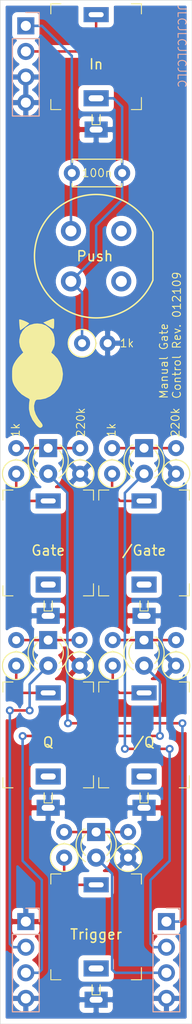
<source format=kicad_pcb>
(kicad_pcb (version 20171130) (host pcbnew "(5.1.9)-1")

  (general
    (thickness 1.6)
    (drawings 7)
    (tracks 92)
    (zones 0)
    (modules 28)
    (nets 20)
  )

  (page A4)
  (layers
    (0 F.Cu signal)
    (31 B.Cu signal)
    (32 B.Adhes user)
    (33 F.Adhes user)
    (34 B.Paste user)
    (35 F.Paste user)
    (36 B.SilkS user)
    (37 F.SilkS user)
    (38 B.Mask user)
    (39 F.Mask user)
    (40 Dwgs.User user hide)
    (41 Cmts.User user hide)
    (42 Eco1.User user)
    (43 Eco2.User user)
    (44 Edge.Cuts user)
    (45 Margin user)
    (46 B.CrtYd user)
    (47 F.CrtYd user)
    (48 B.Fab user)
    (49 F.Fab user)
  )

  (setup
    (last_trace_width 0.25)
    (trace_clearance 0.2)
    (zone_clearance 0.508)
    (zone_45_only no)
    (trace_min 0.2)
    (via_size 0.8)
    (via_drill 0.4)
    (via_min_size 0.4)
    (via_min_drill 0.3)
    (uvia_size 0.3)
    (uvia_drill 0.1)
    (uvias_allowed no)
    (uvia_min_size 0.2)
    (uvia_min_drill 0.1)
    (edge_width 0.05)
    (segment_width 0.2)
    (pcb_text_width 0.3)
    (pcb_text_size 1.5 1.5)
    (mod_edge_width 0.12)
    (mod_text_size 1 1)
    (mod_text_width 0.15)
    (pad_size 1.524 1.524)
    (pad_drill 0.762)
    (pad_to_mask_clearance 0)
    (aux_axis_origin 0 0)
    (visible_elements 7EFFFFFF)
    (pcbplotparams
      (layerselection 0x010f0_ffffffff)
      (usegerberextensions false)
      (usegerberattributes false)
      (usegerberadvancedattributes true)
      (creategerberjobfile false)
      (excludeedgelayer true)
      (linewidth 0.100000)
      (plotframeref false)
      (viasonmask false)
      (mode 1)
      (useauxorigin false)
      (hpglpennumber 1)
      (hpglpenspeed 20)
      (hpglpendiameter 15.000000)
      (psnegative false)
      (psa4output false)
      (plotreference true)
      (plotvalue true)
      (plotinvisibletext false)
      (padsonsilk false)
      (subtractmaskfromsilk false)
      (outputformat 1)
      (mirror false)
      (drillshape 0)
      (scaleselection 1)
      (outputdirectory "Gerber/"))
  )

  (net 0 "")
  (net 1 +12V)
  (net 2 GND)
  (net 3 "Net-(D3-Pad1)")
  (net 4 "Net-(D4-Pad1)")
  (net 5 "Net-(D6-Pad1)")
  (net 6 "Net-(D10-Pad1)")
  (net 7 "Net-(D11-Pad1)")
  (net 8 "Net-(J1-PadT)")
  (net 9 "Net-(J2-PadT)")
  (net 10 "Net-(J4-PadT)")
  (net 11 "Net-(J5-PadT)")
  (net 12 "Net-(J6-PadT)")
  (net 13 "Net-(C1-Pad2)")
  (net 14 Q_Pin)
  (net 15 Trigger_Pin)
  (net 16 Qq_Pin)
  (net 17 Gate_Pin)
  (net 18 Gateq_Pin)
  (net 19 In_Pin)

  (net_class Default "This is the default net class."
    (clearance 0.2)
    (trace_width 0.25)
    (via_dia 0.8)
    (via_drill 0.4)
    (uvia_dia 0.3)
    (uvia_drill 0.1)
    (add_net +12V)
    (add_net GND)
    (add_net Gate_Pin)
    (add_net Gateq_Pin)
    (add_net In_Pin)
    (add_net "Net-(C1-Pad2)")
    (add_net "Net-(D10-Pad1)")
    (add_net "Net-(D11-Pad1)")
    (add_net "Net-(D3-Pad1)")
    (add_net "Net-(D4-Pad1)")
    (add_net "Net-(D6-Pad1)")
    (add_net "Net-(J1-PadT)")
    (add_net "Net-(J1-PadTN)")
    (add_net "Net-(J2-PadT)")
    (add_net "Net-(J2-PadTN)")
    (add_net "Net-(J4-PadT)")
    (add_net "Net-(J4-PadTN)")
    (add_net "Net-(J5-PadT)")
    (add_net "Net-(J5-PadTN)")
    (add_net "Net-(J6-PadT)")
    (add_net "Net-(J6-PadTN)")
    (add_net Q_Pin)
    (add_net Qq_Pin)
    (add_net Trigger_Pin)
  )

  (module "Eurorack_Synth:CATs Tiny" locked (layer F.Cu) (tedit 5FB92167) (tstamp 6136562F)
    (at 3.683 36.957)
    (fp_text reference G*** (at 0 0) (layer Dwgs.User) hide
      (effects (font (size 1.524 1.524) (thickness 0.3)))
    )
    (fp_text value LOGO (at 0.75 0) (layer Dwgs.User) hide
      (effects (font (size 1.524 1.524) (thickness 0.3)))
    )
    (fp_poly (pts (xy 1.658089 -5.308771) (xy 1.673741 -5.187171) (xy 1.671837 -4.983051) (xy 1.671052 -4.877819)
      (xy 1.6641 -4.588967) (xy 1.641688 -4.418388) (xy 1.601483 -4.351319) (xy 1.5875 -4.349029)
      (xy 1.496195 -4.386629) (xy 1.327628 -4.482723) (xy 1.113766 -4.618727) (xy 1.049907 -4.661574)
      (xy 0.595867 -4.969826) (xy 0.983065 -5.130296) (xy 1.287368 -5.258615) (xy 1.486744 -5.336478)
      (xy 1.603037 -5.355868) (xy 1.658089 -5.308771)) (layer F.SilkS) (width 0.01))
    (fp_poly (pts (xy -1.562706 -5.239162) (xy -1.330645 -5.154334) (xy -1.283703 -5.135003) (xy -1.058284 -5.033511)
      (xy -0.893477 -4.945537) (xy -0.817481 -4.886585) (xy -0.815808 -4.877756) (xy -0.873658 -4.81923)
      (xy -1.007804 -4.70839) (xy -1.186161 -4.56946) (xy -1.376644 -4.426659) (xy -1.547168 -4.304209)
      (xy -1.66565 -4.22633) (xy -1.698959 -4.211053) (xy -1.717896 -4.272226) (xy -1.742797 -4.433953)
      (xy -1.768786 -4.663544) (xy -1.772965 -4.707022) (xy -1.792492 -4.956568) (xy -1.800971 -5.155657)
      (xy -1.79686 -5.265493) (xy -1.795379 -5.271027) (xy -1.726325 -5.280374) (xy -1.562706 -5.239162)) (layer F.SilkS) (width 0.01))
    (fp_poly (pts (xy 0.456975 -4.829467) (xy 0.844529 -4.680439) (xy 1.191874 -4.417732) (xy 1.225458 -4.384822)
      (xy 1.464055 -4.107912) (xy 1.614725 -3.824626) (xy 1.697509 -3.48841) (xy 1.723932 -3.226841)
      (xy 1.734654 -2.951323) (xy 1.716742 -2.749366) (xy 1.65967 -2.562077) (xy 1.569921 -2.365136)
      (xy 1.384587 -1.986327) (xy 1.6542 -1.762371) (xy 2.003462 -1.391333) (xy 2.277837 -0.934957)
      (xy 2.461494 -0.427833) (xy 2.538602 0.095445) (xy 2.54 0.173282) (xy 2.479094 0.70132)
      (xy 2.306737 1.199219) (xy 2.038466 1.650702) (xy 1.689822 2.039491) (xy 1.276342 2.34931)
      (xy 0.813566 2.56388) (xy 0.317032 2.666923) (xy 0.153071 2.673684) (xy -0.034668 2.683029)
      (xy -0.140304 2.732592) (xy -0.215185 2.854664) (xy -0.245147 2.924124) (xy -0.328912 3.292435)
      (xy -0.298378 3.702429) (xy -0.158607 4.135591) (xy 0.085336 4.573404) (xy 0.274598 4.824623)
      (xy 0.44326 5.045034) (xy 0.52047 5.201237) (xy 0.514114 5.318485) (xy 0.454526 5.400842)
      (xy 0.324072 5.474092) (xy 0.173517 5.440022) (xy -0.011028 5.293) (xy -0.130663 5.163553)
      (xy -0.480998 4.677667) (xy -0.713949 4.170772) (xy -0.8228 3.658744) (xy -0.830224 3.509211)
      (xy -0.825258 3.237845) (xy -0.807069 2.990606) (xy -0.782155 2.833508) (xy -0.759598 2.718381)
      (xy -0.780562 2.638134) (xy -0.86865 2.564707) (xy -1.047465 2.470041) (xy -1.116366 2.436221)
      (xy -1.549326 2.159047) (xy -1.938428 1.784867) (xy -2.247699 1.350126) (xy -2.315877 1.220895)
      (xy -2.404608 1.024189) (xy -2.460164 0.848821) (xy -2.490089 0.652432) (xy -2.501923 0.392661)
      (xy -2.503487 0.167105) (xy -2.499561 -0.156144) (xy -2.482584 -0.388705) (xy -2.444758 -0.573474)
      (xy -2.378284 -0.753342) (xy -2.309046 -0.902368) (xy -2.143994 -1.180462) (xy -1.923215 -1.472277)
      (xy -1.755235 -1.655242) (xy -1.395863 -2.007063) (xy -1.52418 -2.189979) (xy -1.717078 -2.579583)
      (xy -1.793965 -3.026348) (xy -1.787131 -3.273137) (xy -1.682718 -3.746388) (xy -1.46985 -4.15336)
      (xy -1.162458 -4.481549) (xy -0.774479 -4.718456) (xy -0.319844 -4.851579) (xy 0 -4.876538)
      (xy 0.456975 -4.829467)) (layer F.SilkS) (width 0.01))
  )

  (module Button_Switch_THT:Push_E-Switch_KS01Q01 locked (layer F.Cu) (tedit 5A02FE31) (tstamp 6135E8EA)
    (at 7.025 27.9 90)
    (descr "E-Switch KS01Q01 http://spec_sheets.e-switch.com/specs/29-KS01Q01.pdf")
    (tags "Push Button")
    (path /61345B42)
    (fp_text reference SW1 (at 2.5 -4.5 90) (layer Dwgs.User) hide
      (effects (font (size 1 1) (thickness 0.15)))
    )
    (fp_text value Push (at 2.5 2.373 180) (layer F.SilkS)
      (effects (font (size 1 1) (thickness 0.15)))
    )
    (fp_arc (start 2.5 2.5) (end 0.11 8.14) (angle 314) (layer F.SilkS) (width 0.15))
    (fp_text user %R (at 2.5 2.5 90) (layer Dwgs.User) hide
      (effects (font (size 1 1) (thickness 0.15)))
    )
    (fp_arc (start 2.5 2.5) (end 0.11 8) (angle 313) (layer F.Fab) (width 0.1))
    (fp_arc (start 2.55 2.5) (end 0.04 8.39) (angle 313.8378348) (layer F.CrtYd) (width 0.05))
    (fp_line (start 0.04 8.39) (end 5.06 8.39) (layer F.CrtYd) (width 0.05))
    (fp_line (start 0.11 8) (end 4.89 8) (layer F.Fab) (width 0.1))
    (fp_line (start 4.89 8.14) (end 0.11 8.14) (layer F.SilkS) (width 0.15))
    (pad 3 thru_hole circle (at 0 5 90) (size 2 2) (drill 1.1) (layers *.Cu *.Mask))
    (pad 4 thru_hole circle (at 5 5 90) (size 2 2) (drill 1.1) (layers *.Cu *.Mask))
    (pad 2 thru_hole circle (at 5 0 90) (size 2 2) (drill 1.1) (layers *.Cu *.Mask)
      (net 1 +12V))
    (pad 1 thru_hole circle (at 0 0 90) (size 2 2) (drill 1.1) (layers *.Cu *.Mask)
      (net 13 "Net-(C1-Pad2)"))
    (model ${KISYS3DMOD}/Button_Switch_THT.3dshapes/Push_E-Switch_KS01Q01.wrl
      (at (xyz 0 0 0))
      (scale (xyz 1 1 1))
      (rotate (xyz 0 0 0))
    )
  )

  (module Resistor_THT:R_Axial_DIN0207_L6.3mm_D2.5mm_P2.54mm_Vertical (layer F.Cu) (tedit 5AE5139B) (tstamp 6134CF5C)
    (at 11.1125 46.99 90)
    (descr "Resistor, Axial_DIN0207 series, Axial, Vertical, pin pitch=2.54mm, 0.25W = 1/4W, length*diameter=6.3*2.5mm^2, http://cdn-reichelt.de/documents/datenblatt/B400/1_4W%23YAG.pdf")
    (tags "Resistor Axial_DIN0207 series Axial Vertical pin pitch 2.54mm 0.25W = 1/4W length 6.3mm diameter 2.5mm")
    (path /6139236A)
    (fp_text reference R38 (at 1.27 -2.37 90) (layer Dwgs.User) hide
      (effects (font (size 1 1) (thickness 0.15)))
    )
    (fp_text value 1k (at 3.556 -0.0635 90) (layer F.SilkS)
      (effects (font (size 0.8 0.8) (thickness 0.1)) (justify left))
    )
    (fp_circle (center 0 0) (end 1.25 0) (layer F.Fab) (width 0.1))
    (fp_circle (center 0 0) (end 1.37 0) (layer F.SilkS) (width 0.12))
    (fp_line (start 0 0) (end 2.54 0) (layer F.Fab) (width 0.1))
    (fp_line (start 1.37 0) (end 1.44 0) (layer F.SilkS) (width 0.12))
    (fp_line (start -1.5 -1.5) (end -1.5 1.5) (layer F.CrtYd) (width 0.05))
    (fp_line (start -1.5 1.5) (end 3.59 1.5) (layer F.CrtYd) (width 0.05))
    (fp_line (start 3.59 1.5) (end 3.59 -1.5) (layer F.CrtYd) (width 0.05))
    (fp_line (start 3.59 -1.5) (end -1.5 -1.5) (layer F.CrtYd) (width 0.05))
    (fp_text user %R (at 1.27 -2.37 90) (layer Dwgs.User) hide
      (effects (font (size 1 1) (thickness 0.15)))
    )
    (pad 2 thru_hole oval (at 2.54 0 90) (size 1.6 1.6) (drill 0.8) (layers *.Cu *.Mask)
      (net 7 "Net-(D11-Pad1)"))
    (pad 1 thru_hole circle (at 0 0 90) (size 1.6 1.6) (drill 0.8) (layers *.Cu *.Mask)
      (net 12 "Net-(J6-PadT)"))
    (model ${KISYS3DMOD}/Resistor_THT.3dshapes/R_Axial_DIN0207_L6.3mm_D2.5mm_P2.54mm_Vertical.wrl
      (at (xyz 0 0 0))
      (scale (xyz 1 1 1))
      (rotate (xyz 0 0 0))
    )
  )

  (module Resistor_THT:R_Axial_DIN0207_L6.3mm_D2.5mm_P2.54mm_Vertical (layer F.Cu) (tedit 5AE5139B) (tstamp 6134CF45)
    (at 17.4625 46.99 90)
    (descr "Resistor, Axial_DIN0207 series, Axial, Vertical, pin pitch=2.54mm, 0.25W = 1/4W, length*diameter=6.3*2.5mm^2, http://cdn-reichelt.de/documents/datenblatt/B400/1_4W%23YAG.pdf")
    (tags "Resistor Axial_DIN0207 series Axial Vertical pin pitch 2.54mm 0.25W = 1/4W length 6.3mm diameter 2.5mm")
    (path /61392356)
    (fp_text reference R37 (at 1.27 -2.37 90) (layer Dwgs.User) hide
      (effects (font (size 1 1) (thickness 0.15)))
    )
    (fp_text value 220k (at 3.556 -0.0635 90) (layer F.SilkS)
      (effects (font (size 0.8 0.8) (thickness 0.1)) (justify left))
    )
    (fp_circle (center 0 0) (end 1.25 0) (layer F.Fab) (width 0.1))
    (fp_circle (center 0 0) (end 1.37 0) (layer F.SilkS) (width 0.12))
    (fp_line (start 0 0) (end 2.54 0) (layer F.Fab) (width 0.1))
    (fp_line (start 1.37 0) (end 1.44 0) (layer F.SilkS) (width 0.12))
    (fp_line (start -1.5 -1.5) (end -1.5 1.5) (layer F.CrtYd) (width 0.05))
    (fp_line (start -1.5 1.5) (end 3.59 1.5) (layer F.CrtYd) (width 0.05))
    (fp_line (start 3.59 1.5) (end 3.59 -1.5) (layer F.CrtYd) (width 0.05))
    (fp_line (start 3.59 -1.5) (end -1.5 -1.5) (layer F.CrtYd) (width 0.05))
    (fp_text user %R (at 1.27 -2.37 90) (layer Dwgs.User) hide
      (effects (font (size 1 1) (thickness 0.15)))
    )
    (pad 2 thru_hole oval (at 2.54 0 90) (size 1.6 1.6) (drill 0.8) (layers *.Cu *.Mask)
      (net 7 "Net-(D11-Pad1)"))
    (pad 1 thru_hole circle (at 0 0 90) (size 1.6 1.6) (drill 0.8) (layers *.Cu *.Mask)
      (net 2 GND))
    (model ${KISYS3DMOD}/Resistor_THT.3dshapes/R_Axial_DIN0207_L6.3mm_D2.5mm_P2.54mm_Vertical.wrl
      (at (xyz 0 0 0))
      (scale (xyz 1 1 1))
      (rotate (xyz 0 0 0))
    )
  )

  (module Resistor_THT:R_Axial_DIN0207_L6.3mm_D2.5mm_P2.54mm_Vertical (layer F.Cu) (tedit 5AE5139B) (tstamp 6134CF00)
    (at 1.5875 46.99 90)
    (descr "Resistor, Axial_DIN0207 series, Axial, Vertical, pin pitch=2.54mm, 0.25W = 1/4W, length*diameter=6.3*2.5mm^2, http://cdn-reichelt.de/documents/datenblatt/B400/1_4W%23YAG.pdf")
    (tags "Resistor Axial_DIN0207 series Axial Vertical pin pitch 2.54mm 0.25W = 1/4W length 6.3mm diameter 2.5mm")
    (path /61389B65)
    (fp_text reference R34 (at 1.27 -2.37 90) (layer Dwgs.User) hide
      (effects (font (size 1 1) (thickness 0.15)))
    )
    (fp_text value 1k (at 3.556 -0.0635 90) (layer F.SilkS)
      (effects (font (size 0.8 0.8) (thickness 0.1)) (justify left))
    )
    (fp_circle (center 0 0) (end 1.25 0) (layer F.Fab) (width 0.1))
    (fp_circle (center 0 0) (end 1.37 0) (layer F.SilkS) (width 0.12))
    (fp_line (start 0 0) (end 2.54 0) (layer F.Fab) (width 0.1))
    (fp_line (start 1.37 0) (end 1.44 0) (layer F.SilkS) (width 0.12))
    (fp_line (start -1.5 -1.5) (end -1.5 1.5) (layer F.CrtYd) (width 0.05))
    (fp_line (start -1.5 1.5) (end 3.59 1.5) (layer F.CrtYd) (width 0.05))
    (fp_line (start 3.59 1.5) (end 3.59 -1.5) (layer F.CrtYd) (width 0.05))
    (fp_line (start 3.59 -1.5) (end -1.5 -1.5) (layer F.CrtYd) (width 0.05))
    (fp_text user %R (at 1.27 -2.37 90) (layer Dwgs.User) hide
      (effects (font (size 1 1) (thickness 0.15)))
    )
    (pad 2 thru_hole oval (at 2.54 0 90) (size 1.6 1.6) (drill 0.8) (layers *.Cu *.Mask)
      (net 6 "Net-(D10-Pad1)"))
    (pad 1 thru_hole circle (at 0 0 90) (size 1.6 1.6) (drill 0.8) (layers *.Cu *.Mask)
      (net 11 "Net-(J5-PadT)"))
    (model ${KISYS3DMOD}/Resistor_THT.3dshapes/R_Axial_DIN0207_L6.3mm_D2.5mm_P2.54mm_Vertical.wrl
      (at (xyz 0 0 0))
      (scale (xyz 1 1 1))
      (rotate (xyz 0 0 0))
    )
  )

  (module Resistor_THT:R_Axial_DIN0207_L6.3mm_D2.5mm_P2.54mm_Vertical (layer F.Cu) (tedit 5AE5139B) (tstamp 6134CED2)
    (at 7.9375 46.99 90)
    (descr "Resistor, Axial_DIN0207 series, Axial, Vertical, pin pitch=2.54mm, 0.25W = 1/4W, length*diameter=6.3*2.5mm^2, http://cdn-reichelt.de/documents/datenblatt/B400/1_4W%23YAG.pdf")
    (tags "Resistor Axial_DIN0207 series Axial Vertical pin pitch 2.54mm 0.25W = 1/4W length 6.3mm diameter 2.5mm")
    (path /61389B51)
    (fp_text reference R32 (at 1.27 -2.37 90) (layer Dwgs.User) hide
      (effects (font (size 1 1) (thickness 0.15)))
    )
    (fp_text value 220k (at 3.556 0.0635 90) (layer F.SilkS)
      (effects (font (size 0.8 0.8) (thickness 0.1)) (justify left))
    )
    (fp_circle (center 0 0) (end 1.25 0) (layer F.Fab) (width 0.1))
    (fp_circle (center 0 0) (end 1.37 0) (layer F.SilkS) (width 0.12))
    (fp_line (start 0 0) (end 2.54 0) (layer F.Fab) (width 0.1))
    (fp_line (start 1.37 0) (end 1.44 0) (layer F.SilkS) (width 0.12))
    (fp_line (start -1.5 -1.5) (end -1.5 1.5) (layer F.CrtYd) (width 0.05))
    (fp_line (start -1.5 1.5) (end 3.59 1.5) (layer F.CrtYd) (width 0.05))
    (fp_line (start 3.59 1.5) (end 3.59 -1.5) (layer F.CrtYd) (width 0.05))
    (fp_line (start 3.59 -1.5) (end -1.5 -1.5) (layer F.CrtYd) (width 0.05))
    (fp_text user %R (at 1.27 -2.37 90) (layer Dwgs.User) hide
      (effects (font (size 1 1) (thickness 0.15)))
    )
    (pad 2 thru_hole oval (at 2.54 0 90) (size 1.6 1.6) (drill 0.8) (layers *.Cu *.Mask)
      (net 6 "Net-(D10-Pad1)"))
    (pad 1 thru_hole circle (at 0 0 90) (size 1.6 1.6) (drill 0.8) (layers *.Cu *.Mask)
      (net 2 GND))
    (model ${KISYS3DMOD}/Resistor_THT.3dshapes/R_Axial_DIN0207_L6.3mm_D2.5mm_P2.54mm_Vertical.wrl
      (at (xyz 0 0 0))
      (scale (xyz 1 1 1))
      (rotate (xyz 0 0 0))
    )
  )

  (module Resistor_THT:R_Axial_DIN0207_L6.3mm_D2.5mm_P2.54mm_Vertical (layer F.Cu) (tedit 5AE5139B) (tstamp 6134CE48)
    (at 11.176 66.04 90)
    (descr "Resistor, Axial_DIN0207 series, Axial, Vertical, pin pitch=2.54mm, 0.25W = 1/4W, length*diameter=6.3*2.5mm^2, http://cdn-reichelt.de/documents/datenblatt/B400/1_4W%23YAG.pdf")
    (tags "Resistor Axial_DIN0207 series Axial Vertical pin pitch 2.54mm 0.25W = 1/4W length 6.3mm diameter 2.5mm")
    (path /6138286B)
    (fp_text reference R26 (at 1.27 -2.37 90) (layer Dwgs.User)
      (effects (font (size 1 1) (thickness 0.15)))
    )
    (fp_text value 1k (at 1.27 2.37 90) (layer Dwgs.User) hide
      (effects (font (size 1 1) (thickness 0.15)))
    )
    (fp_circle (center 0 0) (end 1.25 0) (layer F.Fab) (width 0.1))
    (fp_circle (center 0 0) (end 1.37 0) (layer F.SilkS) (width 0.12))
    (fp_line (start 0 0) (end 2.54 0) (layer F.Fab) (width 0.1))
    (fp_line (start 1.37 0) (end 1.44 0) (layer F.SilkS) (width 0.12))
    (fp_line (start -1.5 -1.5) (end -1.5 1.5) (layer F.CrtYd) (width 0.05))
    (fp_line (start -1.5 1.5) (end 3.59 1.5) (layer F.CrtYd) (width 0.05))
    (fp_line (start 3.59 1.5) (end 3.59 -1.5) (layer F.CrtYd) (width 0.05))
    (fp_line (start 3.59 -1.5) (end -1.5 -1.5) (layer F.CrtYd) (width 0.05))
    (fp_text user %R (at 1.27 -2.37 90) (layer Dwgs.User) hide
      (effects (font (size 1 1) (thickness 0.15)))
    )
    (pad 2 thru_hole oval (at 2.54 0 90) (size 1.6 1.6) (drill 0.8) (layers *.Cu *.Mask)
      (net 5 "Net-(D6-Pad1)"))
    (pad 1 thru_hole circle (at 0 0 90) (size 1.6 1.6) (drill 0.8) (layers *.Cu *.Mask)
      (net 10 "Net-(J4-PadT)"))
    (model ${KISYS3DMOD}/Resistor_THT.3dshapes/R_Axial_DIN0207_L6.3mm_D2.5mm_P2.54mm_Vertical.wrl
      (at (xyz 0 0 0))
      (scale (xyz 1 1 1))
      (rotate (xyz 0 0 0))
    )
  )

  (module Resistor_THT:R_Axial_DIN0207_L6.3mm_D2.5mm_P2.54mm_Vertical (layer F.Cu) (tedit 5AE5139B) (tstamp 6134CE1A)
    (at 17.4625 66.04 90)
    (descr "Resistor, Axial_DIN0207 series, Axial, Vertical, pin pitch=2.54mm, 0.25W = 1/4W, length*diameter=6.3*2.5mm^2, http://cdn-reichelt.de/documents/datenblatt/B400/1_4W%23YAG.pdf")
    (tags "Resistor Axial_DIN0207 series Axial Vertical pin pitch 2.54mm 0.25W = 1/4W length 6.3mm diameter 2.5mm")
    (path /61382857)
    (fp_text reference R24 (at 1.27 -2.37 90) (layer Dwgs.User) hide
      (effects (font (size 1 1) (thickness 0.15)))
    )
    (fp_text value 220k (at 1.27 2.37 90) (layer Dwgs.User) hide
      (effects (font (size 1 1) (thickness 0.15)))
    )
    (fp_circle (center 0 0) (end 1.25 0) (layer F.Fab) (width 0.1))
    (fp_circle (center 0 0) (end 1.37 0) (layer F.SilkS) (width 0.12))
    (fp_line (start 0 0) (end 2.54 0) (layer F.Fab) (width 0.1))
    (fp_line (start 1.37 0) (end 1.44 0) (layer F.SilkS) (width 0.12))
    (fp_line (start -1.5 -1.5) (end -1.5 1.5) (layer F.CrtYd) (width 0.05))
    (fp_line (start -1.5 1.5) (end 3.59 1.5) (layer F.CrtYd) (width 0.05))
    (fp_line (start 3.59 1.5) (end 3.59 -1.5) (layer F.CrtYd) (width 0.05))
    (fp_line (start 3.59 -1.5) (end -1.5 -1.5) (layer F.CrtYd) (width 0.05))
    (fp_text user %R (at 1.27 -2.37 90) (layer Dwgs.User) hide
      (effects (font (size 1 1) (thickness 0.15)))
    )
    (pad 2 thru_hole oval (at 2.54 0 90) (size 1.6 1.6) (drill 0.8) (layers *.Cu *.Mask)
      (net 5 "Net-(D6-Pad1)"))
    (pad 1 thru_hole circle (at 0 0 90) (size 1.6 1.6) (drill 0.8) (layers *.Cu *.Mask)
      (net 2 GND))
    (model ${KISYS3DMOD}/Resistor_THT.3dshapes/R_Axial_DIN0207_L6.3mm_D2.5mm_P2.54mm_Vertical.wrl
      (at (xyz 0 0 0))
      (scale (xyz 1 1 1))
      (rotate (xyz 0 0 0))
    )
  )

  (module Resistor_THT:R_Axial_DIN0207_L6.3mm_D2.5mm_P2.54mm_Vertical (layer F.Cu) (tedit 5AE5139B) (tstamp 6134CD4B)
    (at 6.35 85.09 90)
    (descr "Resistor, Axial_DIN0207 series, Axial, Vertical, pin pitch=2.54mm, 0.25W = 1/4W, length*diameter=6.3*2.5mm^2, http://cdn-reichelt.de/documents/datenblatt/B400/1_4W%23YAG.pdf")
    (tags "Resistor Axial_DIN0207 series Axial Vertical pin pitch 2.54mm 0.25W = 1/4W length 6.3mm diameter 2.5mm")
    (path /613B599E)
    (fp_text reference R15 (at 1.27 -2.37 90) (layer Dwgs.User) hide
      (effects (font (size 1 1) (thickness 0.15)))
    )
    (fp_text value 1k (at 1.27 2.37 90) (layer Dwgs.User) hide
      (effects (font (size 1 1) (thickness 0.15)))
    )
    (fp_circle (center 0 0) (end 1.25 0) (layer F.Fab) (width 0.1))
    (fp_circle (center 0 0) (end 1.37 0) (layer F.SilkS) (width 0.12))
    (fp_line (start 0 0) (end 2.54 0) (layer F.Fab) (width 0.1))
    (fp_line (start 1.37 0) (end 1.44 0) (layer F.SilkS) (width 0.12))
    (fp_line (start -1.5 -1.5) (end -1.5 1.5) (layer F.CrtYd) (width 0.05))
    (fp_line (start -1.5 1.5) (end 3.59 1.5) (layer F.CrtYd) (width 0.05))
    (fp_line (start 3.59 1.5) (end 3.59 -1.5) (layer F.CrtYd) (width 0.05))
    (fp_line (start 3.59 -1.5) (end -1.5 -1.5) (layer F.CrtYd) (width 0.05))
    (fp_text user %R (at 1.27 -2.37 90) (layer Dwgs.User) hide
      (effects (font (size 1 1) (thickness 0.15)))
    )
    (pad 2 thru_hole oval (at 2.54 0 90) (size 1.6 1.6) (drill 0.8) (layers *.Cu *.Mask)
      (net 4 "Net-(D4-Pad1)"))
    (pad 1 thru_hole circle (at 0 0 90) (size 1.6 1.6) (drill 0.8) (layers *.Cu *.Mask)
      (net 9 "Net-(J2-PadT)"))
    (model ${KISYS3DMOD}/Resistor_THT.3dshapes/R_Axial_DIN0207_L6.3mm_D2.5mm_P2.54mm_Vertical.wrl
      (at (xyz 0 0 0))
      (scale (xyz 1 1 1))
      (rotate (xyz 0 0 0))
    )
  )

  (module Resistor_THT:R_Axial_DIN0207_L6.3mm_D2.5mm_P2.54mm_Vertical (layer F.Cu) (tedit 5AE5139B) (tstamp 6134CD34)
    (at 12.7 85.09 90)
    (descr "Resistor, Axial_DIN0207 series, Axial, Vertical, pin pitch=2.54mm, 0.25W = 1/4W, length*diameter=6.3*2.5mm^2, http://cdn-reichelt.de/documents/datenblatt/B400/1_4W%23YAG.pdf")
    (tags "Resistor Axial_DIN0207 series Axial Vertical pin pitch 2.54mm 0.25W = 1/4W length 6.3mm diameter 2.5mm")
    (path /613B598A)
    (fp_text reference R14 (at 1.27 -2.37 90) (layer Dwgs.User) hide
      (effects (font (size 1 1) (thickness 0.15)))
    )
    (fp_text value 220k (at 1.27 2.37 90) (layer Dwgs.User) hide
      (effects (font (size 1 1) (thickness 0.15)))
    )
    (fp_circle (center 0 0) (end 1.25 0) (layer F.Fab) (width 0.1))
    (fp_circle (center 0 0) (end 1.37 0) (layer F.SilkS) (width 0.12))
    (fp_line (start 0 0) (end 2.54 0) (layer F.Fab) (width 0.1))
    (fp_line (start 1.37 0) (end 1.44 0) (layer F.SilkS) (width 0.12))
    (fp_line (start -1.5 -1.5) (end -1.5 1.5) (layer F.CrtYd) (width 0.05))
    (fp_line (start -1.5 1.5) (end 3.59 1.5) (layer F.CrtYd) (width 0.05))
    (fp_line (start 3.59 1.5) (end 3.59 -1.5) (layer F.CrtYd) (width 0.05))
    (fp_line (start 3.59 -1.5) (end -1.5 -1.5) (layer F.CrtYd) (width 0.05))
    (fp_text user %R (at 1.27 -2.37 90) (layer Dwgs.User) hide
      (effects (font (size 1 1) (thickness 0.15)))
    )
    (pad 2 thru_hole oval (at 2.54 0 90) (size 1.6 1.6) (drill 0.8) (layers *.Cu *.Mask)
      (net 4 "Net-(D4-Pad1)"))
    (pad 1 thru_hole circle (at 0 0 90) (size 1.6 1.6) (drill 0.8) (layers *.Cu *.Mask)
      (net 2 GND))
    (model ${KISYS3DMOD}/Resistor_THT.3dshapes/R_Axial_DIN0207_L6.3mm_D2.5mm_P2.54mm_Vertical.wrl
      (at (xyz 0 0 0))
      (scale (xyz 1 1 1))
      (rotate (xyz 0 0 0))
    )
  )

  (module Resistor_THT:R_Axial_DIN0207_L6.3mm_D2.5mm_P2.54mm_Vertical (layer F.Cu) (tedit 5AE5139B) (tstamp 6134CD1D)
    (at 1.5875 66.04 90)
    (descr "Resistor, Axial_DIN0207 series, Axial, Vertical, pin pitch=2.54mm, 0.25W = 1/4W, length*diameter=6.3*2.5mm^2, http://cdn-reichelt.de/documents/datenblatt/B400/1_4W%23YAG.pdf")
    (tags "Resistor Axial_DIN0207 series Axial Vertical pin pitch 2.54mm 0.25W = 1/4W length 6.3mm diameter 2.5mm")
    (path /61378568)
    (fp_text reference R13 (at 1.27 -2.37 90) (layer Dwgs.User) hide
      (effects (font (size 1 1) (thickness 0.15)))
    )
    (fp_text value 1k (at 1.27 2.37 90) (layer Dwgs.User) hide
      (effects (font (size 1 1) (thickness 0.15)))
    )
    (fp_circle (center 0 0) (end 1.25 0) (layer F.Fab) (width 0.1))
    (fp_circle (center 0 0) (end 1.37 0) (layer F.SilkS) (width 0.12))
    (fp_line (start 0 0) (end 2.54 0) (layer F.Fab) (width 0.1))
    (fp_line (start 1.37 0) (end 1.44 0) (layer F.SilkS) (width 0.12))
    (fp_line (start -1.5 -1.5) (end -1.5 1.5) (layer F.CrtYd) (width 0.05))
    (fp_line (start -1.5 1.5) (end 3.59 1.5) (layer F.CrtYd) (width 0.05))
    (fp_line (start 3.59 1.5) (end 3.59 -1.5) (layer F.CrtYd) (width 0.05))
    (fp_line (start 3.59 -1.5) (end -1.5 -1.5) (layer F.CrtYd) (width 0.05))
    (fp_text user %R (at 1.27 -2.37 90) (layer Dwgs.User) hide
      (effects (font (size 1 1) (thickness 0.15)))
    )
    (pad 2 thru_hole oval (at 2.54 0 90) (size 1.6 1.6) (drill 0.8) (layers *.Cu *.Mask)
      (net 3 "Net-(D3-Pad1)"))
    (pad 1 thru_hole circle (at 0 0 90) (size 1.6 1.6) (drill 0.8) (layers *.Cu *.Mask)
      (net 8 "Net-(J1-PadT)"))
    (model ${KISYS3DMOD}/Resistor_THT.3dshapes/R_Axial_DIN0207_L6.3mm_D2.5mm_P2.54mm_Vertical.wrl
      (at (xyz 0 0 0))
      (scale (xyz 1 1 1))
      (rotate (xyz 0 0 0))
    )
  )

  (module Resistor_THT:R_Axial_DIN0207_L6.3mm_D2.5mm_P2.54mm_Vertical (layer F.Cu) (tedit 5AE5139B) (tstamp 6134CD06)
    (at 7.874 66.04 90)
    (descr "Resistor, Axial_DIN0207 series, Axial, Vertical, pin pitch=2.54mm, 0.25W = 1/4W, length*diameter=6.3*2.5mm^2, http://cdn-reichelt.de/documents/datenblatt/B400/1_4W%23YAG.pdf")
    (tags "Resistor Axial_DIN0207 series Axial Vertical pin pitch 2.54mm 0.25W = 1/4W length 6.3mm diameter 2.5mm")
    (path /61377CA2)
    (fp_text reference R12 (at 1.27 -2.37 90) (layer Dwgs.User) hide
      (effects (font (size 1 1) (thickness 0.15)))
    )
    (fp_text value 220k (at 1.27 2.37 90) (layer Dwgs.User) hide
      (effects (font (size 1 1) (thickness 0.15)))
    )
    (fp_circle (center 0 0) (end 1.25 0) (layer F.Fab) (width 0.1))
    (fp_circle (center 0 0) (end 1.37 0) (layer F.SilkS) (width 0.12))
    (fp_line (start 0 0) (end 2.54 0) (layer F.Fab) (width 0.1))
    (fp_line (start 1.37 0) (end 1.44 0) (layer F.SilkS) (width 0.12))
    (fp_line (start -1.5 -1.5) (end -1.5 1.5) (layer F.CrtYd) (width 0.05))
    (fp_line (start -1.5 1.5) (end 3.59 1.5) (layer F.CrtYd) (width 0.05))
    (fp_line (start 3.59 1.5) (end 3.59 -1.5) (layer F.CrtYd) (width 0.05))
    (fp_line (start 3.59 -1.5) (end -1.5 -1.5) (layer F.CrtYd) (width 0.05))
    (fp_text user %R (at 1.27 -2.37 90) (layer Dwgs.User) hide
      (effects (font (size 1 1) (thickness 0.15)))
    )
    (pad 2 thru_hole oval (at 2.54 0 90) (size 1.6 1.6) (drill 0.8) (layers *.Cu *.Mask)
      (net 3 "Net-(D3-Pad1)"))
    (pad 1 thru_hole circle (at 0 0 90) (size 1.6 1.6) (drill 0.8) (layers *.Cu *.Mask)
      (net 2 GND))
    (model ${KISYS3DMOD}/Resistor_THT.3dshapes/R_Axial_DIN0207_L6.3mm_D2.5mm_P2.54mm_Vertical.wrl
      (at (xyz 0 0 0))
      (scale (xyz 1 1 1))
      (rotate (xyz 0 0 0))
    )
  )

  (module Resistor_THT:R_Axial_DIN0207_L6.3mm_D2.5mm_P2.54mm_Vertical (layer F.Cu) (tedit 5AE5139B) (tstamp 6134CC09)
    (at 8.128 34.036)
    (descr "Resistor, Axial_DIN0207 series, Axial, Vertical, pin pitch=2.54mm, 0.25W = 1/4W, length*diameter=6.3*2.5mm^2, http://cdn-reichelt.de/documents/datenblatt/B400/1_4W%23YAG.pdf")
    (tags "Resistor Axial_DIN0207 series Axial Vertical pin pitch 2.54mm 0.25W = 1/4W length 6.3mm diameter 2.5mm")
    (path /613466E9)
    (fp_text reference R1 (at 1.27 -2.37) (layer Dwgs.User) hide
      (effects (font (size 1 1) (thickness 0.15)))
    )
    (fp_text value 1k (at 3.683 0) (layer F.SilkS)
      (effects (font (size 0.8 0.8) (thickness 0.1)) (justify left))
    )
    (fp_circle (center 0 0) (end 1.25 0) (layer F.Fab) (width 0.1))
    (fp_circle (center 0 0) (end 1.37 0) (layer F.SilkS) (width 0.12))
    (fp_line (start 0 0) (end 2.54 0) (layer F.Fab) (width 0.1))
    (fp_line (start 1.37 0) (end 1.44 0) (layer F.SilkS) (width 0.12))
    (fp_line (start -1.5 -1.5) (end -1.5 1.5) (layer F.CrtYd) (width 0.05))
    (fp_line (start -1.5 1.5) (end 3.59 1.5) (layer F.CrtYd) (width 0.05))
    (fp_line (start 3.59 1.5) (end 3.59 -1.5) (layer F.CrtYd) (width 0.05))
    (fp_line (start 3.59 -1.5) (end -1.5 -1.5) (layer F.CrtYd) (width 0.05))
    (fp_text user %R (at 1.27 -2.37) (layer Dwgs.User) hide
      (effects (font (size 1 1) (thickness 0.15)))
    )
    (pad 2 thru_hole oval (at 2.54 0) (size 1.6 1.6) (drill 0.8) (layers *.Cu *.Mask)
      (net 2 GND))
    (pad 1 thru_hole circle (at 0 0) (size 1.6 1.6) (drill 0.8) (layers *.Cu *.Mask)
      (net 13 "Net-(C1-Pad2)"))
    (model ${KISYS3DMOD}/Resistor_THT.3dshapes/R_Axial_DIN0207_L6.3mm_D2.5mm_P2.54mm_Vertical.wrl
      (at (xyz 0 0 0))
      (scale (xyz 1 1 1))
      (rotate (xyz 0 0 0))
    )
  )

  (module Connector_PinHeader_2.54mm:PinHeader_1x04_P2.54mm_Vertical (layer B.Cu) (tedit 59FED5CC) (tstamp 61354875)
    (at 16.51 91.44 180)
    (descr "Through hole straight pin header, 1x04, 2.54mm pitch, single row")
    (tags "Through hole pin header THT 1x04 2.54mm single row")
    (path /617990D0)
    (fp_text reference J10 (at 0 2.33) (layer Dwgs.User) hide
      (effects (font (size 1 1) (thickness 0.15)) (justify mirror))
    )
    (fp_text value Gate (at 0 -9.95) (layer Dwgs.User) hide
      (effects (font (size 1 1) (thickness 0.15)) (justify mirror))
    )
    (fp_line (start 1.8 1.8) (end -1.8 1.8) (layer B.CrtYd) (width 0.05))
    (fp_line (start 1.8 -9.4) (end 1.8 1.8) (layer B.CrtYd) (width 0.05))
    (fp_line (start -1.8 -9.4) (end 1.8 -9.4) (layer B.CrtYd) (width 0.05))
    (fp_line (start -1.8 1.8) (end -1.8 -9.4) (layer B.CrtYd) (width 0.05))
    (fp_line (start -1.33 1.33) (end 0 1.33) (layer B.SilkS) (width 0.12))
    (fp_line (start -1.33 0) (end -1.33 1.33) (layer B.SilkS) (width 0.12))
    (fp_line (start -1.33 -1.27) (end 1.33 -1.27) (layer B.SilkS) (width 0.12))
    (fp_line (start 1.33 -1.27) (end 1.33 -8.95) (layer B.SilkS) (width 0.12))
    (fp_line (start -1.33 -1.27) (end -1.33 -8.95) (layer B.SilkS) (width 0.12))
    (fp_line (start -1.33 -8.95) (end 1.33 -8.95) (layer B.SilkS) (width 0.12))
    (fp_line (start -1.27 0.635) (end -0.635 1.27) (layer B.Fab) (width 0.1))
    (fp_line (start -1.27 -8.89) (end -1.27 0.635) (layer B.Fab) (width 0.1))
    (fp_line (start 1.27 -8.89) (end -1.27 -8.89) (layer B.Fab) (width 0.1))
    (fp_line (start 1.27 1.27) (end 1.27 -8.89) (layer B.Fab) (width 0.1))
    (fp_line (start -0.635 1.27) (end 1.27 1.27) (layer B.Fab) (width 0.1))
    (fp_text user %R (at 0 -3.81 270) (layer Dwgs.User) hide
      (effects (font (size 1 1) (thickness 0.15)) (justify mirror))
    )
    (pad 4 thru_hole oval (at 0 -7.62 180) (size 1.7 1.7) (drill 1) (layers *.Cu *.Mask)
      (net 2 GND))
    (pad 3 thru_hole oval (at 0 -5.08 180) (size 1.7 1.7) (drill 1) (layers *.Cu *.Mask)
      (net 15 Trigger_Pin))
    (pad 2 thru_hole oval (at 0 -2.54 180) (size 1.7 1.7) (drill 1) (layers *.Cu *.Mask)
      (net 18 Gateq_Pin))
    (pad 1 thru_hole rect (at 0 0 180) (size 1.7 1.7) (drill 1) (layers *.Cu *.Mask)
      (net 17 Gate_Pin))
    (model ${KISYS3DMOD}/Connector_PinHeader_2.54mm.3dshapes/PinHeader_1x04_P2.54mm_Vertical.wrl
      (at (xyz 0 0 0))
      (scale (xyz 1 1 1))
      (rotate (xyz 0 0 0))
    )
  )

  (module Connector_PinHeader_2.54mm:PinHeader_1x04_P2.54mm_Vertical (layer B.Cu) (tedit 59FED5CC) (tstamp 6135485D)
    (at 2.54 91.44 180)
    (descr "Through hole straight pin header, 1x04, 2.54mm pitch, single row")
    (tags "Through hole pin header THT 1x04 2.54mm single row")
    (path /617702A4)
    (fp_text reference J9 (at 0 2.33) (layer Dwgs.User) hide
      (effects (font (size 1 1) (thickness 0.15)) (justify mirror))
    )
    (fp_text value Q_Qq (at 0 -9.95) (layer Dwgs.User) hide
      (effects (font (size 1 1) (thickness 0.15)) (justify mirror))
    )
    (fp_line (start 1.8 1.8) (end -1.8 1.8) (layer B.CrtYd) (width 0.05))
    (fp_line (start 1.8 -9.4) (end 1.8 1.8) (layer B.CrtYd) (width 0.05))
    (fp_line (start -1.8 -9.4) (end 1.8 -9.4) (layer B.CrtYd) (width 0.05))
    (fp_line (start -1.8 1.8) (end -1.8 -9.4) (layer B.CrtYd) (width 0.05))
    (fp_line (start -1.33 1.33) (end 0 1.33) (layer B.SilkS) (width 0.12))
    (fp_line (start -1.33 0) (end -1.33 1.33) (layer B.SilkS) (width 0.12))
    (fp_line (start -1.33 -1.27) (end 1.33 -1.27) (layer B.SilkS) (width 0.12))
    (fp_line (start 1.33 -1.27) (end 1.33 -8.95) (layer B.SilkS) (width 0.12))
    (fp_line (start -1.33 -1.27) (end -1.33 -8.95) (layer B.SilkS) (width 0.12))
    (fp_line (start -1.33 -8.95) (end 1.33 -8.95) (layer B.SilkS) (width 0.12))
    (fp_line (start -1.27 0.635) (end -0.635 1.27) (layer B.Fab) (width 0.1))
    (fp_line (start -1.27 -8.89) (end -1.27 0.635) (layer B.Fab) (width 0.1))
    (fp_line (start 1.27 -8.89) (end -1.27 -8.89) (layer B.Fab) (width 0.1))
    (fp_line (start 1.27 1.27) (end 1.27 -8.89) (layer B.Fab) (width 0.1))
    (fp_line (start -0.635 1.27) (end 1.27 1.27) (layer B.Fab) (width 0.1))
    (fp_text user %R (at 0 -3.81 270) (layer Dwgs.User) hide
      (effects (font (size 1 1) (thickness 0.15)) (justify mirror))
    )
    (pad 4 thru_hole oval (at 0 -7.62 180) (size 1.7 1.7) (drill 1) (layers *.Cu *.Mask)
      (net 2 GND))
    (pad 3 thru_hole oval (at 0 -5.08 180) (size 1.7 1.7) (drill 1) (layers *.Cu *.Mask)
      (net 16 Qq_Pin))
    (pad 2 thru_hole oval (at 0 -2.54 180) (size 1.7 1.7) (drill 1) (layers *.Cu *.Mask)
      (net 14 Q_Pin))
    (pad 1 thru_hole rect (at 0 0 180) (size 1.7 1.7) (drill 1) (layers *.Cu *.Mask)
      (net 2 GND))
    (model ${KISYS3DMOD}/Connector_PinHeader_2.54mm.3dshapes/PinHeader_1x04_P2.54mm_Vertical.wrl
      (at (xyz 0 0 0))
      (scale (xyz 1 1 1))
      (rotate (xyz 0 0 0))
    )
  )

  (module Connector_PinHeader_2.54mm:PinHeader_1x04_P2.54mm_Vertical (layer B.Cu) (tedit 59FED5CC) (tstamp 61354845)
    (at 2.54 2.54 180)
    (descr "Through hole straight pin header, 1x04, 2.54mm pitch, single row")
    (tags "Through hole pin header THT 1x04 2.54mm single row")
    (path /6173BAC3)
    (fp_text reference J8 (at 0 2.33) (layer Dwgs.User) hide
      (effects (font (size 1 1) (thickness 0.15)) (justify mirror))
    )
    (fp_text value In (at 0 -9.95) (layer Dwgs.User) hide
      (effects (font (size 1 1) (thickness 0.15)) (justify mirror))
    )
    (fp_line (start 1.8 1.8) (end -1.8 1.8) (layer B.CrtYd) (width 0.05))
    (fp_line (start 1.8 -9.4) (end 1.8 1.8) (layer B.CrtYd) (width 0.05))
    (fp_line (start -1.8 -9.4) (end 1.8 -9.4) (layer B.CrtYd) (width 0.05))
    (fp_line (start -1.8 1.8) (end -1.8 -9.4) (layer B.CrtYd) (width 0.05))
    (fp_line (start -1.33 1.33) (end 0 1.33) (layer B.SilkS) (width 0.12))
    (fp_line (start -1.33 0) (end -1.33 1.33) (layer B.SilkS) (width 0.12))
    (fp_line (start -1.33 -1.27) (end 1.33 -1.27) (layer B.SilkS) (width 0.12))
    (fp_line (start 1.33 -1.27) (end 1.33 -8.95) (layer B.SilkS) (width 0.12))
    (fp_line (start -1.33 -1.27) (end -1.33 -8.95) (layer B.SilkS) (width 0.12))
    (fp_line (start -1.33 -8.95) (end 1.33 -8.95) (layer B.SilkS) (width 0.12))
    (fp_line (start -1.27 0.635) (end -0.635 1.27) (layer B.Fab) (width 0.1))
    (fp_line (start -1.27 -8.89) (end -1.27 0.635) (layer B.Fab) (width 0.1))
    (fp_line (start 1.27 -8.89) (end -1.27 -8.89) (layer B.Fab) (width 0.1))
    (fp_line (start 1.27 1.27) (end 1.27 -8.89) (layer B.Fab) (width 0.1))
    (fp_line (start -0.635 1.27) (end 1.27 1.27) (layer B.Fab) (width 0.1))
    (fp_text user %R (at 0 -3.81 270) (layer Dwgs.User) hide
      (effects (font (size 1 1) (thickness 0.15)) (justify mirror))
    )
    (pad 4 thru_hole oval (at 0 -7.62 180) (size 1.7 1.7) (drill 1) (layers *.Cu *.Mask)
      (net 2 GND))
    (pad 3 thru_hole oval (at 0 -5.08 180) (size 1.7 1.7) (drill 1) (layers *.Cu *.Mask)
      (net 2 GND))
    (pad 2 thru_hole oval (at 0 -2.54 180) (size 1.7 1.7) (drill 1) (layers *.Cu *.Mask)
      (net 19 In_Pin))
    (pad 1 thru_hole rect (at 0 0 180) (size 1.7 1.7) (drill 1) (layers *.Cu *.Mask)
      (net 1 +12V))
    (model ${KISYS3DMOD}/Connector_PinHeader_2.54mm.3dshapes/PinHeader_1x04_P2.54mm_Vertical.wrl
      (at (xyz 0 0 0))
      (scale (xyz 1 1 1))
      (rotate (xyz 0 0 0))
    )
  )

  (module Connector_Audio_QingPu:Jack_3.5mm_QingPu_WQP-PJ301M-12 (layer F.Cu) (tedit 611CEDDE) (tstamp 6134EC5E)
    (at 9.525 6.35)
    (path /615A0B0C)
    (fp_text reference J7 (at 0 8.255) (layer Dwgs.User) hide
      (effects (font (size 1 1) (thickness 0.15)))
    )
    (fp_text value In (at 0 0) (layer F.SilkS)
      (effects (font (size 1 1) (thickness 0.15)))
    )
    (fp_line (start -4.5 -6) (end -4.5 7.28) (layer F.CrtYd) (width 0.05))
    (fp_line (start 4.5 7.28) (end -4.5 7.28) (layer F.CrtYd) (width 0.05))
    (fp_line (start 4.5 -6) (end 4.5 7.28) (layer F.CrtYd) (width 0.05))
    (fp_line (start -4.5 -6) (end 4.5 -6) (layer F.CrtYd) (width 0.05))
    (fp_line (start 0.4 5) (end 0.4 6) (layer F.SilkS) (width 0.1))
    (fp_line (start -0.4 6) (end 0.4 6) (layer F.SilkS) (width 0.1))
    (fp_line (start -0.4 5) (end -0.4 6) (layer F.SilkS) (width 0.1))
    (fp_line (start 4.5 4.5) (end 3.5 4.5) (layer F.SilkS) (width 0.1))
    (fp_line (start 4.5 4.5) (end 4.5 3.3) (layer F.SilkS) (width 0.1))
    (fp_line (start -4.5 4.5) (end -3.5 4.5) (layer F.SilkS) (width 0.1))
    (fp_line (start -4.5 4.5) (end -4.5 3.5) (layer F.SilkS) (width 0.1))
    (fp_line (start 4.5 -6) (end 3.5 -6) (layer F.SilkS) (width 0.1))
    (fp_line (start 4.5 -6) (end 4.5 -5) (layer F.SilkS) (width 0.1))
    (fp_line (start -4.5 -6) (end -4.5 -5) (layer F.SilkS) (width 0.1))
    (fp_line (start -4.5 -6) (end -3.5 -6) (layer F.SilkS) (width 0.1))
    (fp_line (start 0.4 4.5) (end 0.4 6) (layer F.Fab) (width 0.1))
    (fp_line (start -0.4 6) (end 0.4 6) (layer F.Fab) (width 0.1))
    (fp_line (start -0.4 4.5) (end -0.4 6) (layer F.Fab) (width 0.1))
    (fp_line (start -4.5 4.5) (end -4.5 -6) (layer F.Fab) (width 0.1))
    (fp_line (start -4.5 4.5) (end 4.5 4.5) (layer F.Fab) (width 0.1))
    (fp_line (start 4.5 -6) (end 4.5 4.5) (layer F.Fab) (width 0.1))
    (fp_line (start -4.5 -6) (end 4.5 -6) (layer F.Fab) (width 0.1))
    (fp_line (start -2.644744 3.000888) (end 2.645751 3) (layer F.Fab) (width 0.1))
    (fp_line (start -2.645751 -3) (end 2.644744 -3.000888) (layer F.Fab) (width 0.1))
    (fp_circle (center 0 0) (end 3 0) (layer F.Fab) (width 0.1))
    (fp_circle (center 0 0) (end 1.8 0) (layer F.Fab) (width 0.1))
    (fp_arc (start 0 0) (end -2.645751 -3) (angle -97.2) (layer F.Fab) (width 0.1))
    (fp_arc (start 0 0) (end 2.645751 3) (angle -97.2) (layer F.Fab) (width 0.1))
    (pad T thru_hole rect (at 0 -4.92) (size 2.5 1.5) (drill oval 1.5 0.5) (layers *.Cu *.Mask)
      (net 19 In_Pin))
    (pad TN thru_hole rect (at 0 3.38) (size 2.5 1.6) (drill oval 1.5 0.6) (layers *.Cu *.Mask)
      (net 13 "Net-(C1-Pad2)"))
    (pad S thru_hole rect (at 0 6.48) (size 2.3 1.6) (drill oval 1.3 0.6) (layers *.Cu *.Mask)
      (net 2 GND))
    (model "C:/Users/DEZUEMIC/Documents/Elektronik Test/Libraries/Connector_Audio_QingPu.3dshapes/Jack_3.5mm_QingPu_WQP-PJ301M-12.STEP"
      (offset (xyz 0 0.65 0))
      (scale (xyz 1 1 1))
      (rotate (xyz 0 0 0))
    )
  )

  (module Connector_Audio_QingPu:Jack_3.5mm_QingPu_WQP-PJ301M-12 (layer F.Cu) (tedit 611CEDDE) (tstamp 6134D638)
    (at 14.2875 54.61)
    (path /6139237A)
    (fp_text reference J6 (at 0 8.255) (layer Dwgs.User) hide
      (effects (font (size 1 1) (thickness 0.15)))
    )
    (fp_text value /Gate (at 0 0) (layer F.SilkS)
      (effects (font (size 1 1) (thickness 0.15)))
    )
    (fp_line (start -4.5 -6) (end -4.5 7.28) (layer F.CrtYd) (width 0.05))
    (fp_line (start 4.5 7.28) (end -4.5 7.28) (layer F.CrtYd) (width 0.05))
    (fp_line (start 4.5 -6) (end 4.5 7.28) (layer F.CrtYd) (width 0.05))
    (fp_line (start -4.5 -6) (end 4.5 -6) (layer F.CrtYd) (width 0.05))
    (fp_line (start 0.4 5) (end 0.4 6) (layer F.SilkS) (width 0.1))
    (fp_line (start -0.4 6) (end 0.4 6) (layer F.SilkS) (width 0.1))
    (fp_line (start -0.4 5) (end -0.4 6) (layer F.SilkS) (width 0.1))
    (fp_line (start 4.5 4.5) (end 3.5 4.5) (layer F.SilkS) (width 0.1))
    (fp_line (start 4.5 4.5) (end 4.5 3.3) (layer F.SilkS) (width 0.1))
    (fp_line (start -4.5 4.5) (end -3.5 4.5) (layer F.SilkS) (width 0.1))
    (fp_line (start -4.5 4.5) (end -4.5 3.5) (layer F.SilkS) (width 0.1))
    (fp_line (start 4.5 -6) (end 3.5 -6) (layer F.SilkS) (width 0.1))
    (fp_line (start 4.5 -6) (end 4.5 -5) (layer F.SilkS) (width 0.1))
    (fp_line (start -4.5 -6) (end -4.5 -5) (layer F.SilkS) (width 0.1))
    (fp_line (start -4.5 -6) (end -3.5 -6) (layer F.SilkS) (width 0.1))
    (fp_line (start 0.4 4.5) (end 0.4 6) (layer F.Fab) (width 0.1))
    (fp_line (start -0.4 6) (end 0.4 6) (layer F.Fab) (width 0.1))
    (fp_line (start -0.4 4.5) (end -0.4 6) (layer F.Fab) (width 0.1))
    (fp_line (start -4.5 4.5) (end -4.5 -6) (layer F.Fab) (width 0.1))
    (fp_line (start -4.5 4.5) (end 4.5 4.5) (layer F.Fab) (width 0.1))
    (fp_line (start 4.5 -6) (end 4.5 4.5) (layer F.Fab) (width 0.1))
    (fp_line (start -4.5 -6) (end 4.5 -6) (layer F.Fab) (width 0.1))
    (fp_line (start -2.644744 3.000888) (end 2.645751 3) (layer F.Fab) (width 0.1))
    (fp_line (start -2.645751 -3) (end 2.644744 -3.000888) (layer F.Fab) (width 0.1))
    (fp_circle (center 0 0) (end 3 0) (layer F.Fab) (width 0.1))
    (fp_circle (center 0 0) (end 1.8 0) (layer F.Fab) (width 0.1))
    (fp_arc (start 0 0) (end -2.645751 -3) (angle -97.2) (layer F.Fab) (width 0.1))
    (fp_arc (start 0 0) (end 2.645751 3) (angle -97.2) (layer F.Fab) (width 0.1))
    (pad T thru_hole rect (at 0 -4.92) (size 2.5 1.5) (drill oval 1.5 0.5) (layers *.Cu *.Mask)
      (net 12 "Net-(J6-PadT)"))
    (pad TN thru_hole rect (at 0 3.38) (size 2.5 1.6) (drill oval 1.5 0.6) (layers *.Cu *.Mask))
    (pad S thru_hole rect (at 0 6.48) (size 2.3 1.6) (drill oval 1.3 0.6) (layers *.Cu *.Mask)
      (net 2 GND))
    (model "C:/Users/DEZUEMIC/Documents/Elektronik Test/Libraries/Connector_Audio_QingPu.3dshapes/Jack_3.5mm_QingPu_WQP-PJ301M-12.STEP"
      (offset (xyz 0 0.65 0))
      (scale (xyz 1 1 1))
      (rotate (xyz 0 0 0))
    )
  )

  (module Connector_Audio_QingPu:Jack_3.5mm_QingPu_WQP-PJ301M-12 (layer F.Cu) (tedit 611CEDDE) (tstamp 6134D53E)
    (at 4.7625 54.61)
    (path /61389B75)
    (fp_text reference J5 (at 0 8.255) (layer Dwgs.User) hide
      (effects (font (size 1 1) (thickness 0.15)))
    )
    (fp_text value Gate (at 0 0) (layer F.SilkS)
      (effects (font (size 1 1) (thickness 0.15)))
    )
    (fp_line (start -4.5 -6) (end -4.5 7.28) (layer F.CrtYd) (width 0.05))
    (fp_line (start 4.5 7.28) (end -4.5 7.28) (layer F.CrtYd) (width 0.05))
    (fp_line (start 4.5 -6) (end 4.5 7.28) (layer F.CrtYd) (width 0.05))
    (fp_line (start -4.5 -6) (end 4.5 -6) (layer F.CrtYd) (width 0.05))
    (fp_line (start 0.4 5) (end 0.4 6) (layer F.SilkS) (width 0.1))
    (fp_line (start -0.4 6) (end 0.4 6) (layer F.SilkS) (width 0.1))
    (fp_line (start -0.4 5) (end -0.4 6) (layer F.SilkS) (width 0.1))
    (fp_line (start 4.5 4.5) (end 3.5 4.5) (layer F.SilkS) (width 0.1))
    (fp_line (start 4.5 4.5) (end 4.5 3.3) (layer F.SilkS) (width 0.1))
    (fp_line (start -4.5 4.5) (end -3.5 4.5) (layer F.SilkS) (width 0.1))
    (fp_line (start -4.5 4.5) (end -4.5 3.5) (layer F.SilkS) (width 0.1))
    (fp_line (start 4.5 -6) (end 3.5 -6) (layer F.SilkS) (width 0.1))
    (fp_line (start 4.5 -6) (end 4.5 -5) (layer F.SilkS) (width 0.1))
    (fp_line (start -4.5 -6) (end -4.5 -5) (layer F.SilkS) (width 0.1))
    (fp_line (start -4.5 -6) (end -3.5 -6) (layer F.SilkS) (width 0.1))
    (fp_line (start 0.4 4.5) (end 0.4 6) (layer F.Fab) (width 0.1))
    (fp_line (start -0.4 6) (end 0.4 6) (layer F.Fab) (width 0.1))
    (fp_line (start -0.4 4.5) (end -0.4 6) (layer F.Fab) (width 0.1))
    (fp_line (start -4.5 4.5) (end -4.5 -6) (layer F.Fab) (width 0.1))
    (fp_line (start -4.5 4.5) (end 4.5 4.5) (layer F.Fab) (width 0.1))
    (fp_line (start 4.5 -6) (end 4.5 4.5) (layer F.Fab) (width 0.1))
    (fp_line (start -4.5 -6) (end 4.5 -6) (layer F.Fab) (width 0.1))
    (fp_line (start -2.644744 3.000888) (end 2.645751 3) (layer F.Fab) (width 0.1))
    (fp_line (start -2.645751 -3) (end 2.644744 -3.000888) (layer F.Fab) (width 0.1))
    (fp_circle (center 0 0) (end 3 0) (layer F.Fab) (width 0.1))
    (fp_circle (center 0 0) (end 1.8 0) (layer F.Fab) (width 0.1))
    (fp_arc (start 0 0) (end -2.645751 -3) (angle -97.2) (layer F.Fab) (width 0.1))
    (fp_arc (start 0 0) (end 2.645751 3) (angle -97.2) (layer F.Fab) (width 0.1))
    (pad T thru_hole rect (at 0 -4.92) (size 2.5 1.5) (drill oval 1.5 0.5) (layers *.Cu *.Mask)
      (net 11 "Net-(J5-PadT)"))
    (pad TN thru_hole rect (at 0 3.38) (size 2.5 1.6) (drill oval 1.5 0.6) (layers *.Cu *.Mask))
    (pad S thru_hole rect (at 0 6.48) (size 2.3 1.6) (drill oval 1.3 0.6) (layers *.Cu *.Mask)
      (net 2 GND))
    (model "C:/Users/DEZUEMIC/Documents/Elektronik Test/Libraries/Connector_Audio_QingPu.3dshapes/Jack_3.5mm_QingPu_WQP-PJ301M-12.STEP"
      (offset (xyz 0 0.65 0))
      (scale (xyz 1 1 1))
      (rotate (xyz 0 0 0))
    )
  )

  (module Connector_Audio_QingPu:Jack_3.5mm_QingPu_WQP-PJ301M-12 (layer F.Cu) (tedit 611CEDDE) (tstamp 6134CAF8)
    (at 14.2875 73.66)
    (path /6138287B)
    (fp_text reference J4 (at 0 8.255) (layer Dwgs.User) hide
      (effects (font (size 1 1) (thickness 0.15)))
    )
    (fp_text value /Q (at 0 0) (layer F.SilkS)
      (effects (font (size 1 1) (thickness 0.15)))
    )
    (fp_line (start -4.5 -6) (end -4.5 7.28) (layer F.CrtYd) (width 0.05))
    (fp_line (start 4.5 7.28) (end -4.5 7.28) (layer F.CrtYd) (width 0.05))
    (fp_line (start 4.5 -6) (end 4.5 7.28) (layer F.CrtYd) (width 0.05))
    (fp_line (start -4.5 -6) (end 4.5 -6) (layer F.CrtYd) (width 0.05))
    (fp_line (start 0.4 5) (end 0.4 6) (layer F.SilkS) (width 0.1))
    (fp_line (start -0.4 6) (end 0.4 6) (layer F.SilkS) (width 0.1))
    (fp_line (start -0.4 5) (end -0.4 6) (layer F.SilkS) (width 0.1))
    (fp_line (start 4.5 4.5) (end 3.5 4.5) (layer F.SilkS) (width 0.1))
    (fp_line (start 4.5 4.5) (end 4.5 3.3) (layer F.SilkS) (width 0.1))
    (fp_line (start -4.5 4.5) (end -3.5 4.5) (layer F.SilkS) (width 0.1))
    (fp_line (start -4.5 4.5) (end -4.5 3.5) (layer F.SilkS) (width 0.1))
    (fp_line (start 4.5 -6) (end 3.5 -6) (layer F.SilkS) (width 0.1))
    (fp_line (start 4.5 -6) (end 4.5 -5) (layer F.SilkS) (width 0.1))
    (fp_line (start -4.5 -6) (end -4.5 -5) (layer F.SilkS) (width 0.1))
    (fp_line (start -4.5 -6) (end -3.5 -6) (layer F.SilkS) (width 0.1))
    (fp_line (start 0.4 4.5) (end 0.4 6) (layer F.Fab) (width 0.1))
    (fp_line (start -0.4 6) (end 0.4 6) (layer F.Fab) (width 0.1))
    (fp_line (start -0.4 4.5) (end -0.4 6) (layer F.Fab) (width 0.1))
    (fp_line (start -4.5 4.5) (end -4.5 -6) (layer F.Fab) (width 0.1))
    (fp_line (start -4.5 4.5) (end 4.5 4.5) (layer F.Fab) (width 0.1))
    (fp_line (start 4.5 -6) (end 4.5 4.5) (layer F.Fab) (width 0.1))
    (fp_line (start -4.5 -6) (end 4.5 -6) (layer F.Fab) (width 0.1))
    (fp_line (start -2.644744 3.000888) (end 2.645751 3) (layer F.Fab) (width 0.1))
    (fp_line (start -2.645751 -3) (end 2.644744 -3.000888) (layer F.Fab) (width 0.1))
    (fp_circle (center 0 0) (end 3 0) (layer F.Fab) (width 0.1))
    (fp_circle (center 0 0) (end 1.8 0) (layer F.Fab) (width 0.1))
    (fp_arc (start 0 0) (end -2.645751 -3) (angle -97.2) (layer F.Fab) (width 0.1))
    (fp_arc (start 0 0) (end 2.645751 3) (angle -97.2) (layer F.Fab) (width 0.1))
    (pad T thru_hole rect (at 0 -4.92) (size 2.5 1.5) (drill oval 1.5 0.5) (layers *.Cu *.Mask)
      (net 10 "Net-(J4-PadT)"))
    (pad TN thru_hole rect (at 0 3.38) (size 2.5 1.6) (drill oval 1.5 0.6) (layers *.Cu *.Mask))
    (pad S thru_hole rect (at 0 6.48) (size 2.3 1.6) (drill oval 1.3 0.6) (layers *.Cu *.Mask)
      (net 2 GND))
    (model "C:/Users/DEZUEMIC/Documents/Elektronik Test/Libraries/Connector_Audio_QingPu.3dshapes/Jack_3.5mm_QingPu_WQP-PJ301M-12.STEP"
      (offset (xyz 0 0.65 0))
      (scale (xyz 1 1 1))
      (rotate (xyz 0 0 0))
    )
  )

  (module Connector_Audio_QingPu:Jack_3.5mm_QingPu_WQP-PJ301M-12 (layer F.Cu) (tedit 611CEDDE) (tstamp 6134CAB9)
    (at 9.525 92.71)
    (path /613B59AE)
    (fp_text reference J2 (at 0 8.255) (layer Dwgs.User) hide
      (effects (font (size 1 1) (thickness 0.15)))
    )
    (fp_text value Trigger (at 0 0) (layer F.SilkS)
      (effects (font (size 1 1) (thickness 0.15)))
    )
    (fp_line (start -4.5 -6) (end -4.5 7.28) (layer F.CrtYd) (width 0.05))
    (fp_line (start 4.5 7.28) (end -4.5 7.28) (layer F.CrtYd) (width 0.05))
    (fp_line (start 4.5 -6) (end 4.5 7.28) (layer F.CrtYd) (width 0.05))
    (fp_line (start -4.5 -6) (end 4.5 -6) (layer F.CrtYd) (width 0.05))
    (fp_line (start 0.4 5) (end 0.4 6) (layer F.SilkS) (width 0.1))
    (fp_line (start -0.4 6) (end 0.4 6) (layer F.SilkS) (width 0.1))
    (fp_line (start -0.4 5) (end -0.4 6) (layer F.SilkS) (width 0.1))
    (fp_line (start 4.5 4.5) (end 3.5 4.5) (layer F.SilkS) (width 0.1))
    (fp_line (start 4.5 4.5) (end 4.5 3.3) (layer F.SilkS) (width 0.1))
    (fp_line (start -4.5 4.5) (end -3.5 4.5) (layer F.SilkS) (width 0.1))
    (fp_line (start -4.5 4.5) (end -4.5 3.5) (layer F.SilkS) (width 0.1))
    (fp_line (start 4.5 -6) (end 3.5 -6) (layer F.SilkS) (width 0.1))
    (fp_line (start 4.5 -6) (end 4.5 -5) (layer F.SilkS) (width 0.1))
    (fp_line (start -4.5 -6) (end -4.5 -5) (layer F.SilkS) (width 0.1))
    (fp_line (start -4.5 -6) (end -3.5 -6) (layer F.SilkS) (width 0.1))
    (fp_line (start 0.4 4.5) (end 0.4 6) (layer F.Fab) (width 0.1))
    (fp_line (start -0.4 6) (end 0.4 6) (layer F.Fab) (width 0.1))
    (fp_line (start -0.4 4.5) (end -0.4 6) (layer F.Fab) (width 0.1))
    (fp_line (start -4.5 4.5) (end -4.5 -6) (layer F.Fab) (width 0.1))
    (fp_line (start -4.5 4.5) (end 4.5 4.5) (layer F.Fab) (width 0.1))
    (fp_line (start 4.5 -6) (end 4.5 4.5) (layer F.Fab) (width 0.1))
    (fp_line (start -4.5 -6) (end 4.5 -6) (layer F.Fab) (width 0.1))
    (fp_line (start -2.644744 3.000888) (end 2.645751 3) (layer F.Fab) (width 0.1))
    (fp_line (start -2.645751 -3) (end 2.644744 -3.000888) (layer F.Fab) (width 0.1))
    (fp_circle (center 0 0) (end 3 0) (layer F.Fab) (width 0.1))
    (fp_circle (center 0 0) (end 1.8 0) (layer F.Fab) (width 0.1))
    (fp_arc (start 0 0) (end -2.645751 -3) (angle -97.2) (layer F.Fab) (width 0.1))
    (fp_arc (start 0 0) (end 2.645751 3) (angle -97.2) (layer F.Fab) (width 0.1))
    (pad T thru_hole rect (at 0 -4.92) (size 2.5 1.5) (drill oval 1.5 0.5) (layers *.Cu *.Mask)
      (net 9 "Net-(J2-PadT)"))
    (pad TN thru_hole rect (at 0 3.38) (size 2.5 1.6) (drill oval 1.5 0.6) (layers *.Cu *.Mask))
    (pad S thru_hole rect (at 0 6.48) (size 2.3 1.6) (drill oval 1.3 0.6) (layers *.Cu *.Mask)
      (net 2 GND))
    (model "C:/Users/DEZUEMIC/Documents/Elektronik Test/Libraries/Connector_Audio_QingPu.3dshapes/Jack_3.5mm_QingPu_WQP-PJ301M-12.STEP"
      (offset (xyz 0 0.65 0))
      (scale (xyz 1 1 1))
      (rotate (xyz 0 0 0))
    )
  )

  (module Connector_Audio_QingPu:Jack_3.5mm_QingPu_WQP-PJ301M-12 (layer F.Cu) (tedit 611CEDDE) (tstamp 6134CA96)
    (at 4.7625 73.66)
    (path /6137DD58)
    (fp_text reference J1 (at 0 8.255) (layer Dwgs.User) hide
      (effects (font (size 1 1) (thickness 0.15)))
    )
    (fp_text value Q (at 0 0) (layer F.SilkS)
      (effects (font (size 1 1) (thickness 0.15)))
    )
    (fp_line (start -4.5 -6) (end -4.5 7.28) (layer F.CrtYd) (width 0.05))
    (fp_line (start 4.5 7.28) (end -4.5 7.28) (layer F.CrtYd) (width 0.05))
    (fp_line (start 4.5 -6) (end 4.5 7.28) (layer F.CrtYd) (width 0.05))
    (fp_line (start -4.5 -6) (end 4.5 -6) (layer F.CrtYd) (width 0.05))
    (fp_line (start 0.4 5) (end 0.4 6) (layer F.SilkS) (width 0.1))
    (fp_line (start -0.4 6) (end 0.4 6) (layer F.SilkS) (width 0.1))
    (fp_line (start -0.4 5) (end -0.4 6) (layer F.SilkS) (width 0.1))
    (fp_line (start 4.5 4.5) (end 3.5 4.5) (layer F.SilkS) (width 0.1))
    (fp_line (start 4.5 4.5) (end 4.5 3.3) (layer F.SilkS) (width 0.1))
    (fp_line (start -4.5 4.5) (end -3.5 4.5) (layer F.SilkS) (width 0.1))
    (fp_line (start -4.5 4.5) (end -4.5 3.5) (layer F.SilkS) (width 0.1))
    (fp_line (start 4.5 -6) (end 3.5 -6) (layer F.SilkS) (width 0.1))
    (fp_line (start 4.5 -6) (end 4.5 -5) (layer F.SilkS) (width 0.1))
    (fp_line (start -4.5 -6) (end -4.5 -5) (layer F.SilkS) (width 0.1))
    (fp_line (start -4.5 -6) (end -3.5 -6) (layer F.SilkS) (width 0.1))
    (fp_line (start 0.4 4.5) (end 0.4 6) (layer F.Fab) (width 0.1))
    (fp_line (start -0.4 6) (end 0.4 6) (layer F.Fab) (width 0.1))
    (fp_line (start -0.4 4.5) (end -0.4 6) (layer F.Fab) (width 0.1))
    (fp_line (start -4.5 4.5) (end -4.5 -6) (layer F.Fab) (width 0.1))
    (fp_line (start -4.5 4.5) (end 4.5 4.5) (layer F.Fab) (width 0.1))
    (fp_line (start 4.5 -6) (end 4.5 4.5) (layer F.Fab) (width 0.1))
    (fp_line (start -4.5 -6) (end 4.5 -6) (layer F.Fab) (width 0.1))
    (fp_line (start -2.644744 3.000888) (end 2.645751 3) (layer F.Fab) (width 0.1))
    (fp_line (start -2.645751 -3) (end 2.644744 -3.000888) (layer F.Fab) (width 0.1))
    (fp_circle (center 0 0) (end 3 0) (layer F.Fab) (width 0.1))
    (fp_circle (center 0 0) (end 1.8 0) (layer F.Fab) (width 0.1))
    (fp_arc (start 0 0) (end -2.645751 -3) (angle -97.2) (layer F.Fab) (width 0.1))
    (fp_arc (start 0 0) (end 2.645751 3) (angle -97.2) (layer F.Fab) (width 0.1))
    (pad T thru_hole rect (at 0 -4.92) (size 2.5 1.5) (drill oval 1.5 0.5) (layers *.Cu *.Mask)
      (net 8 "Net-(J1-PadT)"))
    (pad TN thru_hole rect (at 0 3.38) (size 2.5 1.6) (drill oval 1.5 0.6) (layers *.Cu *.Mask))
    (pad S thru_hole rect (at 0 6.48) (size 2.3 1.6) (drill oval 1.3 0.6) (layers *.Cu *.Mask)
      (net 2 GND))
    (model "C:/Users/DEZUEMIC/Documents/Elektronik Test/Libraries/Connector_Audio_QingPu.3dshapes/Jack_3.5mm_QingPu_WQP-PJ301M-12.STEP"
      (offset (xyz 0 0.65 0))
      (scale (xyz 1 1 1))
      (rotate (xyz 0 0 0))
    )
  )

  (module LED_THT:LED_D3.0mm (layer F.Cu) (tedit 587A3A7B) (tstamp 6134CA73)
    (at 14.2875 44.45 270)
    (descr "LED, diameter 3.0mm, 2 pins")
    (tags "LED diameter 3.0mm 2 pins")
    (path /6139234C)
    (fp_text reference D11 (at 1.27 -2.96 90) (layer Dwgs.User) hide
      (effects (font (size 1 1) (thickness 0.15)))
    )
    (fp_text value LED (at 1.27 2.96 90) (layer Dwgs.User) hide
      (effects (font (size 1 1) (thickness 0.15)))
    )
    (fp_circle (center 1.27 0) (end 2.77 0) (layer F.Fab) (width 0.1))
    (fp_line (start -0.23 -1.16619) (end -0.23 1.16619) (layer F.Fab) (width 0.1))
    (fp_line (start -0.29 -1.236) (end -0.29 -1.08) (layer F.SilkS) (width 0.12))
    (fp_line (start -0.29 1.08) (end -0.29 1.236) (layer F.SilkS) (width 0.12))
    (fp_line (start -1.15 -2.25) (end -1.15 2.25) (layer F.CrtYd) (width 0.05))
    (fp_line (start -1.15 2.25) (end 3.7 2.25) (layer F.CrtYd) (width 0.05))
    (fp_line (start 3.7 2.25) (end 3.7 -2.25) (layer F.CrtYd) (width 0.05))
    (fp_line (start 3.7 -2.25) (end -1.15 -2.25) (layer F.CrtYd) (width 0.05))
    (fp_arc (start 1.27 0) (end 0.229039 1.08) (angle -87.9) (layer F.SilkS) (width 0.12))
    (fp_arc (start 1.27 0) (end 0.229039 -1.08) (angle 87.9) (layer F.SilkS) (width 0.12))
    (fp_arc (start 1.27 0) (end -0.29 1.235516) (angle -108.8) (layer F.SilkS) (width 0.12))
    (fp_arc (start 1.27 0) (end -0.29 -1.235516) (angle 108.8) (layer F.SilkS) (width 0.12))
    (fp_arc (start 1.27 0) (end -0.23 -1.16619) (angle 284.3) (layer F.Fab) (width 0.1))
    (pad 2 thru_hole circle (at 2.54 0 270) (size 1.8 1.8) (drill 0.9) (layers *.Cu *.Mask)
      (net 18 Gateq_Pin))
    (pad 1 thru_hole rect (at 0 0 270) (size 1.8 1.8) (drill 0.9) (layers *.Cu *.Mask)
      (net 7 "Net-(D11-Pad1)"))
    (model ${KISYS3DMOD}/LED_THT.3dshapes/LED_D3.0mm.wrl
      (at (xyz 0 0 0))
      (scale (xyz 1 1 1))
      (rotate (xyz 0 0 0))
    )
  )

  (module LED_THT:LED_D3.0mm (layer F.Cu) (tedit 587A3A7B) (tstamp 6134CA60)
    (at 4.7625 44.45 270)
    (descr "LED, diameter 3.0mm, 2 pins")
    (tags "LED diameter 3.0mm 2 pins")
    (path /61389B47)
    (fp_text reference D10 (at 1.27 -2.96 90) (layer Dwgs.User) hide
      (effects (font (size 1 1) (thickness 0.15)))
    )
    (fp_text value LED (at 1.27 2.96 90) (layer Dwgs.User) hide
      (effects (font (size 1 1) (thickness 0.15)))
    )
    (fp_circle (center 1.27 0) (end 2.77 0) (layer F.Fab) (width 0.1))
    (fp_line (start -0.23 -1.16619) (end -0.23 1.16619) (layer F.Fab) (width 0.1))
    (fp_line (start -0.29 -1.236) (end -0.29 -1.08) (layer F.SilkS) (width 0.12))
    (fp_line (start -0.29 1.08) (end -0.29 1.236) (layer F.SilkS) (width 0.12))
    (fp_line (start -1.15 -2.25) (end -1.15 2.25) (layer F.CrtYd) (width 0.05))
    (fp_line (start -1.15 2.25) (end 3.7 2.25) (layer F.CrtYd) (width 0.05))
    (fp_line (start 3.7 2.25) (end 3.7 -2.25) (layer F.CrtYd) (width 0.05))
    (fp_line (start 3.7 -2.25) (end -1.15 -2.25) (layer F.CrtYd) (width 0.05))
    (fp_arc (start 1.27 0) (end 0.229039 1.08) (angle -87.9) (layer F.SilkS) (width 0.12))
    (fp_arc (start 1.27 0) (end 0.229039 -1.08) (angle 87.9) (layer F.SilkS) (width 0.12))
    (fp_arc (start 1.27 0) (end -0.29 1.235516) (angle -108.8) (layer F.SilkS) (width 0.12))
    (fp_arc (start 1.27 0) (end -0.29 -1.235516) (angle 108.8) (layer F.SilkS) (width 0.12))
    (fp_arc (start 1.27 0) (end -0.23 -1.16619) (angle 284.3) (layer F.Fab) (width 0.1))
    (pad 2 thru_hole circle (at 2.54 0 270) (size 1.8 1.8) (drill 0.9) (layers *.Cu *.Mask)
      (net 17 Gate_Pin))
    (pad 1 thru_hole rect (at 0 0 270) (size 1.8 1.8) (drill 0.9) (layers *.Cu *.Mask)
      (net 6 "Net-(D10-Pad1)"))
    (model ${KISYS3DMOD}/LED_THT.3dshapes/LED_D3.0mm.wrl
      (at (xyz 0 0 0))
      (scale (xyz 1 1 1))
      (rotate (xyz 0 0 0))
    )
  )

  (module LED_THT:LED_D3.0mm (layer F.Cu) (tedit 587A3A7B) (tstamp 6134C9F0)
    (at 14.2875 63.5 270)
    (descr "LED, diameter 3.0mm, 2 pins")
    (tags "LED diameter 3.0mm 2 pins")
    (path /6138284D)
    (fp_text reference D6 (at 1.27 -2.96 90) (layer Dwgs.User) hide
      (effects (font (size 1 1) (thickness 0.15)))
    )
    (fp_text value LED (at 1.27 2.96 90) (layer Dwgs.User) hide
      (effects (font (size 1 1) (thickness 0.15)))
    )
    (fp_circle (center 1.27 0) (end 2.77 0) (layer F.Fab) (width 0.1))
    (fp_line (start -0.23 -1.16619) (end -0.23 1.16619) (layer F.Fab) (width 0.1))
    (fp_line (start -0.29 -1.236) (end -0.29 -1.08) (layer F.SilkS) (width 0.12))
    (fp_line (start -0.29 1.08) (end -0.29 1.236) (layer F.SilkS) (width 0.12))
    (fp_line (start -1.15 -2.25) (end -1.15 2.25) (layer F.CrtYd) (width 0.05))
    (fp_line (start -1.15 2.25) (end 3.7 2.25) (layer F.CrtYd) (width 0.05))
    (fp_line (start 3.7 2.25) (end 3.7 -2.25) (layer F.CrtYd) (width 0.05))
    (fp_line (start 3.7 -2.25) (end -1.15 -2.25) (layer F.CrtYd) (width 0.05))
    (fp_arc (start 1.27 0) (end 0.229039 1.08) (angle -87.9) (layer F.SilkS) (width 0.12))
    (fp_arc (start 1.27 0) (end 0.229039 -1.08) (angle 87.9) (layer F.SilkS) (width 0.12))
    (fp_arc (start 1.27 0) (end -0.29 1.235516) (angle -108.8) (layer F.SilkS) (width 0.12))
    (fp_arc (start 1.27 0) (end -0.29 -1.235516) (angle 108.8) (layer F.SilkS) (width 0.12))
    (fp_arc (start 1.27 0) (end -0.23 -1.16619) (angle 284.3) (layer F.Fab) (width 0.1))
    (pad 2 thru_hole circle (at 2.54 0 270) (size 1.8 1.8) (drill 0.9) (layers *.Cu *.Mask)
      (net 16 Qq_Pin))
    (pad 1 thru_hole rect (at 0 0 270) (size 1.8 1.8) (drill 0.9) (layers *.Cu *.Mask)
      (net 5 "Net-(D6-Pad1)"))
    (model ${KISYS3DMOD}/LED_THT.3dshapes/LED_D3.0mm.wrl
      (at (xyz 0 0 0))
      (scale (xyz 1 1 1))
      (rotate (xyz 0 0 0))
    )
  )

  (module LED_THT:LED_D3.0mm (layer F.Cu) (tedit 587A3A7B) (tstamp 6134C9BE)
    (at 9.525 82.55 270)
    (descr "LED, diameter 3.0mm, 2 pins")
    (tags "LED diameter 3.0mm 2 pins")
    (path /613B5980)
    (fp_text reference D4 (at 1.27 -2.96 90) (layer Dwgs.User) hide
      (effects (font (size 1 1) (thickness 0.15)))
    )
    (fp_text value LED (at 1.27 2.96 90) (layer Dwgs.User) hide
      (effects (font (size 1 1) (thickness 0.15)))
    )
    (fp_circle (center 1.27 0) (end 2.77 0) (layer F.Fab) (width 0.1))
    (fp_line (start -0.23 -1.16619) (end -0.23 1.16619) (layer F.Fab) (width 0.1))
    (fp_line (start -0.29 -1.236) (end -0.29 -1.08) (layer F.SilkS) (width 0.12))
    (fp_line (start -0.29 1.08) (end -0.29 1.236) (layer F.SilkS) (width 0.12))
    (fp_line (start -1.15 -2.25) (end -1.15 2.25) (layer F.CrtYd) (width 0.05))
    (fp_line (start -1.15 2.25) (end 3.7 2.25) (layer F.CrtYd) (width 0.05))
    (fp_line (start 3.7 2.25) (end 3.7 -2.25) (layer F.CrtYd) (width 0.05))
    (fp_line (start 3.7 -2.25) (end -1.15 -2.25) (layer F.CrtYd) (width 0.05))
    (fp_arc (start 1.27 0) (end 0.229039 1.08) (angle -87.9) (layer F.SilkS) (width 0.12))
    (fp_arc (start 1.27 0) (end 0.229039 -1.08) (angle 87.9) (layer F.SilkS) (width 0.12))
    (fp_arc (start 1.27 0) (end -0.29 1.235516) (angle -108.8) (layer F.SilkS) (width 0.12))
    (fp_arc (start 1.27 0) (end -0.29 -1.235516) (angle 108.8) (layer F.SilkS) (width 0.12))
    (fp_arc (start 1.27 0) (end -0.23 -1.16619) (angle 284.3) (layer F.Fab) (width 0.1))
    (pad 2 thru_hole circle (at 2.54 0 270) (size 1.8 1.8) (drill 0.9) (layers *.Cu *.Mask)
      (net 15 Trigger_Pin))
    (pad 1 thru_hole rect (at 0 0 270) (size 1.8 1.8) (drill 0.9) (layers *.Cu *.Mask)
      (net 4 "Net-(D4-Pad1)"))
    (model ${KISYS3DMOD}/LED_THT.3dshapes/LED_D3.0mm.wrl
      (at (xyz 0 0 0))
      (scale (xyz 1 1 1))
      (rotate (xyz 0 0 0))
    )
  )

  (module LED_THT:LED_D3.0mm (layer F.Cu) (tedit 587A3A7B) (tstamp 6134C9AB)
    (at 4.7625 63.5 270)
    (descr "LED, diameter 3.0mm, 2 pins")
    (tags "LED diameter 3.0mm 2 pins")
    (path /613775E9)
    (fp_text reference D3 (at 1.27 -2.96 90) (layer Dwgs.User) hide
      (effects (font (size 1 1) (thickness 0.15)))
    )
    (fp_text value LED (at 1.27 2.96 90) (layer Dwgs.User) hide
      (effects (font (size 1 1) (thickness 0.15)))
    )
    (fp_circle (center 1.27 0) (end 2.77 0) (layer F.Fab) (width 0.1))
    (fp_line (start -0.23 -1.16619) (end -0.23 1.16619) (layer F.Fab) (width 0.1))
    (fp_line (start -0.29 -1.236) (end -0.29 -1.08) (layer F.SilkS) (width 0.12))
    (fp_line (start -0.29 1.08) (end -0.29 1.236) (layer F.SilkS) (width 0.12))
    (fp_line (start -1.15 -2.25) (end -1.15 2.25) (layer F.CrtYd) (width 0.05))
    (fp_line (start -1.15 2.25) (end 3.7 2.25) (layer F.CrtYd) (width 0.05))
    (fp_line (start 3.7 2.25) (end 3.7 -2.25) (layer F.CrtYd) (width 0.05))
    (fp_line (start 3.7 -2.25) (end -1.15 -2.25) (layer F.CrtYd) (width 0.05))
    (fp_arc (start 1.27 0) (end 0.229039 1.08) (angle -87.9) (layer F.SilkS) (width 0.12))
    (fp_arc (start 1.27 0) (end 0.229039 -1.08) (angle 87.9) (layer F.SilkS) (width 0.12))
    (fp_arc (start 1.27 0) (end -0.29 1.235516) (angle -108.8) (layer F.SilkS) (width 0.12))
    (fp_arc (start 1.27 0) (end -0.29 -1.235516) (angle 108.8) (layer F.SilkS) (width 0.12))
    (fp_arc (start 1.27 0) (end -0.23 -1.16619) (angle 284.3) (layer F.Fab) (width 0.1))
    (pad 2 thru_hole circle (at 2.54 0 270) (size 1.8 1.8) (drill 0.9) (layers *.Cu *.Mask)
      (net 14 Q_Pin))
    (pad 1 thru_hole rect (at 0 0 270) (size 1.8 1.8) (drill 0.9) (layers *.Cu *.Mask)
      (net 3 "Net-(D3-Pad1)"))
    (model ${KISYS3DMOD}/LED_THT.3dshapes/LED_D3.0mm.wrl
      (at (xyz 0 0 0))
      (scale (xyz 1 1 1))
      (rotate (xyz 0 0 0))
    )
  )

  (module Capacitor_THT:C_Disc_D4.7mm_W2.5mm_P5.00mm (layer F.Cu) (tedit 5AE50EF0) (tstamp 6134C897)
    (at 7.112 17.145)
    (descr "C, Disc series, Radial, pin pitch=5.00mm, , diameter*width=4.7*2.5mm^2, Capacitor, http://www.vishay.com/docs/45233/krseries.pdf")
    (tags "C Disc series Radial pin pitch 5.00mm  diameter 4.7mm width 2.5mm Capacitor")
    (path /61346560)
    (fp_text reference C1 (at 2.5 -2.5) (layer Dwgs.User) hide
      (effects (font (size 1 1) (thickness 0.15)))
    )
    (fp_text value 100n (at 2.5 0) (layer F.SilkS)
      (effects (font (size 0.8 0.8) (thickness 0.1)))
    )
    (fp_line (start 0.15 -1.25) (end 0.15 1.25) (layer F.Fab) (width 0.1))
    (fp_line (start 0.15 1.25) (end 4.85 1.25) (layer F.Fab) (width 0.1))
    (fp_line (start 4.85 1.25) (end 4.85 -1.25) (layer F.Fab) (width 0.1))
    (fp_line (start 4.85 -1.25) (end 0.15 -1.25) (layer F.Fab) (width 0.1))
    (fp_line (start 0.03 -1.37) (end 4.97 -1.37) (layer F.SilkS) (width 0.12))
    (fp_line (start 0.03 1.37) (end 4.97 1.37) (layer F.SilkS) (width 0.12))
    (fp_line (start 0.03 -1.37) (end 0.03 -1.055) (layer F.SilkS) (width 0.12))
    (fp_line (start 0.03 1.055) (end 0.03 1.37) (layer F.SilkS) (width 0.12))
    (fp_line (start 4.97 -1.37) (end 4.97 -1.055) (layer F.SilkS) (width 0.12))
    (fp_line (start 4.97 1.055) (end 4.97 1.37) (layer F.SilkS) (width 0.12))
    (fp_line (start -1.05 -1.5) (end -1.05 1.5) (layer F.CrtYd) (width 0.05))
    (fp_line (start -1.05 1.5) (end 6.05 1.5) (layer F.CrtYd) (width 0.05))
    (fp_line (start 6.05 1.5) (end 6.05 -1.5) (layer F.CrtYd) (width 0.05))
    (fp_line (start 6.05 -1.5) (end -1.05 -1.5) (layer F.CrtYd) (width 0.05))
    (fp_text user %R (at 2.5 0) (layer Dwgs.User) hide
      (effects (font (size 0.94 0.94) (thickness 0.141)))
    )
    (pad 2 thru_hole circle (at 5 0) (size 1.6 1.6) (drill 0.8) (layers *.Cu *.Mask)
      (net 13 "Net-(C1-Pad2)"))
    (pad 1 thru_hole circle (at 0 0) (size 1.6 1.6) (drill 0.8) (layers *.Cu *.Mask)
      (net 1 +12V))
    (model ${KISYS3DMOD}/Capacitor_THT.3dshapes/C_Disc_D4.7mm_W2.5mm_P5.00mm.wrl
      (at (xyz 0 0 0))
      (scale (xyz 1 1 1))
      (rotate (xyz 0 0 0))
    )
  )

  (gr_text JLCJLCJLCJLC (at 18.034 0.381 270) (layer B.SilkS)
    (effects (font (size 0.8 0.8) (thickness 0.1)) (justify left))
  )
  (gr_text "Manual Gate\nControl Rev. 012109" (at 16.891 39.624 90) (layer F.SilkS)
    (effects (font (size 0.8 0.8) (thickness 0.1)) (justify left))
  )
  (gr_line (start 9.525 0) (end 9.525 101.6) (layer Cmts.User) (width 0.15))
  (gr_line (start 0 101.6) (end 0 0) (layer Edge.Cuts) (width 0.05) (tstamp 6134D624))
  (gr_line (start 19.05 101.6) (end 0 101.6) (layer Edge.Cuts) (width 0.05))
  (gr_line (start 19.05 0) (end 19.05 101.6) (layer Edge.Cuts) (width 0.05))
  (gr_line (start 0 0) (end 19.05 0) (layer Edge.Cuts) (width 0.05))

  (segment (start 7.112 5.5245) (end 4.1275 2.54) (width 0.25) (layer B.Cu) (net 1))
  (segment (start 4.1275 2.54) (end 2.54 2.54) (width 0.25) (layer B.Cu) (net 1))
  (segment (start 7.112 17.145) (end 7.112 5.5245) (width 0.25) (layer B.Cu) (net 1))
  (segment (start 7.025 17.232) (end 7.112 17.145) (width 0.25) (layer B.Cu) (net 1))
  (segment (start 7.025 22.9) (end 7.025 17.232) (width 0.25) (layer B.Cu) (net 1))
  (segment (start 1.5875 63.5) (end 4.7625 63.5) (width 0.25) (layer F.Cu) (net 3))
  (segment (start 7.874 63.5) (end 4.7625 63.5) (width 0.25) (layer F.Cu) (net 3))
  (segment (start 6.2475 27.6225) (end 6.275 27.65) (width 0.25) (layer B.Cu) (net 13))
  (segment (start 6.35 82.55) (end 9.525 82.55) (width 0.25) (layer F.Cu) (net 4))
  (segment (start 9.525 82.55) (end 12.7 82.55) (width 0.25) (layer F.Cu) (net 4))
  (segment (start 11.176 63.5) (end 14.2875 63.5) (width 0.25) (layer F.Cu) (net 5))
  (segment (start 17.4625 63.5) (end 14.2875 63.5) (width 0.25) (layer F.Cu) (net 5))
  (segment (start 1.5875 44.45) (end 4.7625 44.45) (width 0.25) (layer F.Cu) (net 6))
  (segment (start 4.7625 44.45) (end 7.9375 44.45) (width 0.25) (layer F.Cu) (net 6))
  (segment (start 11.1125 44.45) (end 14.2875 44.45) (width 0.25) (layer F.Cu) (net 7))
  (segment (start 14.2875 44.45) (end 17.4625 44.45) (width 0.25) (layer F.Cu) (net 7))
  (segment (start 1.5875 68.1355) (end 2.192 68.74) (width 0.25) (layer F.Cu) (net 8))
  (segment (start 2.192 68.74) (end 4.7625 68.74) (width 0.25) (layer F.Cu) (net 8))
  (segment (start 1.5875 66.04) (end 1.5875 68.1355) (width 0.25) (layer F.Cu) (net 8))
  (segment (start 9.525 87.79) (end 7.145 87.79) (width 0.25) (layer F.Cu) (net 9))
  (segment (start 7.145 87.79) (end 6.35 86.995) (width 0.25) (layer F.Cu) (net 9))
  (segment (start 6.35 86.995) (end 6.35 85.09) (width 0.25) (layer F.Cu) (net 9))
  (segment (start 14.2875 68.74) (end 11.844 68.74) (width 0.25) (layer F.Cu) (net 10))
  (segment (start 11.176 68.072) (end 11.844 68.74) (width 0.25) (layer F.Cu) (net 10))
  (segment (start 11.176 66.04) (end 11.176 68.072) (width 0.25) (layer F.Cu) (net 10))
  (segment (start 4.7625 49.69) (end 2.3825 49.69) (width 0.25) (layer F.Cu) (net 11))
  (segment (start 1.5875 48.895) (end 1.5875 46.99) (width 0.25) (layer F.Cu) (net 11))
  (segment (start 2.3825 49.69) (end 1.5875 48.895) (width 0.25) (layer F.Cu) (net 11))
  (segment (start 14.2875 49.69) (end 11.9075 49.69) (width 0.25) (layer F.Cu) (net 12))
  (segment (start 11.1125 48.895) (end 11.1125 46.99) (width 0.25) (layer F.Cu) (net 12))
  (segment (start 11.9075 49.69) (end 11.1125 48.895) (width 0.25) (layer F.Cu) (net 12))
  (segment (start 12.112 17.145) (end 12.112 10.588) (width 0.25) (layer B.Cu) (net 13))
  (segment (start 11.254 9.73) (end 12.112 10.588) (width 0.25) (layer B.Cu) (net 13))
  (segment (start 9.525 9.73) (end 11.254 9.73) (width 0.25) (layer B.Cu) (net 13))
  (segment (start 9.525 25.4) (end 7.025 27.9) (width 0.25) (layer B.Cu) (net 13))
  (segment (start 9.525 22.361002) (end 9.525 25.4) (width 0.25) (layer B.Cu) (net 13))
  (segment (start 12.112 19.774002) (end 9.525 22.361002) (width 0.25) (layer B.Cu) (net 13))
  (segment (start 12.112 17.145) (end 12.112 19.774002) (width 0.25) (layer B.Cu) (net 13))
  (segment (start 8.128 29.003) (end 7.025 27.9) (width 0.25) (layer B.Cu) (net 13))
  (segment (start 8.128 34.036) (end 8.128 29.003) (width 0.25) (layer B.Cu) (net 13))
  (segment (start 0.9525 70.485) (end 0.9525 70.485) (width 0.25) (layer F.Cu) (net 14) (tstamp 6134DAAB))
  (via (at 0.9525 70.485) (size 0.8) (drill 0.4) (layers F.Cu B.Cu) (net 14))
  (segment (start 0.9525 70.485) (end 0.9525 93.6625) (width 0.25) (layer B.Cu) (net 14))
  (segment (start 1.27 93.98) (end 2.54 93.98) (width 0.25) (layer B.Cu) (net 14))
  (segment (start 0.9525 93.6625) (end 1.27 93.98) (width 0.25) (layer B.Cu) (net 14))
  (segment (start 4.7625 66.04) (end 2.921 67.8815) (width 0.25) (layer B.Cu) (net 14))
  (segment (start 2.921 67.8815) (end 2.921 70.485) (width 0.25) (layer B.Cu) (net 14))
  (segment (start 2.921 70.485) (end 2.921 70.485) (width 0.25) (layer B.Cu) (net 14) (tstamp 6135F36D))
  (via (at 2.921 70.485) (size 0.8) (drill 0.4) (layers F.Cu B.Cu) (net 14))
  (segment (start 2.921 70.485) (end 0.9525 70.485) (width 0.25) (layer F.Cu) (net 14))
  (segment (start 9.525 85.09) (end 11.1125 86.6775) (width 0.25) (layer B.Cu) (net 15))
  (segment (start 11.1125 86.6775) (end 11.1125 96.2025) (width 0.25) (layer B.Cu) (net 15))
  (segment (start 11.1125 96.2025) (end 11.43 96.52) (width 0.25) (layer B.Cu) (net 15))
  (segment (start 11.43 96.52) (end 16.51 96.52) (width 0.25) (layer B.Cu) (net 15))
  (segment (start 2.2225 73.025) (end 2.2225 73.025) (width 0.25) (layer F.Cu) (net 16) (tstamp 6134DAB5))
  (via (at 2.2225 73.025) (size 0.8) (drill 0.4) (layers F.Cu B.Cu) (net 16))
  (segment (start 2.2225 73.025) (end 2.2225 85.4075) (width 0.25) (layer B.Cu) (net 16))
  (segment (start 2.2225 85.4075) (end 4.1275 87.3125) (width 0.25) (layer B.Cu) (net 16))
  (segment (start 4.1275 87.3125) (end 4.1275 96.2025) (width 0.25) (layer B.Cu) (net 16))
  (segment (start 3.81 96.52) (end 2.54 96.52) (width 0.25) (layer B.Cu) (net 16))
  (segment (start 4.1275 96.2025) (end 3.81 96.52) (width 0.25) (layer B.Cu) (net 16))
  (segment (start 15.862501 67.615001) (end 15.862501 73.012501) (width 0.25) (layer B.Cu) (net 16))
  (segment (start 14.2875 66.04) (end 15.862501 67.615001) (width 0.25) (layer B.Cu) (net 16))
  (segment (start 15.862501 73.012501) (end 15.862501 73.012501) (width 0.25) (layer B.Cu) (net 16) (tstamp 6135F36F))
  (via (at 15.862501 73.012501) (size 0.8) (drill 0.4) (layers F.Cu B.Cu) (net 16))
  (segment (start 2.234999 73.012501) (end 2.2225 73.025) (width 0.25) (layer F.Cu) (net 16))
  (segment (start 15.862501 73.012501) (end 2.234999 73.012501) (width 0.25) (layer F.Cu) (net 16))
  (segment (start 18.0975 71.755) (end 18.0975 71.755) (width 0.25) (layer F.Cu) (net 17) (tstamp 6134DAB1))
  (via (at 18.0975 71.755) (size 0.8) (drill 0.4) (layers F.Cu B.Cu) (net 17))
  (segment (start 18.0975 71.755) (end 18.0975 91.1225) (width 0.25) (layer B.Cu) (net 17))
  (segment (start 17.78 91.44) (end 16.51 91.44) (width 0.25) (layer B.Cu) (net 17))
  (segment (start 18.0975 91.1225) (end 17.78 91.44) (width 0.25) (layer B.Cu) (net 17))
  (segment (start 6.731 71.755) (end 18.0975 71.755) (width 0.25) (layer F.Cu) (net 17))
  (via (at 6.731 71.755) (size 0.8) (drill 0.4) (layers F.Cu B.Cu) (net 17))
  (segment (start 6.6675 71.6915) (end 6.731 71.755) (width 0.25) (layer B.Cu) (net 17))
  (segment (start 6.6675 48.895) (end 6.6675 71.6915) (width 0.25) (layer B.Cu) (net 17))
  (segment (start 4.7625 46.99) (end 6.6675 48.895) (width 0.25) (layer B.Cu) (net 17))
  (segment (start 12.3825 48.895) (end 12.3825 74.295) (width 0.25) (layer B.Cu) (net 18))
  (segment (start 14.2875 46.99) (end 12.3825 48.895) (width 0.25) (layer B.Cu) (net 18))
  (segment (start 12.3825 74.295) (end 12.3825 74.295) (width 0.25) (layer B.Cu) (net 18) (tstamp 6134DAA5))
  (via (at 12.3825 74.295) (size 0.8) (drill 0.4) (layers F.Cu B.Cu) (net 18))
  (segment (start 12.3825 74.295) (end 16.8275 74.295) (width 0.25) (layer F.Cu) (net 18))
  (segment (start 16.8275 74.295) (end 16.8275 74.295) (width 0.25) (layer F.Cu) (net 18) (tstamp 6134DAB3))
  (via (at 16.8275 74.295) (size 0.8) (drill 0.4) (layers F.Cu B.Cu) (net 18))
  (segment (start 15.24 93.98) (end 16.51 93.98) (width 0.25) (layer B.Cu) (net 18))
  (segment (start 14.9225 87.3125) (end 14.9225 93.6625) (width 0.25) (layer B.Cu) (net 18))
  (segment (start 14.9225 93.6625) (end 15.24 93.98) (width 0.25) (layer B.Cu) (net 18))
  (segment (start 16.8275 85.4075) (end 14.9225 87.3125) (width 0.25) (layer B.Cu) (net 18))
  (segment (start 16.8275 74.295) (end 16.8275 85.4075) (width 0.25) (layer B.Cu) (net 18))
  (segment (start 2.54 5.08) (end 8.89 5.08) (width 0.25) (layer F.Cu) (net 19))
  (segment (start 9.525 4.445) (end 9.525 1.43) (width 0.25) (layer F.Cu) (net 19))
  (segment (start 8.89 5.08) (end 9.525 4.445) (width 0.25) (layer F.Cu) (net 19))

  (zone (net 2) (net_name GND) (layer F.Cu) (tstamp 61365669) (hatch edge 0.508)
    (connect_pads (clearance 0.508))
    (min_thickness 0.254)
    (fill yes (arc_segments 32) (thermal_gap 0.508) (thermal_bridge_width 0.508))
    (polygon
      (pts
        (xy 19.05 101.6) (xy 0 101.6) (xy 0 0) (xy 19.05 0)
      )
    )
    (filled_polygon
      (pts
        (xy 7.636928 0.68) (xy 7.636928 2.18) (xy 7.649188 2.304482) (xy 7.685498 2.42418) (xy 7.744463 2.534494)
        (xy 7.823815 2.631185) (xy 7.920506 2.710537) (xy 8.03082 2.769502) (xy 8.150518 2.805812) (xy 8.275 2.818072)
        (xy 8.765001 2.818072) (xy 8.765 4.130198) (xy 8.575199 4.32) (xy 3.818178 4.32) (xy 3.693475 4.133368)
        (xy 3.56162 4.001513) (xy 3.63418 3.979502) (xy 3.744494 3.920537) (xy 3.841185 3.841185) (xy 3.920537 3.744494)
        (xy 3.979502 3.63418) (xy 4.015812 3.514482) (xy 4.028072 3.39) (xy 4.028072 1.69) (xy 4.015812 1.565518)
        (xy 3.979502 1.44582) (xy 3.920537 1.335506) (xy 3.841185 1.238815) (xy 3.744494 1.159463) (xy 3.63418 1.100498)
        (xy 3.514482 1.064188) (xy 3.39 1.051928) (xy 1.69 1.051928) (xy 1.565518 1.064188) (xy 1.44582 1.100498)
        (xy 1.335506 1.159463) (xy 1.238815 1.238815) (xy 1.159463 1.335506) (xy 1.100498 1.44582) (xy 1.064188 1.565518)
        (xy 1.051928 1.69) (xy 1.051928 3.39) (xy 1.064188 3.514482) (xy 1.100498 3.63418) (xy 1.159463 3.744494)
        (xy 1.238815 3.841185) (xy 1.335506 3.920537) (xy 1.44582 3.979502) (xy 1.51838 4.001513) (xy 1.386525 4.133368)
        (xy 1.22401 4.376589) (xy 1.112068 4.646842) (xy 1.055 4.93374) (xy 1.055 5.22626) (xy 1.112068 5.513158)
        (xy 1.22401 5.783411) (xy 1.386525 6.026632) (xy 1.593368 6.233475) (xy 1.775534 6.355195) (xy 1.658645 6.424822)
        (xy 1.442412 6.619731) (xy 1.268359 6.85308) (xy 1.143175 7.115901) (xy 1.098524 7.26311) (xy 1.219845 7.493)
        (xy 2.413 7.493) (xy 2.413 7.473) (xy 2.667 7.473) (xy 2.667 7.493) (xy 3.860155 7.493)
        (xy 3.981476 7.26311) (xy 3.936825 7.115901) (xy 3.811641 6.85308) (xy 3.637588 6.619731) (xy 3.421355 6.424822)
        (xy 3.304466 6.355195) (xy 3.486632 6.233475) (xy 3.693475 6.026632) (xy 3.818178 5.84) (xy 8.852678 5.84)
        (xy 8.89 5.843676) (xy 8.927322 5.84) (xy 8.927333 5.84) (xy 9.038986 5.829003) (xy 9.182247 5.785546)
        (xy 9.314276 5.714974) (xy 9.430001 5.620001) (xy 9.453803 5.590998) (xy 10.036004 5.008798) (xy 10.065001 4.985001)
        (xy 10.159974 4.869276) (xy 10.230546 4.737247) (xy 10.274003 4.593986) (xy 10.285 4.482333) (xy 10.285 4.482332)
        (xy 10.288677 4.445) (xy 10.285 4.407667) (xy 10.285 2.818072) (xy 10.775 2.818072) (xy 10.899482 2.805812)
        (xy 11.01918 2.769502) (xy 11.129494 2.710537) (xy 11.226185 2.631185) (xy 11.305537 2.534494) (xy 11.364502 2.42418)
        (xy 11.400812 2.304482) (xy 11.413072 2.18) (xy 11.413072 0.68) (xy 11.411102 0.66) (xy 18.39 0.66)
        (xy 18.39 43.348104) (xy 18.377259 43.335363) (xy 18.142227 43.17832) (xy 17.881074 43.070147) (xy 17.603835 43.015)
        (xy 17.321165 43.015) (xy 17.043926 43.070147) (xy 16.782773 43.17832) (xy 16.547741 43.335363) (xy 16.347863 43.535241)
        (xy 16.244457 43.69) (xy 15.825572 43.69) (xy 15.825572 43.55) (xy 15.813312 43.425518) (xy 15.777002 43.30582)
        (xy 15.718037 43.195506) (xy 15.638685 43.098815) (xy 15.541994 43.019463) (xy 15.43168 42.960498) (xy 15.311982 42.924188)
        (xy 15.1875 42.911928) (xy 13.3875 42.911928) (xy 13.263018 42.924188) (xy 13.14332 42.960498) (xy 13.033006 43.019463)
        (xy 12.936315 43.098815) (xy 12.856963 43.195506) (xy 12.797998 43.30582) (xy 12.761688 43.425518) (xy 12.749428 43.55)
        (xy 12.749428 43.69) (xy 12.330543 43.69) (xy 12.227137 43.535241) (xy 12.027259 43.335363) (xy 11.792227 43.17832)
        (xy 11.531074 43.070147) (xy 11.253835 43.015) (xy 10.971165 43.015) (xy 10.693926 43.070147) (xy 10.432773 43.17832)
        (xy 10.197741 43.335363) (xy 9.997863 43.535241) (xy 9.84082 43.770273) (xy 9.732647 44.031426) (xy 9.6775 44.308665)
        (xy 9.6775 44.591335) (xy 9.732647 44.868574) (xy 9.84082 45.129727) (xy 9.997863 45.364759) (xy 10.197741 45.564637)
        (xy 10.430259 45.72) (xy 10.197741 45.875363) (xy 9.997863 46.075241) (xy 9.84082 46.310273) (xy 9.732647 46.571426)
        (xy 9.6775 46.848665) (xy 9.6775 47.131335) (xy 9.732647 47.408574) (xy 9.84082 47.669727) (xy 9.997863 47.904759)
        (xy 10.197741 48.104637) (xy 10.3525 48.208044) (xy 10.3525 48.857677) (xy 10.348824 48.895) (xy 10.3525 48.932322)
        (xy 10.3525 48.932332) (xy 10.363497 49.043985) (xy 10.404452 49.178997) (xy 10.406954 49.187246) (xy 10.477526 49.319276)
        (xy 10.517371 49.367826) (xy 10.572499 49.435001) (xy 10.601502 49.458803) (xy 11.343701 50.201002) (xy 11.367499 50.230001)
        (xy 11.483224 50.324974) (xy 11.615253 50.395546) (xy 11.758514 50.439003) (xy 11.870167 50.45) (xy 11.870175 50.45)
        (xy 11.9075 50.453676) (xy 11.944825 50.45) (xy 12.400413 50.45) (xy 12.411688 50.564482) (xy 12.447998 50.68418)
        (xy 12.506963 50.794494) (xy 12.586315 50.891185) (xy 12.683006 50.970537) (xy 12.79332 51.029502) (xy 12.913018 51.065812)
        (xy 13.0375 51.078072) (xy 15.5375 51.078072) (xy 15.661982 51.065812) (xy 15.78168 51.029502) (xy 15.891994 50.970537)
        (xy 15.988685 50.891185) (xy 16.068037 50.794494) (xy 16.127002 50.68418) (xy 16.163312 50.564482) (xy 16.175572 50.44)
        (xy 16.175572 48.94) (xy 16.163312 48.815518) (xy 16.127002 48.69582) (xy 16.068037 48.585506) (xy 15.988685 48.488815)
        (xy 15.891994 48.409463) (xy 15.78168 48.350498) (xy 15.661982 48.314188) (xy 15.5375 48.301928) (xy 15.086987 48.301928)
        (xy 15.266005 48.182312) (xy 15.479812 47.968505) (xy 15.647799 47.717095) (xy 15.763511 47.437743) (xy 15.8225 47.141184)
        (xy 15.8225 47.060512) (xy 16.022283 47.060512) (xy 16.063713 47.34013) (xy 16.158897 47.606292) (xy 16.225829 47.731514)
        (xy 16.469798 47.803097) (xy 17.282895 46.99) (xy 16.469798 46.176903) (xy 16.225829 46.248486) (xy 16.104929 46.503996)
        (xy 16.0362 46.778184) (xy 16.022283 47.060512) (xy 15.8225 47.060512) (xy 15.8225 46.838816) (xy 15.763511 46.542257)
        (xy 15.647799 46.262905) (xy 15.479812 46.011495) (xy 15.413373 45.945056) (xy 15.43168 45.939502) (xy 15.541994 45.880537)
        (xy 15.638685 45.801185) (xy 15.718037 45.704494) (xy 15.777002 45.59418) (xy 15.813312 45.474482) (xy 15.825572 45.35)
        (xy 15.825572 45.21) (xy 16.244457 45.21) (xy 16.347863 45.364759) (xy 16.547741 45.564637) (xy 16.781628 45.720915)
        (xy 16.720986 45.753329) (xy 16.649403 45.997298) (xy 17.4625 46.810395) (xy 17.476643 46.796253) (xy 17.656248 46.975858)
        (xy 17.642105 46.99) (xy 17.656248 47.004143) (xy 17.476643 47.183748) (xy 17.4625 47.169605) (xy 16.649403 47.982702)
        (xy 16.720986 48.226671) (xy 16.976496 48.347571) (xy 17.250684 48.4163) (xy 17.533012 48.430217) (xy 17.81263 48.388787)
        (xy 18.078792 48.293603) (xy 18.204014 48.226671) (xy 18.275597 47.982704) (xy 18.39 48.097107) (xy 18.390001 62.398105)
        (xy 18.377259 62.385363) (xy 18.142227 62.22832) (xy 17.881074 62.120147) (xy 17.603835 62.065) (xy 17.321165 62.065)
        (xy 17.043926 62.120147) (xy 16.782773 62.22832) (xy 16.547741 62.385363) (xy 16.347863 62.585241) (xy 16.244457 62.74)
        (xy 15.825572 62.74) (xy 15.825572 62.6) (xy 15.813312 62.475518) (xy 15.795709 62.417488) (xy 15.888685 62.341185)
        (xy 15.968037 62.244494) (xy 16.027002 62.13418) (xy 16.063312 62.014482) (xy 16.075572 61.89) (xy 16.0725 61.37575)
        (xy 15.91375 61.217) (xy 14.4145 61.217) (xy 14.4145 61.237) (xy 14.1605 61.237) (xy 14.1605 61.217)
        (xy 12.66125 61.217) (xy 12.5025 61.37575) (xy 12.499428 61.89) (xy 12.511688 62.014482) (xy 12.547998 62.13418)
        (xy 12.606963 62.244494) (xy 12.686315 62.341185) (xy 12.779291 62.417488) (xy 12.761688 62.475518) (xy 12.749428 62.6)
        (xy 12.749428 62.74) (xy 12.394043 62.74) (xy 12.290637 62.585241) (xy 12.090759 62.385363) (xy 11.855727 62.22832)
        (xy 11.594574 62.120147) (xy 11.317335 62.065) (xy 11.034665 62.065) (xy 10.757426 62.120147) (xy 10.496273 62.22832)
        (xy 10.261241 62.385363) (xy 10.061363 62.585241) (xy 9.90432 62.820273) (xy 9.796147 63.081426) (xy 9.741 63.358665)
        (xy 9.741 63.641335) (xy 9.796147 63.918574) (xy 9.90432 64.179727) (xy 10.061363 64.414759) (xy 10.261241 64.614637)
        (xy 10.493759 64.77) (xy 10.261241 64.925363) (xy 10.061363 65.125241) (xy 9.90432 65.360273) (xy 9.796147 65.621426)
        (xy 9.741 65.898665) (xy 9.741 66.181335) (xy 9.796147 66.458574) (xy 9.90432 66.719727) (xy 10.061363 66.954759)
        (xy 10.261241 67.154637) (xy 10.416001 67.258044) (xy 10.416001 68.034668) (xy 10.412324 68.072) (xy 10.426998 68.220985)
        (xy 10.470454 68.364246) (xy 10.541026 68.496276) (xy 10.59314 68.559776) (xy 10.636 68.612001) (xy 10.664998 68.635799)
        (xy 11.2802 69.251002) (xy 11.303999 69.280001) (xy 11.419724 69.374974) (xy 11.551753 69.445546) (xy 11.695014 69.489003)
        (xy 11.806667 69.5) (xy 11.806675 69.5) (xy 11.844 69.503676) (xy 11.881325 69.5) (xy 12.400413 69.5)
        (xy 12.411688 69.614482) (xy 12.447998 69.73418) (xy 12.506963 69.844494) (xy 12.586315 69.941185) (xy 12.683006 70.020537)
        (xy 12.79332 70.079502) (xy 12.913018 70.115812) (xy 13.0375 70.128072) (xy 15.5375 70.128072) (xy 15.661982 70.115812)
        (xy 15.78168 70.079502) (xy 15.891994 70.020537) (xy 15.988685 69.941185) (xy 16.068037 69.844494) (xy 16.127002 69.73418)
        (xy 16.163312 69.614482) (xy 16.175572 69.49) (xy 16.175572 67.99) (xy 16.163312 67.865518) (xy 16.127002 67.74582)
        (xy 16.068037 67.635506) (xy 15.988685 67.538815) (xy 15.891994 67.459463) (xy 15.78168 67.400498) (xy 15.661982 67.364188)
        (xy 15.5375 67.351928) (xy 15.086987 67.351928) (xy 15.266005 67.232312) (xy 15.479812 67.018505) (xy 15.647799 66.767095)
        (xy 15.763511 66.487743) (xy 15.8225 66.191184) (xy 15.8225 66.110512) (xy 16.022283 66.110512) (xy 16.063713 66.39013)
        (xy 16.158897 66.656292) (xy 16.225829 66.781514) (xy 16.469798 66.853097) (xy 17.282895 66.04) (xy 16.469798 65.226903)
        (xy 16.225829 65.298486) (xy 16.104929 65.553996) (xy 16.0362 65.828184) (xy 16.022283 66.110512) (xy 15.8225 66.110512)
        (xy 15.8225 65.888816) (xy 15.763511 65.592257) (xy 15.647799 65.312905) (xy 15.479812 65.061495) (xy 15.413373 64.995056)
        (xy 15.43168 64.989502) (xy 15.541994 64.930537) (xy 15.638685 64.851185) (xy 15.718037 64.754494) (xy 15.777002 64.64418)
        (xy 15.813312 64.524482) (xy 15.825572 64.4) (xy 15.825572 64.26) (xy 16.244457 64.26) (xy 16.347863 64.414759)
        (xy 16.547741 64.614637) (xy 16.781628 64.770915) (xy 16.720986 64.803329) (xy 16.649403 65.047298) (xy 17.4625 65.860395)
        (xy 17.476643 65.846253) (xy 17.656248 66.025858) (xy 17.642105 66.04) (xy 17.656248 66.054143) (xy 17.476643 66.233748)
        (xy 17.4625 66.219605) (xy 16.649403 67.032702) (xy 16.720986 67.276671) (xy 16.976496 67.397571) (xy 17.250684 67.4663)
        (xy 17.533012 67.480217) (xy 17.81263 67.438787) (xy 18.078792 67.343603) (xy 18.204014 67.276671) (xy 18.275597 67.032704)
        (xy 18.390001 67.147108) (xy 18.390001 70.757905) (xy 18.199439 70.72) (xy 17.995561 70.72) (xy 17.795602 70.759774)
        (xy 17.607244 70.837795) (xy 17.437726 70.951063) (xy 17.393789 70.995) (xy 7.434711 70.995) (xy 7.390774 70.951063)
        (xy 7.221256 70.837795) (xy 7.032898 70.759774) (xy 6.832939 70.72) (xy 6.629061 70.72) (xy 6.429102 70.759774)
        (xy 6.240744 70.837795) (xy 6.071226 70.951063) (xy 5.927063 71.095226) (xy 5.813795 71.264744) (xy 5.735774 71.453102)
        (xy 5.696 71.653061) (xy 5.696 71.856939) (xy 5.735774 72.056898) (xy 5.813795 72.245256) (xy 5.818636 72.252501)
        (xy 2.913712 72.252501) (xy 2.882274 72.221063) (xy 2.712756 72.107795) (xy 2.524398 72.029774) (xy 2.324439 71.99)
        (xy 2.120561 71.99) (xy 1.920602 72.029774) (xy 1.732244 72.107795) (xy 1.562726 72.221063) (xy 1.418563 72.365226)
        (xy 1.305295 72.534744) (xy 1.227274 72.723102) (xy 1.1875 72.923061) (xy 1.1875 73.126939) (xy 1.227274 73.326898)
        (xy 1.305295 73.515256) (xy 1.418563 73.684774) (xy 1.562726 73.828937) (xy 1.732244 73.942205) (xy 1.920602 74.020226)
        (xy 2.120561 74.06) (xy 2.324439 74.06) (xy 2.524398 74.020226) (xy 2.712756 73.942205) (xy 2.882274 73.828937)
        (xy 2.93871 73.772501) (xy 11.486839 73.772501) (xy 11.465295 73.804744) (xy 11.387274 73.993102) (xy 11.3475 74.193061)
        (xy 11.3475 74.396939) (xy 11.387274 74.596898) (xy 11.465295 74.785256) (xy 11.578563 74.954774) (xy 11.722726 75.098937)
        (xy 11.892244 75.212205) (xy 12.080602 75.290226) (xy 12.280561 75.33) (xy 12.484439 75.33) (xy 12.684398 75.290226)
        (xy 12.872756 75.212205) (xy 13.042274 75.098937) (xy 13.086211 75.055) (xy 16.123789 75.055) (xy 16.167726 75.098937)
        (xy 16.337244 75.212205) (xy 16.525602 75.290226) (xy 16.725561 75.33) (xy 16.929439 75.33) (xy 17.129398 75.290226)
        (xy 17.317756 75.212205) (xy 17.487274 75.098937) (xy 17.631437 74.954774) (xy 17.744705 74.785256) (xy 17.822726 74.596898)
        (xy 17.8625 74.396939) (xy 17.8625 74.193061) (xy 17.822726 73.993102) (xy 17.744705 73.804744) (xy 17.631437 73.635226)
        (xy 17.487274 73.491063) (xy 17.317756 73.377795) (xy 17.129398 73.299774) (xy 16.929439 73.26) (xy 16.868548 73.26)
        (xy 16.897501 73.11444) (xy 16.897501 72.910562) (xy 16.857727 72.710603) (xy 16.779706 72.522245) (xy 16.774865 72.515)
        (xy 17.393789 72.515) (xy 17.437726 72.558937) (xy 17.607244 72.672205) (xy 17.795602 72.750226) (xy 17.995561 72.79)
        (xy 18.199439 72.79) (xy 18.390001 72.752095) (xy 18.390001 100.94) (xy 0.66 100.94) (xy 0.66 99.41689)
        (xy 1.098524 99.41689) (xy 1.143175 99.564099) (xy 1.268359 99.82692) (xy 1.442412 100.060269) (xy 1.658645 100.255178)
        (xy 1.908748 100.404157) (xy 2.183109 100.501481) (xy 2.413 100.380814) (xy 2.413 99.187) (xy 2.667 99.187)
        (xy 2.667 100.380814) (xy 2.896891 100.501481) (xy 3.171252 100.404157) (xy 3.421355 100.255178) (xy 3.637588 100.060269)
        (xy 3.690001 99.99) (xy 7.736928 99.99) (xy 7.749188 100.114482) (xy 7.785498 100.23418) (xy 7.844463 100.344494)
        (xy 7.923815 100.441185) (xy 8.020506 100.520537) (xy 8.13082 100.579502) (xy 8.250518 100.615812) (xy 8.375 100.628072)
        (xy 9.23925 100.625) (xy 9.398 100.46625) (xy 9.398 99.317) (xy 9.652 99.317) (xy 9.652 100.46625)
        (xy 9.81075 100.625) (xy 10.675 100.628072) (xy 10.799482 100.615812) (xy 10.91918 100.579502) (xy 11.029494 100.520537)
        (xy 11.126185 100.441185) (xy 11.205537 100.344494) (xy 11.264502 100.23418) (xy 11.300812 100.114482) (xy 11.313072 99.99)
        (xy 11.31 99.47575) (xy 11.25114 99.41689) (xy 15.068524 99.41689) (xy 15.113175 99.564099) (xy 15.238359 99.82692)
        (xy 15.412412 100.060269) (xy 15.628645 100.255178) (xy 15.878748 100.404157) (xy 16.153109 100.501481) (xy 16.383 100.380814)
        (xy 16.383 99.187) (xy 16.637 99.187) (xy 16.637 100.380814) (xy 16.866891 100.501481) (xy 17.141252 100.404157)
        (xy 17.391355 100.255178) (xy 17.607588 100.060269) (xy 17.781641 99.82692) (xy 17.906825 99.564099) (xy 17.951476 99.41689)
        (xy 17.830155 99.187) (xy 16.637 99.187) (xy 16.383 99.187) (xy 15.189845 99.187) (xy 15.068524 99.41689)
        (xy 11.25114 99.41689) (xy 11.15125 99.317) (xy 9.652 99.317) (xy 9.398 99.317) (xy 7.89875 99.317)
        (xy 7.74 99.47575) (xy 7.736928 99.99) (xy 3.690001 99.99) (xy 3.811641 99.82692) (xy 3.936825 99.564099)
        (xy 3.981476 99.41689) (xy 3.860155 99.187) (xy 2.667 99.187) (xy 2.413 99.187) (xy 1.219845 99.187)
        (xy 1.098524 99.41689) (xy 0.66 99.41689) (xy 0.66 92.29) (xy 1.051928 92.29) (xy 1.064188 92.414482)
        (xy 1.100498 92.53418) (xy 1.159463 92.644494) (xy 1.238815 92.741185) (xy 1.335506 92.820537) (xy 1.44582 92.879502)
        (xy 1.51838 92.901513) (xy 1.386525 93.033368) (xy 1.22401 93.276589) (xy 1.112068 93.546842) (xy 1.055 93.83374)
        (xy 1.055 94.12626) (xy 1.112068 94.413158) (xy 1.22401 94.683411) (xy 1.386525 94.926632) (xy 1.593368 95.133475)
        (xy 1.76776 95.25) (xy 1.593368 95.366525) (xy 1.386525 95.573368) (xy 1.22401 95.816589) (xy 1.112068 96.086842)
        (xy 1.055 96.37374) (xy 1.055 96.66626) (xy 1.112068 96.953158) (xy 1.22401 97.223411) (xy 1.386525 97.466632)
        (xy 1.593368 97.673475) (xy 1.775534 97.795195) (xy 1.658645 97.864822) (xy 1.442412 98.059731) (xy 1.268359 98.29308)
        (xy 1.143175 98.555901) (xy 1.098524 98.70311) (xy 1.219845 98.933) (xy 2.413 98.933) (xy 2.413 98.913)
        (xy 2.667 98.913) (xy 2.667 98.933) (xy 3.860155 98.933) (xy 3.981476 98.70311) (xy 3.936825 98.555901)
        (xy 3.857805 98.39) (xy 7.736928 98.39) (xy 7.74 98.90425) (xy 7.89875 99.063) (xy 9.398 99.063)
        (xy 9.398 97.91375) (xy 9.652 97.91375) (xy 9.652 99.063) (xy 11.15125 99.063) (xy 11.31 98.90425)
        (xy 11.313072 98.39) (xy 11.300812 98.265518) (xy 11.264502 98.14582) (xy 11.205537 98.035506) (xy 11.126185 97.938815)
        (xy 11.029494 97.859463) (xy 10.91918 97.800498) (xy 10.799482 97.764188) (xy 10.675 97.751928) (xy 9.81075 97.755)
        (xy 9.652 97.91375) (xy 9.398 97.91375) (xy 9.23925 97.755) (xy 8.375 97.751928) (xy 8.250518 97.764188)
        (xy 8.13082 97.800498) (xy 8.020506 97.859463) (xy 7.923815 97.938815) (xy 7.844463 98.035506) (xy 7.785498 98.14582)
        (xy 7.749188 98.265518) (xy 7.736928 98.39) (xy 3.857805 98.39) (xy 3.811641 98.29308) (xy 3.637588 98.059731)
        (xy 3.421355 97.864822) (xy 3.304466 97.795195) (xy 3.486632 97.673475) (xy 3.693475 97.466632) (xy 3.85599 97.223411)
        (xy 3.967932 96.953158) (xy 4.025 96.66626) (xy 4.025 96.37374) (xy 3.967932 96.086842) (xy 3.85599 95.816589)
        (xy 3.693475 95.573368) (xy 3.486632 95.366525) (xy 3.372105 95.29) (xy 7.636928 95.29) (xy 7.636928 96.89)
        (xy 7.649188 97.014482) (xy 7.685498 97.13418) (xy 7.744463 97.244494) (xy 7.823815 97.341185) (xy 7.920506 97.420537)
        (xy 8.03082 97.479502) (xy 8.150518 97.515812) (xy 8.275 97.528072) (xy 10.775 97.528072) (xy 10.899482 97.515812)
        (xy 11.01918 97.479502) (xy 11.129494 97.420537) (xy 11.226185 97.341185) (xy 11.305537 97.244494) (xy 11.364502 97.13418)
        (xy 11.400812 97.014482) (xy 11.413072 96.89) (xy 11.413072 95.29) (xy 11.400812 95.165518) (xy 11.364502 95.04582)
        (xy 11.305537 94.935506) (xy 11.226185 94.838815) (xy 11.129494 94.759463) (xy 11.01918 94.700498) (xy 10.899482 94.664188)
        (xy 10.775 94.651928) (xy 8.275 94.651928) (xy 8.150518 94.664188) (xy 8.03082 94.700498) (xy 7.920506 94.759463)
        (xy 7.823815 94.838815) (xy 7.744463 94.935506) (xy 7.685498 95.04582) (xy 7.649188 95.165518) (xy 7.636928 95.29)
        (xy 3.372105 95.29) (xy 3.31224 95.25) (xy 3.486632 95.133475) (xy 3.693475 94.926632) (xy 3.85599 94.683411)
        (xy 3.967932 94.413158) (xy 4.025 94.12626) (xy 4.025 93.83374) (xy 3.967932 93.546842) (xy 3.85599 93.276589)
        (xy 3.693475 93.033368) (xy 3.56162 92.901513) (xy 3.63418 92.879502) (xy 3.744494 92.820537) (xy 3.841185 92.741185)
        (xy 3.920537 92.644494) (xy 3.979502 92.53418) (xy 4.015812 92.414482) (xy 4.028072 92.29) (xy 4.025 91.72575)
        (xy 3.86625 91.567) (xy 2.667 91.567) (xy 2.667 91.587) (xy 2.413 91.587) (xy 2.413 91.567)
        (xy 1.21375 91.567) (xy 1.055 91.72575) (xy 1.051928 92.29) (xy 0.66 92.29) (xy 0.66 90.59)
        (xy 1.051928 90.59) (xy 1.055 91.15425) (xy 1.21375 91.313) (xy 2.413 91.313) (xy 2.413 90.11375)
        (xy 2.667 90.11375) (xy 2.667 91.313) (xy 3.86625 91.313) (xy 4.025 91.15425) (xy 4.028072 90.59)
        (xy 15.021928 90.59) (xy 15.021928 92.29) (xy 15.034188 92.414482) (xy 15.070498 92.53418) (xy 15.129463 92.644494)
        (xy 15.208815 92.741185) (xy 15.305506 92.820537) (xy 15.41582 92.879502) (xy 15.48838 92.901513) (xy 15.356525 93.033368)
        (xy 15.19401 93.276589) (xy 15.082068 93.546842) (xy 15.025 93.83374) (xy 15.025 94.12626) (xy 15.082068 94.413158)
        (xy 15.19401 94.683411) (xy 15.356525 94.926632) (xy 15.563368 95.133475) (xy 15.73776 95.25) (xy 15.563368 95.366525)
        (xy 15.356525 95.573368) (xy 15.19401 95.816589) (xy 15.082068 96.086842) (xy 15.025 96.37374) (xy 15.025 96.66626)
        (xy 15.082068 96.953158) (xy 15.19401 97.223411) (xy 15.356525 97.466632) (xy 15.563368 97.673475) (xy 15.745534 97.795195)
        (xy 15.628645 97.864822) (xy 15.412412 98.059731) (xy 15.238359 98.29308) (xy 15.113175 98.555901) (xy 15.068524 98.70311)
        (xy 15.189845 98.933) (xy 16.383 98.933) (xy 16.383 98.913) (xy 16.637 98.913) (xy 16.637 98.933)
        (xy 17.830155 98.933) (xy 17.951476 98.70311) (xy 17.906825 98.555901) (xy 17.781641 98.29308) (xy 17.607588 98.059731)
        (xy 17.391355 97.864822) (xy 17.274466 97.795195) (xy 17.456632 97.673475) (xy 17.663475 97.466632) (xy 17.82599 97.223411)
        (xy 17.937932 96.953158) (xy 17.995 96.66626) (xy 17.995 96.37374) (xy 17.937932 96.086842) (xy 17.82599 95.816589)
        (xy 17.663475 95.573368) (xy 17.456632 95.366525) (xy 17.28224 95.25) (xy 17.456632 95.133475) (xy 17.663475 94.926632)
        (xy 17.82599 94.683411) (xy 17.937932 94.413158) (xy 17.995 94.12626) (xy 17.995 93.83374) (xy 17.937932 93.546842)
        (xy 17.82599 93.276589) (xy 17.663475 93.033368) (xy 17.53162 92.901513) (xy 17.60418 92.879502) (xy 17.714494 92.820537)
        (xy 17.811185 92.741185) (xy 17.890537 92.644494) (xy 17.949502 92.53418) (xy 17.985812 92.414482) (xy 17.998072 92.29)
        (xy 17.998072 90.59) (xy 17.985812 90.465518) (xy 17.949502 90.34582) (xy 17.890537 90.235506) (xy 17.811185 90.138815)
        (xy 17.714494 90.059463) (xy 17.60418 90.000498) (xy 17.484482 89.964188) (xy 17.36 89.951928) (xy 15.66 89.951928)
        (xy 15.535518 89.964188) (xy 15.41582 90.000498) (xy 15.305506 90.059463) (xy 15.208815 90.138815) (xy 15.129463 90.235506)
        (xy 15.070498 90.34582) (xy 15.034188 90.465518) (xy 15.021928 90.59) (xy 4.028072 90.59) (xy 4.015812 90.465518)
        (xy 3.979502 90.34582) (xy 3.920537 90.235506) (xy 3.841185 90.138815) (xy 3.744494 90.059463) (xy 3.63418 90.000498)
        (xy 3.514482 89.964188) (xy 3.39 89.951928) (xy 2.82575 89.955) (xy 2.667 90.11375) (xy 2.413 90.11375)
        (xy 2.25425 89.955) (xy 1.69 89.951928) (xy 1.565518 89.964188) (xy 1.44582 90.000498) (xy 1.335506 90.059463)
        (xy 1.238815 90.138815) (xy 1.159463 90.235506) (xy 1.100498 90.34582) (xy 1.064188 90.465518) (xy 1.051928 90.59)
        (xy 0.66 90.59) (xy 0.66 80.94) (xy 2.974428 80.94) (xy 2.986688 81.064482) (xy 3.022998 81.18418)
        (xy 3.081963 81.294494) (xy 3.161315 81.391185) (xy 3.258006 81.470537) (xy 3.36832 81.529502) (xy 3.488018 81.565812)
        (xy 3.6125 81.578072) (xy 4.47675 81.575) (xy 4.6355 81.41625) (xy 4.6355 80.267) (xy 4.8895 80.267)
        (xy 4.8895 81.41625) (xy 5.04825 81.575) (xy 5.294728 81.575876) (xy 5.235363 81.635241) (xy 5.07832 81.870273)
        (xy 4.970147 82.131426) (xy 4.915 82.408665) (xy 4.915 82.691335) (xy 4.970147 82.968574) (xy 5.07832 83.229727)
        (xy 5.235363 83.464759) (xy 5.435241 83.664637) (xy 5.667759 83.82) (xy 5.435241 83.975363) (xy 5.235363 84.175241)
        (xy 5.07832 84.410273) (xy 4.970147 84.671426) (xy 4.915 84.948665) (xy 4.915 85.231335) (xy 4.970147 85.508574)
        (xy 5.07832 85.769727) (xy 5.235363 86.004759) (xy 5.435241 86.204637) (xy 5.59 86.308044) (xy 5.59 86.957677)
        (xy 5.586324 86.995) (xy 5.59 87.032322) (xy 5.59 87.032332) (xy 5.600997 87.143985) (xy 5.641952 87.278997)
        (xy 5.644454 87.287246) (xy 5.715026 87.419276) (xy 5.754871 87.467826) (xy 5.809999 87.535001) (xy 5.839002 87.558803)
        (xy 6.581201 88.301002) (xy 6.604999 88.330001) (xy 6.720724 88.424974) (xy 6.852753 88.495546) (xy 6.996014 88.539003)
        (xy 7.107667 88.55) (xy 7.107675 88.55) (xy 7.145 88.553676) (xy 7.182325 88.55) (xy 7.637913 88.55)
        (xy 7.649188 88.664482) (xy 7.685498 88.78418) (xy 7.744463 88.894494) (xy 7.823815 88.991185) (xy 7.920506 89.070537)
        (xy 8.03082 89.129502) (xy 8.150518 89.165812) (xy 8.275 89.178072) (xy 10.775 89.178072) (xy 10.899482 89.165812)
        (xy 11.01918 89.129502) (xy 11.129494 89.070537) (xy 11.226185 88.991185) (xy 11.305537 88.894494) (xy 11.364502 88.78418)
        (xy 11.400812 88.664482) (xy 11.413072 88.54) (xy 11.413072 87.04) (xy 11.400812 86.915518) (xy 11.364502 86.79582)
        (xy 11.305537 86.685506) (xy 11.226185 86.588815) (xy 11.129494 86.509463) (xy 11.01918 86.450498) (xy 10.899482 86.414188)
        (xy 10.775 86.401928) (xy 10.324487 86.401928) (xy 10.503505 86.282312) (xy 10.703115 86.082702) (xy 11.886903 86.082702)
        (xy 11.958486 86.326671) (xy 12.213996 86.447571) (xy 12.488184 86.5163) (xy 12.770512 86.530217) (xy 13.05013 86.488787)
        (xy 13.316292 86.393603) (xy 13.441514 86.326671) (xy 13.513097 86.082702) (xy 12.7 85.269605) (xy 11.886903 86.082702)
        (xy 10.703115 86.082702) (xy 10.717312 86.068505) (xy 10.885299 85.817095) (xy 11.001011 85.537743) (xy 11.06 85.241184)
        (xy 11.06 85.160512) (xy 11.259783 85.160512) (xy 11.301213 85.44013) (xy 11.396397 85.706292) (xy 11.463329 85.831514)
        (xy 11.707298 85.903097) (xy 12.520395 85.09) (xy 12.879605 85.09) (xy 13.692702 85.903097) (xy 13.936671 85.831514)
        (xy 14.057571 85.576004) (xy 14.1263 85.301816) (xy 14.140217 85.019488) (xy 14.098787 84.73987) (xy 14.003603 84.473708)
        (xy 13.936671 84.348486) (xy 13.692702 84.276903) (xy 12.879605 85.09) (xy 12.520395 85.09) (xy 11.707298 84.276903)
        (xy 11.463329 84.348486) (xy 11.342429 84.603996) (xy 11.2737 84.878184) (xy 11.259783 85.160512) (xy 11.06 85.160512)
        (xy 11.06 84.938816) (xy 11.001011 84.642257) (xy 10.885299 84.362905) (xy 10.717312 84.111495) (xy 10.650873 84.045056)
        (xy 10.66918 84.039502) (xy 10.779494 83.980537) (xy 10.876185 83.901185) (xy 10.955537 83.804494) (xy 11.014502 83.69418)
        (xy 11.050812 83.574482) (xy 11.063072 83.45) (xy 11.063072 83.31) (xy 11.481957 83.31) (xy 11.585363 83.464759)
        (xy 11.785241 83.664637) (xy 12.019128 83.820915) (xy 11.958486 83.853329) (xy 11.886903 84.097298) (xy 12.7 84.910395)
        (xy 13.513097 84.097298) (xy 13.441514 83.853329) (xy 13.377008 83.822806) (xy 13.379727 83.82168) (xy 13.614759 83.664637)
        (xy 13.814637 83.464759) (xy 13.97168 83.229727) (xy 14.079853 82.968574) (xy 14.135 82.691335) (xy 14.135 82.408665)
        (xy 14.079853 82.131426) (xy 13.97168 81.870273) (xy 13.814637 81.635241) (xy 13.755272 81.575876) (xy 14.00175 81.575)
        (xy 14.1605 81.41625) (xy 14.1605 80.267) (xy 14.4145 80.267) (xy 14.4145 81.41625) (xy 14.57325 81.575)
        (xy 15.4375 81.578072) (xy 15.561982 81.565812) (xy 15.68168 81.529502) (xy 15.791994 81.470537) (xy 15.888685 81.391185)
        (xy 15.968037 81.294494) (xy 16.027002 81.18418) (xy 16.063312 81.064482) (xy 16.075572 80.94) (xy 16.0725 80.42575)
        (xy 15.91375 80.267) (xy 14.4145 80.267) (xy 14.1605 80.267) (xy 12.66125 80.267) (xy 12.5025 80.42575)
        (xy 12.499428 80.94) (xy 12.511688 81.064482) (xy 12.528814 81.120938) (xy 12.281426 81.170147) (xy 12.020273 81.27832)
        (xy 11.785241 81.435363) (xy 11.585363 81.635241) (xy 11.481957 81.79) (xy 11.063072 81.79) (xy 11.063072 81.65)
        (xy 11.050812 81.525518) (xy 11.014502 81.40582) (xy 10.955537 81.295506) (xy 10.876185 81.198815) (xy 10.779494 81.119463)
        (xy 10.66918 81.060498) (xy 10.549482 81.024188) (xy 10.425 81.011928) (xy 8.625 81.011928) (xy 8.500518 81.024188)
        (xy 8.38082 81.060498) (xy 8.270506 81.119463) (xy 8.173815 81.198815) (xy 8.094463 81.295506) (xy 8.035498 81.40582)
        (xy 7.999188 81.525518) (xy 7.986928 81.65) (xy 7.986928 81.79) (xy 7.568043 81.79) (xy 7.464637 81.635241)
        (xy 7.264759 81.435363) (xy 7.029727 81.27832) (xy 6.768574 81.170147) (xy 6.521186 81.120938) (xy 6.538312 81.064482)
        (xy 6.550572 80.94) (xy 6.5475 80.42575) (xy 6.38875 80.267) (xy 4.8895 80.267) (xy 4.6355 80.267)
        (xy 3.13625 80.267) (xy 2.9775 80.42575) (xy 2.974428 80.94) (xy 0.66 80.94) (xy 0.66 79.34)
        (xy 2.974428 79.34) (xy 2.9775 79.85425) (xy 3.13625 80.013) (xy 4.6355 80.013) (xy 4.6355 78.86375)
        (xy 4.8895 78.86375) (xy 4.8895 80.013) (xy 6.38875 80.013) (xy 6.5475 79.85425) (xy 6.550572 79.34)
        (xy 12.499428 79.34) (xy 12.5025 79.85425) (xy 12.66125 80.013) (xy 14.1605 80.013) (xy 14.1605 78.86375)
        (xy 14.4145 78.86375) (xy 14.4145 80.013) (xy 15.91375 80.013) (xy 16.0725 79.85425) (xy 16.075572 79.34)
        (xy 16.063312 79.215518) (xy 16.027002 79.09582) (xy 15.968037 78.985506) (xy 15.888685 78.888815) (xy 15.791994 78.809463)
        (xy 15.68168 78.750498) (xy 15.561982 78.714188) (xy 15.4375 78.701928) (xy 14.57325 78.705) (xy 14.4145 78.86375)
        (xy 14.1605 78.86375) (xy 14.00175 78.705) (xy 13.1375 78.701928) (xy 13.013018 78.714188) (xy 12.89332 78.750498)
        (xy 12.783006 78.809463) (xy 12.686315 78.888815) (xy 12.606963 78.985506) (xy 12.547998 79.09582) (xy 12.511688 79.215518)
        (xy 12.499428 79.34) (xy 6.550572 79.34) (xy 6.538312 79.215518) (xy 6.502002 79.09582) (xy 6.443037 78.985506)
        (xy 6.363685 78.888815) (xy 6.266994 78.809463) (xy 6.15668 78.750498) (xy 6.036982 78.714188) (xy 5.9125 78.701928)
        (xy 5.04825 78.705) (xy 4.8895 78.86375) (xy 4.6355 78.86375) (xy 4.47675 78.705) (xy 3.6125 78.701928)
        (xy 3.488018 78.714188) (xy 3.36832 78.750498) (xy 3.258006 78.809463) (xy 3.161315 78.888815) (xy 3.081963 78.985506)
        (xy 3.022998 79.09582) (xy 2.986688 79.215518) (xy 2.974428 79.34) (xy 0.66 79.34) (xy 0.66 76.24)
        (xy 2.874428 76.24) (xy 2.874428 77.84) (xy 2.886688 77.964482) (xy 2.922998 78.08418) (xy 2.981963 78.194494)
        (xy 3.061315 78.291185) (xy 3.158006 78.370537) (xy 3.26832 78.429502) (xy 3.388018 78.465812) (xy 3.5125 78.478072)
        (xy 6.0125 78.478072) (xy 6.136982 78.465812) (xy 6.25668 78.429502) (xy 6.366994 78.370537) (xy 6.463685 78.291185)
        (xy 6.543037 78.194494) (xy 6.602002 78.08418) (xy 6.638312 77.964482) (xy 6.650572 77.84) (xy 6.650572 76.24)
        (xy 12.399428 76.24) (xy 12.399428 77.84) (xy 12.411688 77.964482) (xy 12.447998 78.08418) (xy 12.506963 78.194494)
        (xy 12.586315 78.291185) (xy 12.683006 78.370537) (xy 12.79332 78.429502) (xy 12.913018 78.465812) (xy 13.0375 78.478072)
        (xy 15.5375 78.478072) (xy 15.661982 78.465812) (xy 15.78168 78.429502) (xy 15.891994 78.370537) (xy 15.988685 78.291185)
        (xy 16.068037 78.194494) (xy 16.127002 78.08418) (xy 16.163312 77.964482) (xy 16.175572 77.84) (xy 16.175572 76.24)
        (xy 16.163312 76.115518) (xy 16.127002 75.99582) (xy 16.068037 75.885506) (xy 15.988685 75.788815) (xy 15.891994 75.709463)
        (xy 15.78168 75.650498) (xy 15.661982 75.614188) (xy 15.5375 75.601928) (xy 13.0375 75.601928) (xy 12.913018 75.614188)
        (xy 12.79332 75.650498) (xy 12.683006 75.709463) (xy 12.586315 75.788815) (xy 12.506963 75.885506) (xy 12.447998 75.99582)
        (xy 12.411688 76.115518) (xy 12.399428 76.24) (xy 6.650572 76.24) (xy 6.638312 76.115518) (xy 6.602002 75.99582)
        (xy 6.543037 75.885506) (xy 6.463685 75.788815) (xy 6.366994 75.709463) (xy 6.25668 75.650498) (xy 6.136982 75.614188)
        (xy 6.0125 75.601928) (xy 3.5125 75.601928) (xy 3.388018 75.614188) (xy 3.26832 75.650498) (xy 3.158006 75.709463)
        (xy 3.061315 75.788815) (xy 2.981963 75.885506) (xy 2.922998 75.99582) (xy 2.886688 76.115518) (xy 2.874428 76.24)
        (xy 0.66 76.24) (xy 0.66 71.482095) (xy 0.850561 71.52) (xy 1.054439 71.52) (xy 1.254398 71.480226)
        (xy 1.442756 71.402205) (xy 1.612274 71.288937) (xy 1.656211 71.245) (xy 2.217289 71.245) (xy 2.261226 71.288937)
        (xy 2.430744 71.402205) (xy 2.619102 71.480226) (xy 2.819061 71.52) (xy 3.022939 71.52) (xy 3.222898 71.480226)
        (xy 3.411256 71.402205) (xy 3.580774 71.288937) (xy 3.724937 71.144774) (xy 3.838205 70.975256) (xy 3.916226 70.786898)
        (xy 3.956 70.586939) (xy 3.956 70.383061) (xy 3.916226 70.183102) (xy 3.893432 70.128072) (xy 6.0125 70.128072)
        (xy 6.136982 70.115812) (xy 6.25668 70.079502) (xy 6.366994 70.020537) (xy 6.463685 69.941185) (xy 6.543037 69.844494)
        (xy 6.602002 69.73418) (xy 6.638312 69.614482) (xy 6.650572 69.49) (xy 6.650572 67.99) (xy 6.638312 67.865518)
        (xy 6.602002 67.74582) (xy 6.543037 67.635506) (xy 6.463685 67.538815) (xy 6.366994 67.459463) (xy 6.25668 67.400498)
        (xy 6.136982 67.364188) (xy 6.0125 67.351928) (xy 5.561987 67.351928) (xy 5.741005 67.232312) (xy 5.940615 67.032702)
        (xy 7.060903 67.032702) (xy 7.132486 67.276671) (xy 7.387996 67.397571) (xy 7.662184 67.4663) (xy 7.944512 67.480217)
        (xy 8.22413 67.438787) (xy 8.490292 67.343603) (xy 8.615514 67.276671) (xy 8.687097 67.032702) (xy 7.874 66.219605)
        (xy 7.060903 67.032702) (xy 5.940615 67.032702) (xy 5.954812 67.018505) (xy 6.122799 66.767095) (xy 6.238511 66.487743)
        (xy 6.2975 66.191184) (xy 6.2975 66.110512) (xy 6.433783 66.110512) (xy 6.475213 66.39013) (xy 6.570397 66.656292)
        (xy 6.637329 66.781514) (xy 6.881298 66.853097) (xy 7.694395 66.04) (xy 8.053605 66.04) (xy 8.866702 66.853097)
        (xy 9.110671 66.781514) (xy 9.231571 66.526004) (xy 9.3003 66.251816) (xy 9.314217 65.969488) (xy 9.272787 65.68987)
        (xy 9.177603 65.423708) (xy 9.110671 65.298486) (xy 8.866702 65.226903) (xy 8.053605 66.04) (xy 7.694395 66.04)
        (xy 6.881298 65.226903) (xy 6.637329 65.298486) (xy 6.516429 65.553996) (xy 6.4477 65.828184) (xy 6.433783 66.110512)
        (xy 6.2975 66.110512) (xy 6.2975 65.888816) (xy 6.238511 65.592257) (xy 6.122799 65.312905) (xy 5.954812 65.061495)
        (xy 5.888373 64.995056) (xy 5.90668 64.989502) (xy 6.016994 64.930537) (xy 6.113685 64.851185) (xy 6.193037 64.754494)
        (xy 6.252002 64.64418) (xy 6.288312 64.524482) (xy 6.300572 64.4) (xy 6.300572 64.26) (xy 6.655957 64.26)
        (xy 6.759363 64.414759) (xy 6.959241 64.614637) (xy 7.193128 64.770915) (xy 7.132486 64.803329) (xy 7.060903 65.047298)
        (xy 7.874 65.860395) (xy 8.687097 65.047298) (xy 8.615514 64.803329) (xy 8.551008 64.772806) (xy 8.553727 64.77168)
        (xy 8.788759 64.614637) (xy 8.988637 64.414759) (xy 9.14568 64.179727) (xy 9.253853 63.918574) (xy 9.309 63.641335)
        (xy 9.309 63.358665) (xy 9.253853 63.081426) (xy 9.14568 62.820273) (xy 8.988637 62.585241) (xy 8.788759 62.385363)
        (xy 8.553727 62.22832) (xy 8.292574 62.120147) (xy 8.015335 62.065) (xy 7.732665 62.065) (xy 7.455426 62.120147)
        (xy 7.194273 62.22832) (xy 6.959241 62.385363) (xy 6.759363 62.585241) (xy 6.655957 62.74) (xy 6.300572 62.74)
        (xy 6.300572 62.6) (xy 6.288312 62.475518) (xy 6.270709 62.417488) (xy 6.363685 62.341185) (xy 6.443037 62.244494)
        (xy 6.502002 62.13418) (xy 6.538312 62.014482) (xy 6.550572 61.89) (xy 6.5475 61.37575) (xy 6.38875 61.217)
        (xy 4.8895 61.217) (xy 4.8895 61.237) (xy 4.6355 61.237) (xy 4.6355 61.217) (xy 3.13625 61.217)
        (xy 2.9775 61.37575) (xy 2.974428 61.89) (xy 2.986688 62.014482) (xy 3.022998 62.13418) (xy 3.081963 62.244494)
        (xy 3.161315 62.341185) (xy 3.254291 62.417488) (xy 3.236688 62.475518) (xy 3.224428 62.6) (xy 3.224428 62.74)
        (xy 2.805543 62.74) (xy 2.702137 62.585241) (xy 2.502259 62.385363) (xy 2.267227 62.22832) (xy 2.006074 62.120147)
        (xy 1.728835 62.065) (xy 1.446165 62.065) (xy 1.168926 62.120147) (xy 0.907773 62.22832) (xy 0.672741 62.385363)
        (xy 0.66 62.398104) (xy 0.66 60.29) (xy 2.974428 60.29) (xy 2.9775 60.80425) (xy 3.13625 60.963)
        (xy 4.6355 60.963) (xy 4.6355 59.81375) (xy 4.8895 59.81375) (xy 4.8895 60.963) (xy 6.38875 60.963)
        (xy 6.5475 60.80425) (xy 6.550572 60.29) (xy 12.499428 60.29) (xy 12.5025 60.80425) (xy 12.66125 60.963)
        (xy 14.1605 60.963) (xy 14.1605 59.81375) (xy 14.4145 59.81375) (xy 14.4145 60.963) (xy 15.91375 60.963)
        (xy 16.0725 60.80425) (xy 16.075572 60.29) (xy 16.063312 60.165518) (xy 16.027002 60.04582) (xy 15.968037 59.935506)
        (xy 15.888685 59.838815) (xy 15.791994 59.759463) (xy 15.68168 59.700498) (xy 15.561982 59.664188) (xy 15.4375 59.651928)
        (xy 14.57325 59.655) (xy 14.4145 59.81375) (xy 14.1605 59.81375) (xy 14.00175 59.655) (xy 13.1375 59.651928)
        (xy 13.013018 59.664188) (xy 12.89332 59.700498) (xy 12.783006 59.759463) (xy 12.686315 59.838815) (xy 12.606963 59.935506)
        (xy 12.547998 60.04582) (xy 12.511688 60.165518) (xy 12.499428 60.29) (xy 6.550572 60.29) (xy 6.538312 60.165518)
        (xy 6.502002 60.04582) (xy 6.443037 59.935506) (xy 6.363685 59.838815) (xy 6.266994 59.759463) (xy 6.15668 59.700498)
        (xy 6.036982 59.664188) (xy 5.9125 59.651928) (xy 5.04825 59.655) (xy 4.8895 59.81375) (xy 4.6355 59.81375)
        (xy 4.47675 59.655) (xy 3.6125 59.651928) (xy 3.488018 59.664188) (xy 3.36832 59.700498) (xy 3.258006 59.759463)
        (xy 3.161315 59.838815) (xy 3.081963 59.935506) (xy 3.022998 60.04582) (xy 2.986688 60.165518) (xy 2.974428 60.29)
        (xy 0.66 60.29) (xy 0.66 57.19) (xy 2.874428 57.19) (xy 2.874428 58.79) (xy 2.886688 58.914482)
        (xy 2.922998 59.03418) (xy 2.981963 59.144494) (xy 3.061315 59.241185) (xy 3.158006 59.320537) (xy 3.26832 59.379502)
        (xy 3.388018 59.415812) (xy 3.5125 59.428072) (xy 6.0125 59.428072) (xy 6.136982 59.415812) (xy 6.25668 59.379502)
        (xy 6.366994 59.320537) (xy 6.463685 59.241185) (xy 6.543037 59.144494) (xy 6.602002 59.03418) (xy 6.638312 58.914482)
        (xy 6.650572 58.79) (xy 6.650572 57.19) (xy 12.399428 57.19) (xy 12.399428 58.79) (xy 12.411688 58.914482)
        (xy 12.447998 59.03418) (xy 12.506963 59.144494) (xy 12.586315 59.241185) (xy 12.683006 59.320537) (xy 12.79332 59.379502)
        (xy 12.913018 59.415812) (xy 13.0375 59.428072) (xy 15.5375 59.428072) (xy 15.661982 59.415812) (xy 15.78168 59.379502)
        (xy 15.891994 59.320537) (xy 15.988685 59.241185) (xy 16.068037 59.144494) (xy 16.127002 59.03418) (xy 16.163312 58.914482)
        (xy 16.175572 58.79) (xy 16.175572 57.19) (xy 16.163312 57.065518) (xy 16.127002 56.94582) (xy 16.068037 56.835506)
        (xy 15.988685 56.738815) (xy 15.891994 56.659463) (xy 15.78168 56.600498) (xy 15.661982 56.564188) (xy 15.5375 56.551928)
        (xy 13.0375 56.551928) (xy 12.913018 56.564188) (xy 12.79332 56.600498) (xy 12.683006 56.659463) (xy 12.586315 56.738815)
        (xy 12.506963 56.835506) (xy 12.447998 56.94582) (xy 12.411688 57.065518) (xy 12.399428 57.19) (xy 6.650572 57.19)
        (xy 6.638312 57.065518) (xy 6.602002 56.94582) (xy 6.543037 56.835506) (xy 6.463685 56.738815) (xy 6.366994 56.659463)
        (xy 6.25668 56.600498) (xy 6.136982 56.564188) (xy 6.0125 56.551928) (xy 3.5125 56.551928) (xy 3.388018 56.564188)
        (xy 3.26832 56.600498) (xy 3.158006 56.659463) (xy 3.061315 56.738815) (xy 2.981963 56.835506) (xy 2.922998 56.94582)
        (xy 2.886688 57.065518) (xy 2.874428 57.19) (xy 0.66 57.19) (xy 0.66 48.091896) (xy 0.672741 48.104637)
        (xy 0.8275 48.208044) (xy 0.8275 48.857677) (xy 0.823824 48.895) (xy 0.8275 48.932322) (xy 0.8275 48.932332)
        (xy 0.838497 49.043985) (xy 0.879452 49.178997) (xy 0.881954 49.187246) (xy 0.952526 49.319276) (xy 0.992371 49.367826)
        (xy 1.047499 49.435001) (xy 1.076502 49.458803) (xy 1.818701 50.201002) (xy 1.842499 50.230001) (xy 1.958224 50.324974)
        (xy 2.090253 50.395546) (xy 2.233514 50.439003) (xy 2.345167 50.45) (xy 2.345175 50.45) (xy 2.3825 50.453676)
        (xy 2.419825 50.45) (xy 2.875413 50.45) (xy 2.886688 50.564482) (xy 2.922998 50.68418) (xy 2.981963 50.794494)
        (xy 3.061315 50.891185) (xy 3.158006 50.970537) (xy 3.26832 51.029502) (xy 3.388018 51.065812) (xy 3.5125 51.078072)
        (xy 6.0125 51.078072) (xy 6.136982 51.065812) (xy 6.25668 51.029502) (xy 6.366994 50.970537) (xy 6.463685 50.891185)
        (xy 6.543037 50.794494) (xy 6.602002 50.68418) (xy 6.638312 50.564482) (xy 6.650572 50.44) (xy 6.650572 48.94)
        (xy 6.638312 48.815518) (xy 6.602002 48.69582) (xy 6.543037 48.585506) (xy 6.463685 48.488815) (xy 6.366994 48.409463)
        (xy 6.25668 48.350498) (xy 6.136982 48.314188) (xy 6.0125 48.301928) (xy 5.561987 48.301928) (xy 5.741005 48.182312)
        (xy 5.940615 47.982702) (xy 7.124403 47.982702) (xy 7.195986 48.226671) (xy 7.451496 48.347571) (xy 7.725684 48.4163)
        (xy 8.008012 48.430217) (xy 8.28763 48.388787) (xy 8.553792 48.293603) (xy 8.679014 48.226671) (xy 8.750597 47.982702)
        (xy 7.9375 47.169605) (xy 7.124403 47.982702) (xy 5.940615 47.982702) (xy 5.954812 47.968505) (xy 6.122799 47.717095)
        (xy 6.238511 47.437743) (xy 6.2975 47.141184) (xy 6.2975 47.060512) (xy 6.497283 47.060512) (xy 6.538713 47.34013)
        (xy 6.633897 47.606292) (xy 6.700829 47.731514) (xy 6.944798 47.803097) (xy 7.757895 46.99) (xy 8.117105 46.99)
        (xy 8.930202 47.803097) (xy 9.174171 47.731514) (xy 9.295071 47.476004) (xy 9.3638 47.201816) (xy 9.377717 46.919488)
        (xy 9.336287 46.63987) (xy 9.241103 46.373708) (xy 9.174171 46.248486) (xy 8.930202 46.176903) (xy 8.117105 46.99)
        (xy 7.757895 46.99) (xy 6.944798 46.176903) (xy 6.700829 46.248486) (xy 6.579929 46.503996) (xy 6.5112 46.778184)
        (xy 6.497283 47.060512) (xy 6.2975 47.060512) (xy 6.2975 46.838816) (xy 6.238511 46.542257) (xy 6.122799 46.262905)
        (xy 5.954812 46.011495) (xy 5.888373 45.945056) (xy 5.90668 45.939502) (xy 6.016994 45.880537) (xy 6.113685 45.801185)
        (xy 6.193037 45.704494) (xy 6.252002 45.59418) (xy 6.288312 45.474482) (xy 6.300572 45.35) (xy 6.300572 45.21)
        (xy 6.719457 45.21) (xy 6.822863 45.364759) (xy 7.022741 45.564637) (xy 7.256628 45.720915) (xy 7.195986 45.753329)
        (xy 7.124403 45.997298) (xy 7.9375 46.810395) (xy 8.750597 45.997298) (xy 8.679014 45.753329) (xy 8.614508 45.722806)
        (xy 8.617227 45.72168) (xy 8.852259 45.564637) (xy 9.052137 45.364759) (xy 9.20918 45.129727) (xy 9.317353 44.868574)
        (xy 9.3725 44.591335) (xy 9.3725 44.308665) (xy 9.317353 44.031426) (xy 9.20918 43.770273) (xy 9.052137 43.535241)
        (xy 8.852259 43.335363) (xy 8.617227 43.17832) (xy 8.356074 43.070147) (xy 8.078835 43.015) (xy 7.796165 43.015)
        (xy 7.518926 43.070147) (xy 7.257773 43.17832) (xy 7.022741 43.335363) (xy 6.822863 43.535241) (xy 6.719457 43.69)
        (xy 6.300572 43.69) (xy 6.300572 43.55) (xy 6.288312 43.425518) (xy 6.252002 43.30582) (xy 6.193037 43.195506)
        (xy 6.113685 43.098815) (xy 6.016994 43.019463) (xy 5.90668 42.960498) (xy 5.786982 42.924188) (xy 5.6625 42.911928)
        (xy 3.8625 42.911928) (xy 3.738018 42.924188) (xy 3.61832 42.960498) (xy 3.508006 43.019463) (xy 3.411315 43.098815)
        (xy 3.331963 43.195506) (xy 3.272998 43.30582) (xy 3.236688 43.425518) (xy 3.224428 43.55) (xy 3.224428 43.69)
        (xy 2.805543 43.69) (xy 2.702137 43.535241) (xy 2.502259 43.335363) (xy 2.267227 43.17832) (xy 2.006074 43.070147)
        (xy 1.728835 43.015) (xy 1.446165 43.015) (xy 1.168926 43.070147) (xy 0.907773 43.17832) (xy 0.672741 43.335363)
        (xy 0.66 43.348104) (xy 0.66 33.894665) (xy 6.693 33.894665) (xy 6.693 34.177335) (xy 6.748147 34.454574)
        (xy 6.85632 34.715727) (xy 7.013363 34.950759) (xy 7.213241 35.150637) (xy 7.448273 35.30768) (xy 7.709426 35.415853)
        (xy 7.986665 35.471) (xy 8.269335 35.471) (xy 8.546574 35.415853) (xy 8.807727 35.30768) (xy 9.042759 35.150637)
        (xy 9.242637 34.950759) (xy 9.39968 34.715727) (xy 9.404357 34.704435) (xy 9.436963 34.77342) (xy 9.604481 34.999414)
        (xy 9.812869 35.188385) (xy 10.054119 35.33307) (xy 10.31896 35.427909) (xy 10.541 35.306624) (xy 10.541 34.163)
        (xy 10.795 34.163) (xy 10.795 35.306624) (xy 11.01704 35.427909) (xy 11.281881 35.33307) (xy 11.523131 35.188385)
        (xy 11.731519 34.999414) (xy 11.899037 34.77342) (xy 12.019246 34.519087) (xy 12.059904 34.385039) (xy 11.937915 34.163)
        (xy 10.795 34.163) (xy 10.541 34.163) (xy 10.521 34.163) (xy 10.521 33.909) (xy 10.541 33.909)
        (xy 10.541 32.765376) (xy 10.795 32.765376) (xy 10.795 33.909) (xy 11.937915 33.909) (xy 12.059904 33.686961)
        (xy 12.019246 33.552913) (xy 11.899037 33.29858) (xy 11.731519 33.072586) (xy 11.523131 32.883615) (xy 11.281881 32.73893)
        (xy 11.01704 32.644091) (xy 10.795 32.765376) (xy 10.541 32.765376) (xy 10.31896 32.644091) (xy 10.054119 32.73893)
        (xy 9.812869 32.883615) (xy 9.604481 33.072586) (xy 9.436963 33.29858) (xy 9.404357 33.367565) (xy 9.39968 33.356273)
        (xy 9.242637 33.121241) (xy 9.042759 32.921363) (xy 8.807727 32.76432) (xy 8.546574 32.656147) (xy 8.269335 32.601)
        (xy 7.986665 32.601) (xy 7.709426 32.656147) (xy 7.448273 32.76432) (xy 7.213241 32.921363) (xy 7.013363 33.121241)
        (xy 6.85632 33.356273) (xy 6.748147 33.617426) (xy 6.693 33.894665) (xy 0.66 33.894665) (xy 0.66 27.738967)
        (xy 5.39 27.738967) (xy 5.39 28.061033) (xy 5.452832 28.376912) (xy 5.576082 28.674463) (xy 5.755013 28.942252)
        (xy 5.982748 29.169987) (xy 6.250537 29.348918) (xy 6.548088 29.472168) (xy 6.863967 29.535) (xy 7.186033 29.535)
        (xy 7.501912 29.472168) (xy 7.799463 29.348918) (xy 8.067252 29.169987) (xy 8.294987 28.942252) (xy 8.473918 28.674463)
        (xy 8.597168 28.376912) (xy 8.66 28.061033) (xy 8.66 27.738967) (xy 10.39 27.738967) (xy 10.39 28.061033)
        (xy 10.452832 28.376912) (xy 10.576082 28.674463) (xy 10.755013 28.942252) (xy 10.982748 29.169987) (xy 11.250537 29.348918)
        (xy 11.548088 29.472168) (xy 11.863967 29.535) (xy 12.186033 29.535) (xy 12.501912 29.472168) (xy 12.799463 29.348918)
        (xy 13.067252 29.169987) (xy 13.294987 28.942252) (xy 13.473918 28.674463) (xy 13.597168 28.376912) (xy 13.66 28.061033)
        (xy 13.66 27.738967) (xy 13.597168 27.423088) (xy 13.473918 27.125537) (xy 13.294987 26.857748) (xy 13.067252 26.630013)
        (xy 12.799463 26.451082) (xy 12.501912 26.327832) (xy 12.186033 26.265) (xy 11.863967 26.265) (xy 11.548088 26.327832)
        (xy 11.250537 26.451082) (xy 10.982748 26.630013) (xy 10.755013 26.857748) (xy 10.576082 27.125537) (xy 10.452832 27.423088)
        (xy 10.39 27.738967) (xy 8.66 27.738967) (xy 8.597168 27.423088) (xy 8.473918 27.125537) (xy 8.294987 26.857748)
        (xy 8.067252 26.630013) (xy 7.799463 26.451082) (xy 7.501912 26.327832) (xy 7.186033 26.265) (xy 6.863967 26.265)
        (xy 6.548088 26.327832) (xy 6.250537 26.451082) (xy 5.982748 26.630013) (xy 5.755013 26.857748) (xy 5.576082 27.125537)
        (xy 5.452832 27.423088) (xy 5.39 27.738967) (xy 0.66 27.738967) (xy 0.66 22.738967) (xy 5.39 22.738967)
        (xy 5.39 23.061033) (xy 5.452832 23.376912) (xy 5.576082 23.674463) (xy 5.755013 23.942252) (xy 5.982748 24.169987)
        (xy 6.250537 24.348918) (xy 6.548088 24.472168) (xy 6.863967 24.535) (xy 7.186033 24.535) (xy 7.501912 24.472168)
        (xy 7.799463 24.348918) (xy 8.067252 24.169987) (xy 8.294987 23.942252) (xy 8.473918 23.674463) (xy 8.597168 23.376912)
        (xy 8.66 23.061033) (xy 8.66 22.738967) (xy 10.39 22.738967) (xy 10.39 23.061033) (xy 10.452832 23.376912)
        (xy 10.576082 23.674463) (xy 10.755013 23.942252) (xy 10.982748 24.169987) (xy 11.250537 24.348918) (xy 11.548088 24.472168)
        (xy 11.863967 24.535) (xy 12.186033 24.535) (xy 12.501912 24.472168) (xy 12.799463 24.348918) (xy 13.067252 24.169987)
        (xy 13.294987 23.942252) (xy 13.473918 23.674463) (xy 13.597168 23.376912) (xy 13.66 23.061033) (xy 13.66 22.738967)
        (xy 13.597168 22.423088) (xy 13.473918 22.125537) (xy 13.294987 21.857748) (xy 13.067252 21.630013) (xy 12.799463 21.451082)
        (xy 12.501912 21.327832) (xy 12.186033 21.265) (xy 11.863967 21.265) (xy 11.548088 21.327832) (xy 11.250537 21.451082)
        (xy 10.982748 21.630013) (xy 10.755013 21.857748) (xy 10.576082 22.125537) (xy 10.452832 22.423088) (xy 10.39 22.738967)
        (xy 8.66 22.738967) (xy 8.597168 22.423088) (xy 8.473918 22.125537) (xy 8.294987 21.857748) (xy 8.067252 21.630013)
        (xy 7.799463 21.451082) (xy 7.501912 21.327832) (xy 7.186033 21.265) (xy 6.863967 21.265) (xy 6.548088 21.327832)
        (xy 6.250537 21.451082) (xy 5.982748 21.630013) (xy 5.755013 21.857748) (xy 5.576082 22.125537) (xy 5.452832 22.423088)
        (xy 5.39 22.738967) (xy 0.66 22.738967) (xy 0.66 17.003665) (xy 5.677 17.003665) (xy 5.677 17.286335)
        (xy 5.732147 17.563574) (xy 5.84032 17.824727) (xy 5.997363 18.059759) (xy 6.197241 18.259637) (xy 6.432273 18.41668)
        (xy 6.693426 18.524853) (xy 6.970665 18.58) (xy 7.253335 18.58) (xy 7.530574 18.524853) (xy 7.791727 18.41668)
        (xy 8.026759 18.259637) (xy 8.226637 18.059759) (xy 8.38368 17.824727) (xy 8.491853 17.563574) (xy 8.547 17.286335)
        (xy 8.547 17.003665) (xy 10.677 17.003665) (xy 10.677 17.286335) (xy 10.732147 17.563574) (xy 10.84032 17.824727)
        (xy 10.997363 18.059759) (xy 11.197241 18.259637) (xy 11.432273 18.41668) (xy 11.693426 18.524853) (xy 11.970665 18.58)
        (xy 12.253335 18.58) (xy 12.530574 18.524853) (xy 12.791727 18.41668) (xy 13.026759 18.259637) (xy 13.226637 18.059759)
        (xy 13.38368 17.824727) (xy 13.491853 17.563574) (xy 13.547 17.286335) (xy 13.547 17.003665) (xy 13.491853 16.726426)
        (xy 13.38368 16.465273) (xy 13.226637 16.230241) (xy 13.026759 16.030363) (xy 12.791727 15.87332) (xy 12.530574 15.765147)
        (xy 12.253335 15.71) (xy 11.970665 15.71) (xy 11.693426 15.765147) (xy 11.432273 15.87332) (xy 11.197241 16.030363)
        (xy 10.997363 16.230241) (xy 10.84032 16.465273) (xy 10.732147 16.726426) (xy 10.677 17.003665) (xy 8.547 17.003665)
        (xy 8.491853 16.726426) (xy 8.38368 16.465273) (xy 8.226637 16.230241) (xy 8.026759 16.030363) (xy 7.791727 15.87332)
        (xy 7.530574 15.765147) (xy 7.253335 15.71) (xy 6.970665 15.71) (xy 6.693426 15.765147) (xy 6.432273 15.87332)
        (xy 6.197241 16.030363) (xy 5.997363 16.230241) (xy 5.84032 16.465273) (xy 5.732147 16.726426) (xy 5.677 17.003665)
        (xy 0.66 17.003665) (xy 0.66 13.63) (xy 7.736928 13.63) (xy 7.749188 13.754482) (xy 7.785498 13.87418)
        (xy 7.844463 13.984494) (xy 7.923815 14.081185) (xy 8.020506 14.160537) (xy 8.13082 14.219502) (xy 8.250518 14.255812)
        (xy 8.375 14.268072) (xy 9.23925 14.265) (xy 9.398 14.10625) (xy 9.398 12.957) (xy 9.652 12.957)
        (xy 9.652 14.10625) (xy 9.81075 14.265) (xy 10.675 14.268072) (xy 10.799482 14.255812) (xy 10.91918 14.219502)
        (xy 11.029494 14.160537) (xy 11.126185 14.081185) (xy 11.205537 13.984494) (xy 11.264502 13.87418) (xy 11.300812 13.754482)
        (xy 11.313072 13.63) (xy 11.31 13.11575) (xy 11.15125 12.957) (xy 9.652 12.957) (xy 9.398 12.957)
        (xy 7.89875 12.957) (xy 7.74 13.11575) (xy 7.736928 13.63) (xy 0.66 13.63) (xy 0.66 12.03)
        (xy 7.736928 12.03) (xy 7.74 12.54425) (xy 7.89875 12.703) (xy 9.398 12.703) (xy 9.398 11.55375)
        (xy 9.652 11.55375) (xy 9.652 12.703) (xy 11.15125 12.703) (xy 11.31 12.54425) (xy 11.313072 12.03)
        (xy 11.300812 11.905518) (xy 11.264502 11.78582) (xy 11.205537 11.675506) (xy 11.126185 11.578815) (xy 11.029494 11.499463)
        (xy 10.91918 11.440498) (xy 10.799482 11.404188) (xy 10.675 11.391928) (xy 9.81075 11.395) (xy 9.652 11.55375)
        (xy 9.398 11.55375) (xy 9.23925 11.395) (xy 8.375 11.391928) (xy 8.250518 11.404188) (xy 8.13082 11.440498)
        (xy 8.020506 11.499463) (xy 7.923815 11.578815) (xy 7.844463 11.675506) (xy 7.785498 11.78582) (xy 7.749188 11.905518)
        (xy 7.736928 12.03) (xy 0.66 12.03) (xy 0.66 10.51689) (xy 1.098524 10.51689) (xy 1.143175 10.664099)
        (xy 1.268359 10.92692) (xy 1.442412 11.160269) (xy 1.658645 11.355178) (xy 1.908748 11.504157) (xy 2.183109 11.601481)
        (xy 2.413 11.480814) (xy 2.413 10.287) (xy 2.667 10.287) (xy 2.667 11.480814) (xy 2.896891 11.601481)
        (xy 3.171252 11.504157) (xy 3.421355 11.355178) (xy 3.637588 11.160269) (xy 3.811641 10.92692) (xy 3.936825 10.664099)
        (xy 3.981476 10.51689) (xy 3.860155 10.287) (xy 2.667 10.287) (xy 2.413 10.287) (xy 1.219845 10.287)
        (xy 1.098524 10.51689) (xy 0.66 10.51689) (xy 0.66 7.97689) (xy 1.098524 7.97689) (xy 1.143175 8.124099)
        (xy 1.268359 8.38692) (xy 1.442412 8.620269) (xy 1.658645 8.815178) (xy 1.784255 8.89) (xy 1.658645 8.964822)
        (xy 1.442412 9.159731) (xy 1.268359 9.39308) (xy 1.143175 9.655901) (xy 1.098524 9.80311) (xy 1.219845 10.033)
        (xy 2.413 10.033) (xy 2.413 7.747) (xy 2.667 7.747) (xy 2.667 10.033) (xy 3.860155 10.033)
        (xy 3.981476 9.80311) (xy 3.936825 9.655901) (xy 3.811641 9.39308) (xy 3.637588 9.159731) (xy 3.421355 8.964822)
        (xy 3.362897 8.93) (xy 7.636928 8.93) (xy 7.636928 10.53) (xy 7.649188 10.654482) (xy 7.685498 10.77418)
        (xy 7.744463 10.884494) (xy 7.823815 10.981185) (xy 7.920506 11.060537) (xy 8.03082 11.119502) (xy 8.150518 11.155812)
        (xy 8.275 11.168072) (xy 10.775 11.168072) (xy 10.899482 11.155812) (xy 11.01918 11.119502) (xy 11.129494 11.060537)
        (xy 11.226185 10.981185) (xy 11.305537 10.884494) (xy 11.364502 10.77418) (xy 11.400812 10.654482) (xy 11.413072 10.53)
        (xy 11.413072 8.93) (xy 11.400812 8.805518) (xy 11.364502 8.68582) (xy 11.305537 8.575506) (xy 11.226185 8.478815)
        (xy 11.129494 8.399463) (xy 11.01918 8.340498) (xy 10.899482 8.304188) (xy 10.775 8.291928) (xy 8.275 8.291928)
        (xy 8.150518 8.304188) (xy 8.03082 8.340498) (xy 7.920506 8.399463) (xy 7.823815 8.478815) (xy 7.744463 8.575506)
        (xy 7.685498 8.68582) (xy 7.649188 8.805518) (xy 7.636928 8.93) (xy 3.362897 8.93) (xy 3.295745 8.89)
        (xy 3.421355 8.815178) (xy 3.637588 8.620269) (xy 3.811641 8.38692) (xy 3.936825 8.124099) (xy 3.981476 7.97689)
        (xy 3.860155 7.747) (xy 2.667 7.747) (xy 2.413 7.747) (xy 1.219845 7.747) (xy 1.098524 7.97689)
        (xy 0.66 7.97689) (xy 0.66 0.66) (xy 7.638898 0.66)
      )
    )
  )
  (zone (net 2) (net_name GND) (layer B.Cu) (tstamp 61365666) (hatch edge 0.508)
    (connect_pads (clearance 0.508))
    (min_thickness 0.254)
    (fill yes (arc_segments 32) (thermal_gap 0.508) (thermal_bridge_width 0.508))
    (polygon
      (pts
        (xy 19.05 101.6) (xy 0 101.6) (xy 0 0) (xy 19.05 0)
      )
    )
    (filled_polygon
      (pts
        (xy 7.636928 0.68) (xy 7.636928 2.18) (xy 7.649188 2.304482) (xy 7.685498 2.42418) (xy 7.744463 2.534494)
        (xy 7.823815 2.631185) (xy 7.920506 2.710537) (xy 8.03082 2.769502) (xy 8.150518 2.805812) (xy 8.275 2.818072)
        (xy 10.775 2.818072) (xy 10.899482 2.805812) (xy 11.01918 2.769502) (xy 11.129494 2.710537) (xy 11.226185 2.631185)
        (xy 11.305537 2.534494) (xy 11.364502 2.42418) (xy 11.400812 2.304482) (xy 11.413072 2.18) (xy 11.413072 0.68)
        (xy 11.411102 0.66) (xy 18.39 0.66) (xy 18.39 43.348104) (xy 18.377259 43.335363) (xy 18.142227 43.17832)
        (xy 17.881074 43.070147) (xy 17.603835 43.015) (xy 17.321165 43.015) (xy 17.043926 43.070147) (xy 16.782773 43.17832)
        (xy 16.547741 43.335363) (xy 16.347863 43.535241) (xy 16.19082 43.770273) (xy 16.082647 44.031426) (xy 16.0275 44.308665)
        (xy 16.0275 44.591335) (xy 16.082647 44.868574) (xy 16.19082 45.129727) (xy 16.347863 45.364759) (xy 16.547741 45.564637)
        (xy 16.781628 45.720915) (xy 16.720986 45.753329) (xy 16.649403 45.997298) (xy 17.4625 46.810395) (xy 17.476643 46.796253)
        (xy 17.656248 46.975858) (xy 17.642105 46.99) (xy 17.656248 47.004143) (xy 17.476643 47.183748) (xy 17.4625 47.169605)
        (xy 16.649403 47.982702) (xy 16.720986 48.226671) (xy 16.976496 48.347571) (xy 17.250684 48.4163) (xy 17.533012 48.430217)
        (xy 17.81263 48.388787) (xy 18.078792 48.293603) (xy 18.204014 48.226671) (xy 18.275597 47.982704) (xy 18.39 48.097107)
        (xy 18.390001 62.398105) (xy 18.377259 62.385363) (xy 18.142227 62.22832) (xy 17.881074 62.120147) (xy 17.603835 62.065)
        (xy 17.321165 62.065) (xy 17.043926 62.120147) (xy 16.782773 62.22832) (xy 16.547741 62.385363) (xy 16.347863 62.585241)
        (xy 16.19082 62.820273) (xy 16.082647 63.081426) (xy 16.0275 63.358665) (xy 16.0275 63.641335) (xy 16.082647 63.918574)
        (xy 16.19082 64.179727) (xy 16.347863 64.414759) (xy 16.547741 64.614637) (xy 16.781628 64.770915) (xy 16.720986 64.803329)
        (xy 16.649403 65.047298) (xy 17.4625 65.860395) (xy 17.476643 65.846253) (xy 17.656248 66.025858) (xy 17.642105 66.04)
        (xy 17.656248 66.054143) (xy 17.476643 66.233748) (xy 17.4625 66.219605) (xy 16.649403 67.032702) (xy 16.720986 67.276671)
        (xy 16.976496 67.397571) (xy 17.250684 67.4663) (xy 17.533012 67.480217) (xy 17.81263 67.438787) (xy 18.078792 67.343603)
        (xy 18.204014 67.276671) (xy 18.275597 67.032704) (xy 18.390001 67.147108) (xy 18.390001 70.757905) (xy 18.199439 70.72)
        (xy 17.995561 70.72) (xy 17.795602 70.759774) (xy 17.607244 70.837795) (xy 17.437726 70.951063) (xy 17.293563 71.095226)
        (xy 17.180295 71.264744) (xy 17.102274 71.453102) (xy 17.0625 71.653061) (xy 17.0625 71.856939) (xy 17.102274 72.056898)
        (xy 17.180295 72.245256) (xy 17.293563 72.414774) (xy 17.3375 72.458711) (xy 17.3375 73.390988) (xy 17.317756 73.377795)
        (xy 17.129398 73.299774) (xy 16.929439 73.26) (xy 16.868548 73.26) (xy 16.897501 73.11444) (xy 16.897501 72.910562)
        (xy 16.857727 72.710603) (xy 16.779706 72.522245) (xy 16.666438 72.352727) (xy 16.622501 72.30879) (xy 16.622501 67.652326)
        (xy 16.626177 67.615001) (xy 16.622501 67.577676) (xy 16.622501 67.577668) (xy 16.611504 67.466015) (xy 16.568047 67.322754)
        (xy 16.497475 67.190725) (xy 16.402502 67.075) (xy 16.373505 67.051203) (xy 15.771231 66.44893) (xy 15.8225 66.191184)
        (xy 15.8225 66.110512) (xy 16.022283 66.110512) (xy 16.063713 66.39013) (xy 16.158897 66.656292) (xy 16.225829 66.781514)
        (xy 16.469798 66.853097) (xy 17.282895 66.04) (xy 16.469798 65.226903) (xy 16.225829 65.298486) (xy 16.104929 65.553996)
        (xy 16.0362 65.828184) (xy 16.022283 66.110512) (xy 15.8225 66.110512) (xy 15.8225 65.888816) (xy 15.763511 65.592257)
        (xy 15.647799 65.312905) (xy 15.479812 65.061495) (xy 15.413373 64.995056) (xy 15.43168 64.989502) (xy 15.541994 64.930537)
        (xy 15.638685 64.851185) (xy 15.718037 64.754494) (xy 15.777002 64.64418) (xy 15.813312 64.524482) (xy 15.825572 64.4)
        (xy 15.825572 62.6) (xy 15.813312 62.475518) (xy 15.795709 62.417488) (xy 15.888685 62.341185) (xy 15.968037 62.244494)
        (xy 16.027002 62.13418) (xy 16.063312 62.014482) (xy 16.075572 61.89) (xy 16.0725 61.37575) (xy 15.91375 61.217)
        (xy 14.4145 61.217) (xy 14.4145 61.237) (xy 14.1605 61.237) (xy 14.1605 61.217) (xy 14.1405 61.217)
        (xy 14.1405 60.963) (xy 14.1605 60.963) (xy 14.1605 59.81375) (xy 14.4145 59.81375) (xy 14.4145 60.963)
        (xy 15.91375 60.963) (xy 16.0725 60.80425) (xy 16.075572 60.29) (xy 16.063312 60.165518) (xy 16.027002 60.04582)
        (xy 15.968037 59.935506) (xy 15.888685 59.838815) (xy 15.791994 59.759463) (xy 15.68168 59.700498) (xy 15.561982 59.664188)
        (xy 15.4375 59.651928) (xy 14.57325 59.655) (xy 14.4145 59.81375) (xy 14.1605 59.81375) (xy 14.00175 59.655)
        (xy 13.1425 59.651946) (xy 13.1425 59.428072) (xy 15.5375 59.428072) (xy 15.661982 59.415812) (xy 15.78168 59.379502)
        (xy 15.891994 59.320537) (xy 15.988685 59.241185) (xy 16.068037 59.144494) (xy 16.127002 59.03418) (xy 16.163312 58.914482)
        (xy 16.175572 58.79) (xy 16.175572 57.19) (xy 16.163312 57.065518) (xy 16.127002 56.94582) (xy 16.068037 56.835506)
        (xy 15.988685 56.738815) (xy 15.891994 56.659463) (xy 15.78168 56.600498) (xy 15.661982 56.564188) (xy 15.5375 56.551928)
        (xy 13.1425 56.551928) (xy 13.1425 51.078072) (xy 15.5375 51.078072) (xy 15.661982 51.065812) (xy 15.78168 51.029502)
        (xy 15.891994 50.970537) (xy 15.988685 50.891185) (xy 16.068037 50.794494) (xy 16.127002 50.68418) (xy 16.163312 50.564482)
        (xy 16.175572 50.44) (xy 16.175572 48.94) (xy 16.163312 48.815518) (xy 16.127002 48.69582) (xy 16.068037 48.585506)
        (xy 15.988685 48.488815) (xy 15.891994 48.409463) (xy 15.78168 48.350498) (xy 15.661982 48.314188) (xy 15.5375 48.301928)
        (xy 15.086987 48.301928) (xy 15.266005 48.182312) (xy 15.479812 47.968505) (xy 15.647799 47.717095) (xy 15.763511 47.437743)
        (xy 15.8225 47.141184) (xy 15.8225 47.060512) (xy 16.022283 47.060512) (xy 16.063713 47.34013) (xy 16.158897 47.606292)
        (xy 16.225829 47.731514) (xy 16.469798 47.803097) (xy 17.282895 46.99) (xy 16.469798 46.176903) (xy 16.225829 46.248486)
        (xy 16.104929 46.503996) (xy 16.0362 46.778184) (xy 16.022283 47.060512) (xy 15.8225 47.060512) (xy 15.8225 46.838816)
        (xy 15.763511 46.542257) (xy 15.647799 46.262905) (xy 15.479812 46.011495) (xy 15.413373 45.945056) (xy 15.43168 45.939502)
        (xy 15.541994 45.880537) (xy 15.638685 45.801185) (xy 15.718037 45.704494) (xy 15.777002 45.59418) (xy 15.813312 45.474482)
        (xy 15.825572 45.35) (xy 15.825572 43.55) (xy 15.813312 43.425518) (xy 15.777002 43.30582) (xy 15.718037 43.195506)
        (xy 15.638685 43.098815) (xy 15.541994 43.019463) (xy 15.43168 42.960498) (xy 15.311982 42.924188) (xy 15.1875 42.911928)
        (xy 13.3875 42.911928) (xy 13.263018 42.924188) (xy 13.14332 42.960498) (xy 13.033006 43.019463) (xy 12.936315 43.098815)
        (xy 12.856963 43.195506) (xy 12.797998 43.30582) (xy 12.761688 43.425518) (xy 12.749428 43.55) (xy 12.749428 45.35)
        (xy 12.761688 45.474482) (xy 12.797998 45.59418) (xy 12.856963 45.704494) (xy 12.936315 45.801185) (xy 13.033006 45.880537)
        (xy 13.14332 45.939502) (xy 13.161627 45.945056) (xy 13.095188 46.011495) (xy 12.927201 46.262905) (xy 12.811489 46.542257)
        (xy 12.7525 46.838816) (xy 12.7525 47.141184) (xy 12.803769 47.39893) (xy 11.871503 48.331196) (xy 11.842499 48.354999)
        (xy 11.797802 48.409463) (xy 11.747526 48.470724) (xy 11.718515 48.525) (xy 11.676954 48.602754) (xy 11.633497 48.746015)
        (xy 11.6225 48.857668) (xy 11.6225 48.857678) (xy 11.618824 48.895) (xy 11.6225 48.932322) (xy 11.622501 62.131715)
        (xy 11.594574 62.120147) (xy 11.317335 62.065) (xy 11.034665 62.065) (xy 10.757426 62.120147) (xy 10.496273 62.22832)
        (xy 10.261241 62.385363) (xy 10.061363 62.585241) (xy 9.90432 62.820273) (xy 9.796147 63.081426) (xy 9.741 63.358665)
        (xy 9.741 63.641335) (xy 9.796147 63.918574) (xy 9.90432 64.179727) (xy 10.061363 64.414759) (xy 10.261241 64.614637)
        (xy 10.493759 64.77) (xy 10.261241 64.925363) (xy 10.061363 65.125241) (xy 9.90432 65.360273) (xy 9.796147 65.621426)
        (xy 9.741 65.898665) (xy 9.741 66.181335) (xy 9.796147 66.458574) (xy 9.90432 66.719727) (xy 10.061363 66.954759)
        (xy 10.261241 67.154637) (xy 10.496273 67.31168) (xy 10.757426 67.419853) (xy 11.034665 67.475) (xy 11.317335 67.475)
        (xy 11.594574 67.419853) (xy 11.622501 67.408285) (xy 11.622501 73.591288) (xy 11.578563 73.635226) (xy 11.465295 73.804744)
        (xy 11.387274 73.993102) (xy 11.3475 74.193061) (xy 11.3475 74.396939) (xy 11.387274 74.596898) (xy 11.465295 74.785256)
        (xy 11.578563 74.954774) (xy 11.722726 75.098937) (xy 11.892244 75.212205) (xy 12.080602 75.290226) (xy 12.280561 75.33)
        (xy 12.484439 75.33) (xy 12.684398 75.290226) (xy 12.872756 75.212205) (xy 13.042274 75.098937) (xy 13.186437 74.954774)
        (xy 13.299705 74.785256) (xy 13.377726 74.596898) (xy 13.4175 74.396939) (xy 13.4175 74.193061) (xy 13.377726 73.993102)
        (xy 13.299705 73.804744) (xy 13.186437 73.635226) (xy 13.1425 73.591289) (xy 13.1425 70.128072) (xy 15.102501 70.128072)
        (xy 15.102502 72.308789) (xy 15.058564 72.352727) (xy 14.945296 72.522245) (xy 14.867275 72.710603) (xy 14.827501 72.910562)
        (xy 14.827501 73.11444) (xy 14.867275 73.314399) (xy 14.945296 73.502757) (xy 15.058564 73.672275) (xy 15.202727 73.816438)
        (xy 15.372245 73.929706) (xy 15.560603 74.007727) (xy 15.760562 74.047501) (xy 15.821453 74.047501) (xy 15.7925 74.193061)
        (xy 15.7925 74.396939) (xy 15.832274 74.596898) (xy 15.910295 74.785256) (xy 16.023563 74.954774) (xy 16.0675 74.998711)
        (xy 16.0675 75.884852) (xy 15.988685 75.788815) (xy 15.891994 75.709463) (xy 15.78168 75.650498) (xy 15.661982 75.614188)
        (xy 15.5375 75.601928) (xy 13.0375 75.601928) (xy 12.913018 75.614188) (xy 12.79332 75.650498) (xy 12.683006 75.709463)
        (xy 12.586315 75.788815) (xy 12.506963 75.885506) (xy 12.447998 75.99582) (xy 12.411688 76.115518) (xy 12.399428 76.24)
        (xy 12.399428 77.84) (xy 12.411688 77.964482) (xy 12.447998 78.08418) (xy 12.506963 78.194494) (xy 12.586315 78.291185)
        (xy 12.683006 78.370537) (xy 12.79332 78.429502) (xy 12.913018 78.465812) (xy 13.0375 78.478072) (xy 15.5375 78.478072)
        (xy 15.661982 78.465812) (xy 15.78168 78.429502) (xy 15.891994 78.370537) (xy 15.988685 78.291185) (xy 16.0675 78.195148)
        (xy 16.0675 79.258041) (xy 16.063312 79.215518) (xy 16.027002 79.09582) (xy 15.968037 78.985506) (xy 15.888685 78.888815)
        (xy 15.791994 78.809463) (xy 15.68168 78.750498) (xy 15.561982 78.714188) (xy 15.4375 78.701928) (xy 14.57325 78.705)
        (xy 14.4145 78.86375) (xy 14.4145 80.013) (xy 14.4345 80.013) (xy 14.4345 80.267) (xy 14.4145 80.267)
        (xy 14.4145 81.41625) (xy 14.57325 81.575) (xy 15.4375 81.578072) (xy 15.561982 81.565812) (xy 15.68168 81.529502)
        (xy 15.791994 81.470537) (xy 15.888685 81.391185) (xy 15.968037 81.294494) (xy 16.027002 81.18418) (xy 16.063312 81.064482)
        (xy 16.067501 81.021953) (xy 16.067501 85.092697) (xy 14.411503 86.748696) (xy 14.382499 86.772499) (xy 14.338194 86.826485)
        (xy 14.287526 86.888224) (xy 14.272937 86.915518) (xy 14.216954 87.020254) (xy 14.173497 87.163515) (xy 14.1625 87.275168)
        (xy 14.1625 87.275178) (xy 14.158824 87.3125) (xy 14.1625 87.349823) (xy 14.162501 93.625168) (xy 14.158824 93.6625)
        (xy 14.173498 93.811485) (xy 14.216954 93.954746) (xy 14.287526 94.086776) (xy 14.358701 94.173502) (xy 14.3825 94.202501)
        (xy 14.411498 94.226299) (xy 14.676196 94.490997) (xy 14.699999 94.520001) (xy 14.815724 94.614974) (xy 14.947753 94.685546)
        (xy 15.091014 94.729003) (xy 15.202667 94.74) (xy 15.202677 94.74) (xy 15.233875 94.743073) (xy 15.356525 94.926632)
        (xy 15.563368 95.133475) (xy 15.73776 95.25) (xy 15.563368 95.366525) (xy 15.356525 95.573368) (xy 15.231822 95.76)
        (xy 11.8725 95.76) (xy 11.8725 86.714822) (xy 11.876176 86.677499) (xy 11.8725 86.640176) (xy 11.8725 86.640167)
        (xy 11.861503 86.528514) (xy 11.818046 86.385253) (xy 11.786733 86.326671) (xy 11.747474 86.253223) (xy 11.676299 86.166497)
        (xy 11.652501 86.137499) (xy 11.623504 86.113702) (xy 11.592504 86.082702) (xy 11.886903 86.082702) (xy 11.958486 86.326671)
        (xy 12.213996 86.447571) (xy 12.488184 86.5163) (xy 12.770512 86.530217) (xy 13.05013 86.488787) (xy 13.316292 86.393603)
        (xy 13.441514 86.326671) (xy 13.513097 86.082702) (xy 12.7 85.269605) (xy 11.886903 86.082702) (xy 11.592504 86.082702)
        (xy 11.008731 85.49893) (xy 11.06 85.241184) (xy 11.06 85.160512) (xy 11.259783 85.160512) (xy 11.301213 85.44013)
        (xy 11.396397 85.706292) (xy 11.463329 85.831514) (xy 11.707298 85.903097) (xy 12.520395 85.09) (xy 12.879605 85.09)
        (xy 13.692702 85.903097) (xy 13.936671 85.831514) (xy 14.057571 85.576004) (xy 14.1263 85.301816) (xy 14.140217 85.019488)
        (xy 14.098787 84.73987) (xy 14.003603 84.473708) (xy 13.936671 84.348486) (xy 13.692702 84.276903) (xy 12.879605 85.09)
        (xy 12.520395 85.09) (xy 11.707298 84.276903) (xy 11.463329 84.348486) (xy 11.342429 84.603996) (xy 11.2737 84.878184)
        (xy 11.259783 85.160512) (xy 11.06 85.160512) (xy 11.06 84.938816) (xy 11.001011 84.642257) (xy 10.885299 84.362905)
        (xy 10.717312 84.111495) (xy 10.650873 84.045056) (xy 10.66918 84.039502) (xy 10.779494 83.980537) (xy 10.876185 83.901185)
        (xy 10.955537 83.804494) (xy 11.014502 83.69418) (xy 11.050812 83.574482) (xy 11.063072 83.45) (xy 11.063072 82.408665)
        (xy 11.265 82.408665) (xy 11.265 82.691335) (xy 11.320147 82.968574) (xy 11.42832 83.229727) (xy 11.585363 83.464759)
        (xy 11.785241 83.664637) (xy 12.019128 83.820915) (xy 11.958486 83.853329) (xy 11.886903 84.097298) (xy 12.7 84.910395)
        (xy 13.513097 84.097298) (xy 13.441514 83.853329) (xy 13.377008 83.822806) (xy 13.379727 83.82168) (xy 13.614759 83.664637)
        (xy 13.814637 83.464759) (xy 13.97168 83.229727) (xy 14.079853 82.968574) (xy 14.135 82.691335) (xy 14.135 82.408665)
        (xy 14.079853 82.131426) (xy 13.97168 81.870273) (xy 13.814637 81.635241) (xy 13.755272 81.575876) (xy 14.00175 81.575)
        (xy 14.1605 81.41625) (xy 14.1605 80.267) (xy 12.66125 80.267) (xy 12.5025 80.42575) (xy 12.499428 80.94)
        (xy 12.511688 81.064482) (xy 12.528814 81.120938) (xy 12.281426 81.170147) (xy 12.020273 81.27832) (xy 11.785241 81.435363)
        (xy 11.585363 81.635241) (xy 11.42832 81.870273) (xy 11.320147 82.131426) (xy 11.265 82.408665) (xy 11.063072 82.408665)
        (xy 11.063072 81.65) (xy 11.050812 81.525518) (xy 11.014502 81.40582) (xy 10.955537 81.295506) (xy 10.876185 81.198815)
        (xy 10.779494 81.119463) (xy 10.66918 81.060498) (xy 10.549482 81.024188) (xy 10.425 81.011928) (xy 8.625 81.011928)
        (xy 8.500518 81.024188) (xy 8.38082 81.060498) (xy 8.270506 81.119463) (xy 8.173815 81.198815) (xy 8.094463 81.295506)
        (xy 8.035498 81.40582) (xy 7.999188 81.525518) (xy 7.986928 81.65) (xy 7.986928 83.45) (xy 7.999188 83.574482)
        (xy 8.035498 83.69418) (xy 8.094463 83.804494) (xy 8.173815 83.901185) (xy 8.270506 83.980537) (xy 8.38082 84.039502)
        (xy 8.399127 84.045056) (xy 8.332688 84.111495) (xy 8.164701 84.362905) (xy 8.048989 84.642257) (xy 7.99 84.938816)
        (xy 7.99 85.241184) (xy 8.048989 85.537743) (xy 8.164701 85.817095) (xy 8.332688 86.068505) (xy 8.546495 86.282312)
        (xy 8.725513 86.401928) (xy 8.275 86.401928) (xy 8.150518 86.414188) (xy 8.03082 86.450498) (xy 7.920506 86.509463)
        (xy 7.823815 86.588815) (xy 7.744463 86.685506) (xy 7.685498 86.79582) (xy 7.649188 86.915518) (xy 7.636928 87.04)
        (xy 7.636928 88.54) (xy 7.649188 88.664482) (xy 7.685498 88.78418) (xy 7.744463 88.894494) (xy 7.823815 88.991185)
        (xy 7.920506 89.070537) (xy 8.03082 89.129502) (xy 8.150518 89.165812) (xy 8.275 89.178072) (xy 10.3525 89.178072)
        (xy 10.352501 94.651928) (xy 8.275 94.651928) (xy 8.150518 94.664188) (xy 8.03082 94.700498) (xy 7.920506 94.759463)
        (xy 7.823815 94.838815) (xy 7.744463 94.935506) (xy 7.685498 95.04582) (xy 7.649188 95.165518) (xy 7.636928 95.29)
        (xy 7.636928 96.89) (xy 7.649188 97.014482) (xy 7.685498 97.13418) (xy 7.744463 97.244494) (xy 7.823815 97.341185)
        (xy 7.920506 97.420537) (xy 8.03082 97.479502) (xy 8.150518 97.515812) (xy 8.275 97.528072) (xy 10.775 97.528072)
        (xy 10.899482 97.515812) (xy 11.01918 97.479502) (xy 11.129494 97.420537) (xy 11.226185 97.341185) (xy 11.285093 97.269405)
        (xy 11.392667 97.28) (xy 11.392677 97.28) (xy 11.43 97.283676) (xy 11.467323 97.28) (xy 15.231822 97.28)
        (xy 15.356525 97.466632) (xy 15.563368 97.673475) (xy 15.745534 97.795195) (xy 15.628645 97.864822) (xy 15.412412 98.059731)
        (xy 15.238359 98.29308) (xy 15.113175 98.555901) (xy 15.068524 98.70311) (xy 15.189845 98.933) (xy 16.383 98.933)
        (xy 16.383 98.913) (xy 16.637 98.913) (xy 16.637 98.933) (xy 17.830155 98.933) (xy 17.951476 98.70311)
        (xy 17.906825 98.555901) (xy 17.781641 98.29308) (xy 17.607588 98.059731) (xy 17.391355 97.864822) (xy 17.274466 97.795195)
        (xy 17.456632 97.673475) (xy 17.663475 97.466632) (xy 17.82599 97.223411) (xy 17.937932 96.953158) (xy 17.995 96.66626)
        (xy 17.995 96.37374) (xy 17.937932 96.086842) (xy 17.82599 95.816589) (xy 17.663475 95.573368) (xy 17.456632 95.366525)
        (xy 17.28224 95.25) (xy 17.456632 95.133475) (xy 17.663475 94.926632) (xy 17.82599 94.683411) (xy 17.937932 94.413158)
        (xy 17.995 94.12626) (xy 17.995 93.83374) (xy 17.937932 93.546842) (xy 17.82599 93.276589) (xy 17.663475 93.033368)
        (xy 17.53162 92.901513) (xy 17.60418 92.879502) (xy 17.714494 92.820537) (xy 17.811185 92.741185) (xy 17.890537 92.644494)
        (xy 17.949502 92.53418) (xy 17.985812 92.414482) (xy 17.998072 92.29) (xy 17.998072 92.168046) (xy 18.072247 92.145546)
        (xy 18.204276 92.074974) (xy 18.320001 91.980001) (xy 18.343804 91.950997) (xy 18.390001 91.9048) (xy 18.390001 100.94)
        (xy 0.66 100.94) (xy 0.66 99.41689) (xy 1.098524 99.41689) (xy 1.143175 99.564099) (xy 1.268359 99.82692)
        (xy 1.442412 100.060269) (xy 1.658645 100.255178) (xy 1.908748 100.404157) (xy 2.183109 100.501481) (xy 2.413 100.380814)
        (xy 2.413 99.187) (xy 2.667 99.187) (xy 2.667 100.380814) (xy 2.896891 100.501481) (xy 3.171252 100.404157)
        (xy 3.421355 100.255178) (xy 3.637588 100.060269) (xy 3.690001 99.99) (xy 7.736928 99.99) (xy 7.749188 100.114482)
        (xy 7.785498 100.23418) (xy 7.844463 100.344494) (xy 7.923815 100.441185) (xy 8.020506 100.520537) (xy 8.13082 100.579502)
        (xy 8.250518 100.615812) (xy 8.375 100.628072) (xy 9.23925 100.625) (xy 9.398 100.46625) (xy 9.398 99.317)
        (xy 9.652 99.317) (xy 9.652 100.46625) (xy 9.81075 100.625) (xy 10.675 100.628072) (xy 10.799482 100.615812)
        (xy 10.91918 100.579502) (xy 11.029494 100.520537) (xy 11.126185 100.441185) (xy 11.205537 100.344494) (xy 11.264502 100.23418)
        (xy 11.300812 100.114482) (xy 11.313072 99.99) (xy 11.31 99.47575) (xy 11.25114 99.41689) (xy 15.068524 99.41689)
        (xy 15.113175 99.564099) (xy 15.238359 99.82692) (xy 15.412412 100.060269) (xy 15.628645 100.255178) (xy 15.878748 100.404157)
        (xy 16.153109 100.501481) (xy 16.383 100.380814) (xy 16.383 99.187) (xy 16.637 99.187) (xy 16.637 100.380814)
        (xy 16.866891 100.501481) (xy 17.141252 100.404157) (xy 17.391355 100.255178) (xy 17.607588 100.060269) (xy 17.781641 99.82692)
        (xy 17.906825 99.564099) (xy 17.951476 99.41689) (xy 17.830155 99.187) (xy 16.637 99.187) (xy 16.383 99.187)
        (xy 15.189845 99.187) (xy 15.068524 99.41689) (xy 11.25114 99.41689) (xy 11.15125 99.317) (xy 9.652 99.317)
        (xy 9.398 99.317) (xy 7.89875 99.317) (xy 7.74 99.47575) (xy 7.736928 99.99) (xy 3.690001 99.99)
        (xy 3.811641 99.82692) (xy 3.936825 99.564099) (xy 3.981476 99.41689) (xy 3.860155 99.187) (xy 2.667 99.187)
        (xy 2.413 99.187) (xy 1.219845 99.187) (xy 1.098524 99.41689) (xy 0.66 99.41689) (xy 0.66 94.444801)
        (xy 0.706196 94.490997) (xy 0.729999 94.520001) (xy 0.845724 94.614974) (xy 0.977753 94.685546) (xy 1.121014 94.729003)
        (xy 1.232667 94.74) (xy 1.232677 94.74) (xy 1.263875 94.743073) (xy 1.386525 94.926632) (xy 1.593368 95.133475)
        (xy 1.76776 95.25) (xy 1.593368 95.366525) (xy 1.386525 95.573368) (xy 1.22401 95.816589) (xy 1.112068 96.086842)
        (xy 1.055 96.37374) (xy 1.055 96.66626) (xy 1.112068 96.953158) (xy 1.22401 97.223411) (xy 1.386525 97.466632)
        (xy 1.593368 97.673475) (xy 1.775534 97.795195) (xy 1.658645 97.864822) (xy 1.442412 98.059731) (xy 1.268359 98.29308)
        (xy 1.143175 98.555901) (xy 1.098524 98.70311) (xy 1.219845 98.933) (xy 2.413 98.933) (xy 2.413 98.913)
        (xy 2.667 98.913) (xy 2.667 98.933) (xy 3.860155 98.933) (xy 3.981476 98.70311) (xy 3.936825 98.555901)
        (xy 3.857805 98.39) (xy 7.736928 98.39) (xy 7.74 98.90425) (xy 7.89875 99.063) (xy 9.398 99.063)
        (xy 9.398 97.91375) (xy 9.652 97.91375) (xy 9.652 99.063) (xy 11.15125 99.063) (xy 11.31 98.90425)
        (xy 11.313072 98.39) (xy 11.300812 98.265518) (xy 11.264502 98.14582) (xy 11.205537 98.035506) (xy 11.126185 97.938815)
        (xy 11.029494 97.859463) (xy 10.91918 97.800498) (xy 10.799482 97.764188) (xy 10.675 97.751928) (xy 9.81075 97.755)
        (xy 9.652 97.91375) (xy 9.398 97.91375) (xy 9.23925 97.755) (xy 8.375 97.751928) (xy 8.250518 97.764188)
        (xy 8.13082 97.800498) (xy 8.020506 97.859463) (xy 7.923815 97.938815) (xy 7.844463 98.035506) (xy 7.785498 98.14582)
        (xy 7.749188 98.265518) (xy 7.736928 98.39) (xy 3.857805 98.39) (xy 3.811641 98.29308) (xy 3.637588 98.059731)
        (xy 3.421355 97.864822) (xy 3.304466 97.795195) (xy 3.486632 97.673475) (xy 3.693475 97.466632) (xy 3.816125 97.283073)
        (xy 3.847322 97.28) (xy 3.847333 97.28) (xy 3.958986 97.269003) (xy 4.102247 97.225546) (xy 4.234276 97.154974)
        (xy 4.350001 97.060001) (xy 4.373804 97.030997) (xy 4.638497 96.766304) (xy 4.667501 96.742501) (xy 4.762474 96.626776)
        (xy 4.833046 96.494747) (xy 4.876503 96.351486) (xy 4.8875 96.239833) (xy 4.8875 96.239823) (xy 4.891176 96.2025)
        (xy 4.8875 96.165177) (xy 4.8875 87.349823) (xy 4.891176 87.3125) (xy 4.8875 87.275177) (xy 4.8875 87.275167)
        (xy 4.876503 87.163514) (xy 4.833046 87.020253) (xy 4.762474 86.888224) (xy 4.667501 86.772499) (xy 4.638504 86.748702)
        (xy 2.9825 85.092699) (xy 2.9825 81.021959) (xy 2.986688 81.064482) (xy 3.022998 81.18418) (xy 3.081963 81.294494)
        (xy 3.161315 81.391185) (xy 3.258006 81.470537) (xy 3.36832 81.529502) (xy 3.488018 81.565812) (xy 3.6125 81.578072)
        (xy 4.47675 81.575) (xy 4.6355 81.41625) (xy 4.6355 80.267) (xy 4.8895 80.267) (xy 4.8895 81.41625)
        (xy 5.04825 81.575) (xy 5.294728 81.575876) (xy 5.235363 81.635241) (xy 5.07832 81.870273) (xy 4.970147 82.131426)
        (xy 4.915 82.408665) (xy 4.915 82.691335) (xy 4.970147 82.968574) (xy 5.07832 83.229727) (xy 5.235363 83.464759)
        (xy 5.435241 83.664637) (xy 5.667759 83.82) (xy 5.435241 83.975363) (xy 5.235363 84.175241) (xy 5.07832 84.410273)
        (xy 4.970147 84.671426) (xy 4.915 84.948665) (xy 4.915 85.231335) (xy 4.970147 85.508574) (xy 5.07832 85.769727)
        (xy 5.235363 86.004759) (xy 5.435241 86.204637) (xy 5.670273 86.36168) (xy 5.931426 86.469853) (xy 6.208665 86.525)
        (xy 6.491335 86.525) (xy 6.768574 86.469853) (xy 7.029727 86.36168) (xy 7.264759 86.204637) (xy 7.464637 86.004759)
        (xy 7.62168 85.769727) (xy 7.729853 85.508574) (xy 7.785 85.231335) (xy 7.785 84.948665) (xy 7.729853 84.671426)
        (xy 7.62168 84.410273) (xy 7.464637 84.175241) (xy 7.264759 83.975363) (xy 7.032241 83.82) (xy 7.264759 83.664637)
        (xy 7.464637 83.464759) (xy 7.62168 83.229727) (xy 7.729853 82.968574) (xy 7.785 82.691335) (xy 7.785 82.408665)
        (xy 7.729853 82.131426) (xy 7.62168 81.870273) (xy 7.464637 81.635241) (xy 7.264759 81.435363) (xy 7.029727 81.27832)
        (xy 6.768574 81.170147) (xy 6.521186 81.120938) (xy 6.538312 81.064482) (xy 6.550572 80.94) (xy 6.5475 80.42575)
        (xy 6.38875 80.267) (xy 4.8895 80.267) (xy 4.6355 80.267) (xy 4.6155 80.267) (xy 4.6155 80.013)
        (xy 4.6355 80.013) (xy 4.6355 78.86375) (xy 4.8895 78.86375) (xy 4.8895 80.013) (xy 6.38875 80.013)
        (xy 6.5475 79.85425) (xy 6.550572 79.34) (xy 12.499428 79.34) (xy 12.5025 79.85425) (xy 12.66125 80.013)
        (xy 14.1605 80.013) (xy 14.1605 78.86375) (xy 14.00175 78.705) (xy 13.1375 78.701928) (xy 13.013018 78.714188)
        (xy 12.89332 78.750498) (xy 12.783006 78.809463) (xy 12.686315 78.888815) (xy 12.606963 78.985506) (xy 12.547998 79.09582)
        (xy 12.511688 79.215518) (xy 12.499428 79.34) (xy 6.550572 79.34) (xy 6.538312 79.215518) (xy 6.502002 79.09582)
        (xy 6.443037 78.985506) (xy 6.363685 78.888815) (xy 6.266994 78.809463) (xy 6.15668 78.750498) (xy 6.036982 78.714188)
        (xy 5.9125 78.701928) (xy 5.04825 78.705) (xy 4.8895 78.86375) (xy 4.6355 78.86375) (xy 4.47675 78.705)
        (xy 3.6125 78.701928) (xy 3.488018 78.714188) (xy 3.36832 78.750498) (xy 3.258006 78.809463) (xy 3.161315 78.888815)
        (xy 3.081963 78.985506) (xy 3.022998 79.09582) (xy 2.986688 79.215518) (xy 2.9825 79.258041) (xy 2.9825 78.195148)
        (xy 3.061315 78.291185) (xy 3.158006 78.370537) (xy 3.26832 78.429502) (xy 3.388018 78.465812) (xy 3.5125 78.478072)
        (xy 6.0125 78.478072) (xy 6.136982 78.465812) (xy 6.25668 78.429502) (xy 6.366994 78.370537) (xy 6.463685 78.291185)
        (xy 6.543037 78.194494) (xy 6.602002 78.08418) (xy 6.638312 77.964482) (xy 6.650572 77.84) (xy 6.650572 76.24)
        (xy 6.638312 76.115518) (xy 6.602002 75.99582) (xy 6.543037 75.885506) (xy 6.463685 75.788815) (xy 6.366994 75.709463)
        (xy 6.25668 75.650498) (xy 6.136982 75.614188) (xy 6.0125 75.601928) (xy 3.5125 75.601928) (xy 3.388018 75.614188)
        (xy 3.26832 75.650498) (xy 3.158006 75.709463) (xy 3.061315 75.788815) (xy 2.9825 75.884852) (xy 2.9825 73.728711)
        (xy 3.026437 73.684774) (xy 3.139705 73.515256) (xy 3.217726 73.326898) (xy 3.2575 73.126939) (xy 3.2575 72.923061)
        (xy 3.217726 72.723102) (xy 3.139705 72.534744) (xy 3.026437 72.365226) (xy 2.882274 72.221063) (xy 2.712756 72.107795)
        (xy 2.524398 72.029774) (xy 2.324439 71.99) (xy 2.120561 71.99) (xy 1.920602 72.029774) (xy 1.732244 72.107795)
        (xy 1.7125 72.120987) (xy 1.7125 71.188711) (xy 1.756437 71.144774) (xy 1.869705 70.975256) (xy 1.93675 70.813396)
        (xy 2.003795 70.975256) (xy 2.117063 71.144774) (xy 2.261226 71.288937) (xy 2.430744 71.402205) (xy 2.619102 71.480226)
        (xy 2.819061 71.52) (xy 3.022939 71.52) (xy 3.222898 71.480226) (xy 3.411256 71.402205) (xy 3.580774 71.288937)
        (xy 3.724937 71.144774) (xy 3.838205 70.975256) (xy 3.916226 70.786898) (xy 3.956 70.586939) (xy 3.956 70.383061)
        (xy 3.916226 70.183102) (xy 3.893432 70.128072) (xy 5.907501 70.128072) (xy 5.907501 71.124503) (xy 5.813795 71.264744)
        (xy 5.735774 71.453102) (xy 5.696 71.653061) (xy 5.696 71.856939) (xy 5.735774 72.056898) (xy 5.813795 72.245256)
        (xy 5.927063 72.414774) (xy 6.071226 72.558937) (xy 6.240744 72.672205) (xy 6.429102 72.750226) (xy 6.629061 72.79)
        (xy 6.832939 72.79) (xy 7.032898 72.750226) (xy 7.221256 72.672205) (xy 7.390774 72.558937) (xy 7.534937 72.414774)
        (xy 7.648205 72.245256) (xy 7.726226 72.056898) (xy 7.766 71.856939) (xy 7.766 71.653061) (xy 7.726226 71.453102)
        (xy 7.648205 71.264744) (xy 7.534937 71.095226) (xy 7.4275 70.987789) (xy 7.4275 67.407473) (xy 7.662184 67.4663)
        (xy 7.944512 67.480217) (xy 8.22413 67.438787) (xy 8.490292 67.343603) (xy 8.615514 67.276671) (xy 8.687097 67.032702)
        (xy 7.874 66.219605) (xy 7.859858 66.233748) (xy 7.680253 66.054143) (xy 7.694395 66.04) (xy 8.053605 66.04)
        (xy 8.866702 66.853097) (xy 9.110671 66.781514) (xy 9.231571 66.526004) (xy 9.3003 66.251816) (xy 9.314217 65.969488)
        (xy 9.272787 65.68987) (xy 9.177603 65.423708) (xy 9.110671 65.298486) (xy 8.866702 65.226903) (xy 8.053605 66.04)
        (xy 7.694395 66.04) (xy 7.680253 66.025858) (xy 7.859858 65.846253) (xy 7.874 65.860395) (xy 8.687097 65.047298)
        (xy 8.615514 64.803329) (xy 8.551008 64.772806) (xy 8.553727 64.77168) (xy 8.788759 64.614637) (xy 8.988637 64.414759)
        (xy 9.14568 64.179727) (xy 9.253853 63.918574) (xy 9.309 63.641335) (xy 9.309 63.358665) (xy 9.253853 63.081426)
        (xy 9.14568 62.820273) (xy 8.988637 62.585241) (xy 8.788759 62.385363) (xy 8.553727 62.22832) (xy 8.292574 62.120147)
        (xy 8.015335 62.065) (xy 7.732665 62.065) (xy 7.455426 62.120147) (xy 7.4275 62.131714) (xy 7.4275 48.932323)
        (xy 7.431176 48.895) (xy 7.4275 48.857677) (xy 7.4275 48.857667) (xy 7.416503 48.746014) (xy 7.373046 48.602753)
        (xy 7.302474 48.470724) (xy 7.207501 48.354999) (xy 7.178504 48.331202) (xy 6.830004 47.982702) (xy 7.124403 47.982702)
        (xy 7.195986 48.226671) (xy 7.451496 48.347571) (xy 7.725684 48.4163) (xy 8.008012 48.430217) (xy 8.28763 48.388787)
        (xy 8.553792 48.293603) (xy 8.679014 48.226671) (xy 8.750597 47.982702) (xy 7.9375 47.169605) (xy 7.124403 47.982702)
        (xy 6.830004 47.982702) (xy 6.246231 47.39893) (xy 6.2975 47.141184) (xy 6.2975 47.060512) (xy 6.497283 47.060512)
        (xy 6.538713 47.34013) (xy 6.633897 47.606292) (xy 6.700829 47.731514) (xy 6.944798 47.803097) (xy 7.757895 46.99)
        (xy 8.117105 46.99) (xy 8.930202 47.803097) (xy 9.174171 47.731514) (xy 9.295071 47.476004) (xy 9.3638 47.201816)
        (xy 9.377717 46.919488) (xy 9.336287 46.63987) (xy 9.241103 46.373708) (xy 9.174171 46.248486) (xy 8.930202 46.176903)
        (xy 8.117105 46.99) (xy 7.757895 46.99) (xy 6.944798 46.176903) (xy 6.700829 46.248486) (xy 6.579929 46.503996)
        (xy 6.5112 46.778184) (xy 6.497283 47.060512) (xy 6.2975 47.060512) (xy 6.2975 46.838816) (xy 6.238511 46.542257)
        (xy 6.122799 46.262905) (xy 5.954812 46.011495) (xy 5.888373 45.945056) (xy 5.90668 45.939502) (xy 6.016994 45.880537)
        (xy 6.113685 45.801185) (xy 6.193037 45.704494) (xy 6.252002 45.59418) (xy 6.288312 45.474482) (xy 6.300572 45.35)
        (xy 6.300572 44.308665) (xy 6.5025 44.308665) (xy 6.5025 44.591335) (xy 6.557647 44.868574) (xy 6.66582 45.129727)
        (xy 6.822863 45.364759) (xy 7.022741 45.564637) (xy 7.256628 45.720915) (xy 7.195986 45.753329) (xy 7.124403 45.997298)
        (xy 7.9375 46.810395) (xy 8.750597 45.997298) (xy 8.679014 45.753329) (xy 8.614508 45.722806) (xy 8.617227 45.72168)
        (xy 8.852259 45.564637) (xy 9.052137 45.364759) (xy 9.20918 45.129727) (xy 9.317353 44.868574) (xy 9.3725 44.591335)
        (xy 9.3725 44.308665) (xy 9.6775 44.308665) (xy 9.6775 44.591335) (xy 9.732647 44.868574) (xy 9.84082 45.129727)
        (xy 9.997863 45.364759) (xy 10.197741 45.564637) (xy 10.430259 45.72) (xy 10.197741 45.875363) (xy 9.997863 46.075241)
        (xy 9.84082 46.310273) (xy 9.732647 46.571426) (xy 9.6775 46.848665) (xy 9.6775 47.131335) (xy 9.732647 47.408574)
        (xy 9.84082 47.669727) (xy 9.997863 47.904759) (xy 10.197741 48.104637) (xy 10.432773 48.26168) (xy 10.693926 48.369853)
        (xy 10.971165 48.425) (xy 11.253835 48.425) (xy 11.531074 48.369853) (xy 11.792227 48.26168) (xy 12.027259 48.104637)
        (xy 12.227137 47.904759) (xy 12.38418 47.669727) (xy 12.492353 47.408574) (xy 12.5475 47.131335) (xy 12.5475 46.848665)
        (xy 12.492353 46.571426) (xy 12.38418 46.310273) (xy 12.227137 46.075241) (xy 12.027259 45.875363) (xy 11.794741 45.72)
        (xy 12.027259 45.564637) (xy 12.227137 45.364759) (xy 12.38418 45.129727) (xy 12.492353 44.868574) (xy 12.5475 44.591335)
        (xy 12.5475 44.308665) (xy 12.492353 44.031426) (xy 12.38418 43.770273) (xy 12.227137 43.535241) (xy 12.027259 43.335363)
        (xy 11.792227 43.17832) (xy 11.531074 43.070147) (xy 11.253835 43.015) (xy 10.971165 43.015) (xy 10.693926 43.070147)
        (xy 10.432773 43.17832) (xy 10.197741 43.335363) (xy 9.997863 43.535241) (xy 9.84082 43.770273) (xy 9.732647 44.031426)
        (xy 9.6775 44.308665) (xy 9.3725 44.308665) (xy 9.317353 44.031426) (xy 9.20918 43.770273) (xy 9.052137 43.535241)
        (xy 8.852259 43.335363) (xy 8.617227 43.17832) (xy 8.356074 43.070147) (xy 8.078835 43.015) (xy 7.796165 43.015)
        (xy 7.518926 43.070147) (xy 7.257773 43.17832) (xy 7.022741 43.335363) (xy 6.822863 43.535241) (xy 6.66582 43.770273)
        (xy 6.557647 44.031426) (xy 6.5025 44.308665) (xy 6.300572 44.308665) (xy 6.300572 43.55) (xy 6.288312 43.425518)
        (xy 6.252002 43.30582) (xy 6.193037 43.195506) (xy 6.113685 43.098815) (xy 6.016994 43.019463) (xy 5.90668 42.960498)
        (xy 5.786982 42.924188) (xy 5.6625 42.911928) (xy 3.8625 42.911928) (xy 3.738018 42.924188) (xy 3.61832 42.960498)
        (xy 3.508006 43.019463) (xy 3.411315 43.098815) (xy 3.331963 43.195506) (xy 3.272998 43.30582) (xy 3.236688 43.425518)
        (xy 3.224428 43.55) (xy 3.224428 45.35) (xy 3.236688 45.474482) (xy 3.272998 45.59418) (xy 3.331963 45.704494)
        (xy 3.411315 45.801185) (xy 3.508006 45.880537) (xy 3.61832 45.939502) (xy 3.636627 45.945056) (xy 3.570188 46.011495)
        (xy 3.402201 46.262905) (xy 3.286489 46.542257) (xy 3.2275 46.838816) (xy 3.2275 47.141184) (xy 3.286489 47.437743)
        (xy 3.402201 47.717095) (xy 3.570188 47.968505) (xy 3.783995 48.182312) (xy 3.963013 48.301928) (xy 3.5125 48.301928)
        (xy 3.388018 48.314188) (xy 3.26832 48.350498) (xy 3.158006 48.409463) (xy 3.061315 48.488815) (xy 2.981963 48.585506)
        (xy 2.922998 48.69582) (xy 2.886688 48.815518) (xy 2.874428 48.94) (xy 2.874428 50.44) (xy 2.886688 50.564482)
        (xy 2.922998 50.68418) (xy 2.981963 50.794494) (xy 3.061315 50.891185) (xy 3.158006 50.970537) (xy 3.26832 51.029502)
        (xy 3.388018 51.065812) (xy 3.5125 51.078072) (xy 5.9075 51.078072) (xy 5.9075 56.551928) (xy 3.5125 56.551928)
        (xy 3.388018 56.564188) (xy 3.26832 56.600498) (xy 3.158006 56.659463) (xy 3.061315 56.738815) (xy 2.981963 56.835506)
        (xy 2.922998 56.94582) (xy 2.886688 57.065518) (xy 2.874428 57.19) (xy 2.874428 58.79) (xy 2.886688 58.914482)
        (xy 2.922998 59.03418) (xy 2.981963 59.144494) (xy 3.061315 59.241185) (xy 3.158006 59.320537) (xy 3.26832 59.379502)
        (xy 3.388018 59.415812) (xy 3.5125 59.428072) (xy 5.9075 59.428072) (xy 5.9075 59.651946) (xy 5.04825 59.655)
        (xy 4.8895 59.81375) (xy 4.8895 60.963) (xy 4.9095 60.963) (xy 4.9095 61.217) (xy 4.8895 61.217)
        (xy 4.8895 61.237) (xy 4.6355 61.237) (xy 4.6355 61.217) (xy 3.13625 61.217) (xy 2.9775 61.37575)
        (xy 2.974428 61.89) (xy 2.986688 62.014482) (xy 3.022998 62.13418) (xy 3.081963 62.244494) (xy 3.161315 62.341185)
        (xy 3.254291 62.417488) (xy 3.236688 62.475518) (xy 3.224428 62.6) (xy 3.224428 64.4) (xy 3.236688 64.524482)
        (xy 3.272998 64.64418) (xy 3.331963 64.754494) (xy 3.411315 64.851185) (xy 3.508006 64.930537) (xy 3.61832 64.989502)
        (xy 3.636627 64.995056) (xy 3.570188 65.061495) (xy 3.402201 65.312905) (xy 3.286489 65.592257) (xy 3.2275 65.888816)
        (xy 3.2275 66.191184) (xy 3.278769 66.44893) (xy 2.410003 67.317696) (xy 2.380999 67.341499) (xy 2.332744 67.400299)
        (xy 2.286026 67.457224) (xy 2.223073 67.575) (xy 2.215454 67.589254) (xy 2.171997 67.732515) (xy 2.161 67.844168)
        (xy 2.161 67.844178) (xy 2.157324 67.8815) (xy 2.161 67.918823) (xy 2.161001 69.781288) (xy 2.117063 69.825226)
        (xy 2.003795 69.994744) (xy 1.93675 70.156604) (xy 1.869705 69.994744) (xy 1.756437 69.825226) (xy 1.612274 69.681063)
        (xy 1.442756 69.567795) (xy 1.254398 69.489774) (xy 1.054439 69.45) (xy 0.850561 69.45) (xy 0.66 69.487905)
        (xy 0.66 67.141896) (xy 0.672741 67.154637) (xy 0.907773 67.31168) (xy 1.168926 67.419853) (xy 1.446165 67.475)
        (xy 1.728835 67.475) (xy 2.006074 67.419853) (xy 2.267227 67.31168) (xy 2.502259 67.154637) (xy 2.702137 66.954759)
        (xy 2.85918 66.719727) (xy 2.967353 66.458574) (xy 3.0225 66.181335) (xy 3.0225 65.898665) (xy 2.967353 65.621426)
        (xy 2.85918 65.360273) (xy 2.702137 65.125241) (xy 2.502259 64.925363) (xy 2.269741 64.77) (xy 2.502259 64.614637)
        (xy 2.702137 64.414759) (xy 2.85918 64.179727) (xy 2.967353 63.918574) (xy 3.0225 63.641335) (xy 3.0225 63.358665)
        (xy 2.967353 63.081426) (xy 2.85918 62.820273) (xy 2.702137 62.585241) (xy 2.502259 62.385363) (xy 2.267227 62.22832)
        (xy 2.006074 62.120147) (xy 1.728835 62.065) (xy 1.446165 62.065) (xy 1.168926 62.120147) (xy 0.907773 62.22832)
        (xy 0.672741 62.385363) (xy 0.66 62.398104) (xy 0.66 60.29) (xy 2.974428 60.29) (xy 2.9775 60.80425)
        (xy 3.13625 60.963) (xy 4.6355 60.963) (xy 4.6355 59.81375) (xy 4.47675 59.655) (xy 3.6125 59.651928)
        (xy 3.488018 59.664188) (xy 3.36832 59.700498) (xy 3.258006 59.759463) (xy 3.161315 59.838815) (xy 3.081963 59.935506)
        (xy 3.022998 60.04582) (xy 2.986688 60.165518) (xy 2.974428 60.29) (xy 0.66 60.29) (xy 0.66 48.091896)
        (xy 0.672741 48.104637) (xy 0.907773 48.26168) (xy 1.168926 48.369853) (xy 1.446165 48.425) (xy 1.728835 48.425)
        (xy 2.006074 48.369853) (xy 2.267227 48.26168) (xy 2.502259 48.104637) (xy 2.702137 47.904759) (xy 2.85918 47.669727)
        (xy 2.967353 47.408574) (xy 3.0225 47.131335) (xy 3.0225 46.848665) (xy 2.967353 46.571426) (xy 2.85918 46.310273)
        (xy 2.702137 46.075241) (xy 2.502259 45.875363) (xy 2.269741 45.72) (xy 2.502259 45.564637) (xy 2.702137 45.364759)
        (xy 2.85918 45.129727) (xy 2.967353 44.868574) (xy 3.0225 44.591335) (xy 3.0225 44.308665) (xy 2.967353 44.031426)
        (xy 2.85918 43.770273) (xy 2.702137 43.535241) (xy 2.502259 43.335363) (xy 2.267227 43.17832) (xy 2.006074 43.070147)
        (xy 1.728835 43.015) (xy 1.446165 43.015) (xy 1.168926 43.070147) (xy 0.907773 43.17832) (xy 0.672741 43.335363)
        (xy 0.66 43.348104) (xy 0.66 10.51689) (xy 1.098524 10.51689) (xy 1.143175 10.664099) (xy 1.268359 10.92692)
        (xy 1.442412 11.160269) (xy 1.658645 11.355178) (xy 1.908748 11.504157) (xy 2.183109 11.601481) (xy 2.413 11.480814)
        (xy 2.413 10.287) (xy 2.667 10.287) (xy 2.667 11.480814) (xy 2.896891 11.601481) (xy 3.171252 11.504157)
        (xy 3.421355 11.355178) (xy 3.637588 11.160269) (xy 3.811641 10.92692) (xy 3.936825 10.664099) (xy 3.981476 10.51689)
        (xy 3.860155 10.287) (xy 2.667 10.287) (xy 2.413 10.287) (xy 1.219845 10.287) (xy 1.098524 10.51689)
        (xy 0.66 10.51689) (xy 0.66 7.97689) (xy 1.098524 7.97689) (xy 1.143175 8.124099) (xy 1.268359 8.38692)
        (xy 1.442412 8.620269) (xy 1.658645 8.815178) (xy 1.784255 8.89) (xy 1.658645 8.964822) (xy 1.442412 9.159731)
        (xy 1.268359 9.39308) (xy 1.143175 9.655901) (xy 1.098524 9.80311) (xy 1.219845 10.033) (xy 2.413 10.033)
        (xy 2.413 7.747) (xy 2.667 7.747) (xy 2.667 10.033) (xy 3.860155 10.033) (xy 3.981476 9.80311)
        (xy 3.936825 9.655901) (xy 3.811641 9.39308) (xy 3.637588 9.159731) (xy 3.421355 8.964822) (xy 3.295745 8.89)
        (xy 3.421355 8.815178) (xy 3.637588 8.620269) (xy 3.811641 8.38692) (xy 3.936825 8.124099) (xy 3.981476 7.97689)
        (xy 3.860155 7.747) (xy 2.667 7.747) (xy 2.413 7.747) (xy 1.219845 7.747) (xy 1.098524 7.97689)
        (xy 0.66 7.97689) (xy 0.66 1.69) (xy 1.051928 1.69) (xy 1.051928 3.39) (xy 1.064188 3.514482)
        (xy 1.100498 3.63418) (xy 1.159463 3.744494) (xy 1.238815 3.841185) (xy 1.335506 3.920537) (xy 1.44582 3.979502)
        (xy 1.51838 4.001513) (xy 1.386525 4.133368) (xy 1.22401 4.376589) (xy 1.112068 4.646842) (xy 1.055 4.93374)
        (xy 1.055 5.22626) (xy 1.112068 5.513158) (xy 1.22401 5.783411) (xy 1.386525 6.026632) (xy 1.593368 6.233475)
        (xy 1.775534 6.355195) (xy 1.658645 6.424822) (xy 1.442412 6.619731) (xy 1.268359 6.85308) (xy 1.143175 7.115901)
        (xy 1.098524 7.26311) (xy 1.219845 7.493) (xy 2.413 7.493) (xy 2.413 7.473) (xy 2.667 7.473)
        (xy 2.667 7.493) (xy 3.860155 7.493) (xy 3.981476 7.26311) (xy 3.936825 7.115901) (xy 3.811641 6.85308)
        (xy 3.637588 6.619731) (xy 3.421355 6.424822) (xy 3.304466 6.355195) (xy 3.486632 6.233475) (xy 3.693475 6.026632)
        (xy 3.85599 5.783411) (xy 3.967932 5.513158) (xy 4.025 5.22626) (xy 4.025 4.93374) (xy 3.967932 4.646842)
        (xy 3.85599 4.376589) (xy 3.693475 4.133368) (xy 3.56162 4.001513) (xy 3.63418 3.979502) (xy 3.744494 3.920537)
        (xy 3.841185 3.841185) (xy 3.920537 3.744494) (xy 3.979502 3.63418) (xy 4.015812 3.514482) (xy 4.016831 3.504133)
        (xy 6.352001 5.839304) (xy 6.352 15.926957) (xy 6.197241 16.030363) (xy 5.997363 16.230241) (xy 5.84032 16.465273)
        (xy 5.732147 16.726426) (xy 5.677 17.003665) (xy 5.677 17.286335) (xy 5.732147 17.563574) (xy 5.84032 17.824727)
        (xy 5.997363 18.059759) (xy 6.197241 18.259637) (xy 6.265001 18.304913) (xy 6.265 21.445091) (xy 6.250537 21.451082)
        (xy 5.982748 21.630013) (xy 5.755013 21.857748) (xy 5.576082 22.125537) (xy 5.452832 22.423088) (xy 5.39 22.738967)
        (xy 5.39 23.061033) (xy 5.452832 23.376912) (xy 5.576082 23.674463) (xy 5.755013 23.942252) (xy 5.982748 24.169987)
        (xy 6.250537 24.348918) (xy 6.548088 24.472168) (xy 6.863967 24.535) (xy 7.186033 24.535) (xy 7.501912 24.472168)
        (xy 7.799463 24.348918) (xy 8.067252 24.169987) (xy 8.294987 23.942252) (xy 8.473918 23.674463) (xy 8.597168 23.376912)
        (xy 8.66 23.061033) (xy 8.66 22.738967) (xy 8.597168 22.423088) (xy 8.473918 22.125537) (xy 8.294987 21.857748)
        (xy 8.067252 21.630013) (xy 7.799463 21.451082) (xy 7.785 21.445091) (xy 7.785 18.419466) (xy 7.791727 18.41668)
        (xy 8.026759 18.259637) (xy 8.226637 18.059759) (xy 8.38368 17.824727) (xy 8.491853 17.563574) (xy 8.547 17.286335)
        (xy 8.547 17.003665) (xy 8.491853 16.726426) (xy 8.38368 16.465273) (xy 8.226637 16.230241) (xy 8.026759 16.030363)
        (xy 7.872 15.926957) (xy 7.872 14.018048) (xy 7.923815 14.081185) (xy 8.020506 14.160537) (xy 8.13082 14.219502)
        (xy 8.250518 14.255812) (xy 8.375 14.268072) (xy 9.23925 14.265) (xy 9.398 14.10625) (xy 9.398 12.957)
        (xy 9.652 12.957) (xy 9.652 14.10625) (xy 9.81075 14.265) (xy 10.675 14.268072) (xy 10.799482 14.255812)
        (xy 10.91918 14.219502) (xy 11.029494 14.160537) (xy 11.126185 14.081185) (xy 11.205537 13.984494) (xy 11.264502 13.87418)
        (xy 11.300812 13.754482) (xy 11.313072 13.63) (xy 11.31 13.11575) (xy 11.15125 12.957) (xy 9.652 12.957)
        (xy 9.398 12.957) (xy 9.378 12.957) (xy 9.378 12.703) (xy 9.398 12.703) (xy 9.398 11.55375)
        (xy 9.652 11.55375) (xy 9.652 12.703) (xy 11.15125 12.703) (xy 11.31 12.54425) (xy 11.313072 12.03)
        (xy 11.300812 11.905518) (xy 11.264502 11.78582) (xy 11.205537 11.675506) (xy 11.126185 11.578815) (xy 11.029494 11.499463)
        (xy 10.91918 11.440498) (xy 10.799482 11.404188) (xy 10.675 11.391928) (xy 9.81075 11.395) (xy 9.652 11.55375)
        (xy 9.398 11.55375) (xy 9.23925 11.395) (xy 8.375 11.391928) (xy 8.250518 11.404188) (xy 8.13082 11.440498)
        (xy 8.020506 11.499463) (xy 7.923815 11.578815) (xy 7.872 11.641952) (xy 7.872 11.020729) (xy 7.920506 11.060537)
        (xy 8.03082 11.119502) (xy 8.150518 11.155812) (xy 8.275 11.168072) (xy 10.775 11.168072) (xy 10.899482 11.155812)
        (xy 11.01918 11.119502) (xy 11.129494 11.060537) (xy 11.226185 10.981185) (xy 11.305537 10.884494) (xy 11.315344 10.866146)
        (xy 11.352001 10.902803) (xy 11.352 15.926956) (xy 11.197241 16.030363) (xy 10.997363 16.230241) (xy 10.84032 16.465273)
        (xy 10.732147 16.726426) (xy 10.677 17.003665) (xy 10.677 17.286335) (xy 10.732147 17.563574) (xy 10.84032 17.824727)
        (xy 10.997363 18.059759) (xy 11.197241 18.259637) (xy 11.352 18.363044) (xy 11.352001 19.459198) (xy 9.014003 21.797198)
        (xy 8.984999 21.821001) (xy 8.954842 21.857748) (xy 8.890026 21.936726) (xy 8.819455 22.068755) (xy 8.819454 22.068756)
        (xy 8.775997 22.212017) (xy 8.765 22.32367) (xy 8.765 22.32368) (xy 8.761324 22.361002) (xy 8.765 22.398325)
        (xy 8.765001 25.085197) (xy 7.516376 26.333823) (xy 7.501912 26.327832) (xy 7.186033 26.265) (xy 6.863967 26.265)
        (xy 6.548088 26.327832) (xy 6.250537 26.451082) (xy 5.982748 26.630013) (xy 5.755013 26.857748) (xy 5.576082 27.125537)
        (xy 5.452832 27.423088) (xy 5.39 27.738967) (xy 5.39 28.061033) (xy 5.452832 28.376912) (xy 5.576082 28.674463)
        (xy 5.755013 28.942252) (xy 5.982748 29.169987) (xy 6.250537 29.348918) (xy 6.548088 29.472168) (xy 6.863967 29.535)
        (xy 7.186033 29.535) (xy 7.368001 29.498804) (xy 7.368 32.817956) (xy 7.213241 32.921363) (xy 7.013363 33.121241)
        (xy 6.85632 33.356273) (xy 6.748147 33.617426) (xy 6.693 33.894665) (xy 6.693 34.177335) (xy 6.748147 34.454574)
        (xy 6.85632 34.715727) (xy 7.013363 34.950759) (xy 7.213241 35.150637) (xy 7.448273 35.30768) (xy 7.709426 35.415853)
        (xy 7.986665 35.471) (xy 8.269335 35.471) (xy 8.546574 35.415853) (xy 8.807727 35.30768) (xy 9.042759 35.150637)
        (xy 9.242637 34.950759) (xy 9.39968 34.715727) (xy 9.404357 34.704435) (xy 9.436963 34.77342) (xy 9.604481 34.999414)
        (xy 9.812869 35.188385) (xy 10.054119 35.33307) (xy 10.31896 35.427909) (xy 10.541 35.306624) (xy 10.541 34.163)
        (xy 10.795 34.163) (xy 10.795 35.306624) (xy 11.01704 35.427909) (xy 11.281881 35.33307) (xy 11.523131 35.188385)
        (xy 11.731519 34.999414) (xy 11.899037 34.77342) (xy 12.019246 34.519087) (xy 12.059904 34.385039) (xy 11.937915 34.163)
        (xy 10.795 34.163) (xy 10.541 34.163) (xy 10.521 34.163) (xy 10.521 33.909) (xy 10.541 33.909)
        (xy 10.541 32.765376) (xy 10.795 32.765376) (xy 10.795 33.909) (xy 11.937915 33.909) (xy 12.059904 33.686961)
        (xy 12.019246 33.552913) (xy 11.899037 33.29858) (xy 11.731519 33.072586) (xy 11.523131 32.883615) (xy 11.281881 32.73893)
        (xy 11.01704 32.644091) (xy 10.795 32.765376) (xy 10.541 32.765376) (xy 10.31896 32.644091) (xy 10.054119 32.73893)
        (xy 9.812869 32.883615) (xy 9.604481 33.072586) (xy 9.436963 33.29858) (xy 9.404357 33.367565) (xy 9.39968 33.356273)
        (xy 9.242637 33.121241) (xy 9.042759 32.921363) (xy 8.888 32.817957) (xy 8.888 29.040333) (xy 8.891677 29.003)
        (xy 8.877003 28.854014) (xy 8.833546 28.710753) (xy 8.762974 28.578724) (xy 8.691799 28.491997) (xy 8.668001 28.462999)
        (xy 8.639003 28.439201) (xy 8.591177 28.391375) (xy 8.597168 28.376912) (xy 8.66 28.061033) (xy 8.66 27.738967)
        (xy 10.39 27.738967) (xy 10.39 28.061033) (xy 10.452832 28.376912) (xy 10.576082 28.674463) (xy 10.755013 28.942252)
        (xy 10.982748 29.169987) (xy 11.250537 29.348918) (xy 11.548088 29.472168) (xy 11.863967 29.535) (xy 12.186033 29.535)
        (xy 12.501912 29.472168) (xy 12.799463 29.348918) (xy 13.067252 29.169987) (xy 13.294987 28.942252) (xy 13.473918 28.674463)
        (xy 13.597168 28.376912) (xy 13.66 28.061033) (xy 13.66 27.738967) (xy 13.597168 27.423088) (xy 13.473918 27.125537)
        (xy 13.294987 26.857748) (xy 13.067252 26.630013) (xy 12.799463 26.451082) (xy 12.501912 26.327832) (xy 12.186033 26.265)
        (xy 11.863967 26.265) (xy 11.548088 26.327832) (xy 11.250537 26.451082) (xy 10.982748 26.630013) (xy 10.755013 26.857748)
        (xy 10.576082 27.125537) (xy 10.452832 27.423088) (xy 10.39 27.738967) (xy 8.66 27.738967) (xy 8.597168 27.423088)
        (xy 8.591177 27.408624) (xy 10.036003 25.963799) (xy 10.065001 25.940001) (xy 10.091332 25.907917) (xy 10.159974 25.824277)
        (xy 10.230546 25.692247) (xy 10.274003 25.548986) (xy 10.285 25.437333) (xy 10.285 25.437323) (xy 10.288676 25.4)
        (xy 10.285 25.362677) (xy 10.285 22.675803) (xy 10.431755 22.529048) (xy 10.39 22.738967) (xy 10.39 23.061033)
        (xy 10.452832 23.376912) (xy 10.576082 23.674463) (xy 10.755013 23.942252) (xy 10.982748 24.169987) (xy 11.250537 24.348918)
        (xy 11.548088 24.472168) (xy 11.863967 24.535) (xy 12.186033 24.535) (xy 12.501912 24.472168) (xy 12.799463 24.348918)
        (xy 13.067252 24.169987) (xy 13.294987 23.942252) (xy 13.473918 23.674463) (xy 13.597168 23.376912) (xy 13.66 23.061033)
        (xy 13.66 22.738967) (xy 13.597168 22.423088) (xy 13.473918 22.125537) (xy 13.294987 21.857748) (xy 13.067252 21.630013)
        (xy 12.799463 21.451082) (xy 12.501912 21.327832) (xy 12.186033 21.265) (xy 11.863967 21.265) (xy 11.654049 21.306755)
        (xy 12.623008 20.337797) (xy 12.652001 20.314003) (xy 12.675795 20.28501) (xy 12.675799 20.285006) (xy 12.746973 20.198279)
        (xy 12.746974 20.198278) (xy 12.817546 20.066249) (xy 12.861003 19.922988) (xy 12.872 19.811335) (xy 12.872 19.811326)
        (xy 12.875676 19.774003) (xy 12.872 19.73668) (xy 12.872 18.363043) (xy 13.026759 18.259637) (xy 13.226637 18.059759)
        (xy 13.38368 17.824727) (xy 13.491853 17.563574) (xy 13.547 17.286335) (xy 13.547 17.003665) (xy 13.491853 16.726426)
        (xy 13.38368 16.465273) (xy 13.226637 16.230241) (xy 13.026759 16.030363) (xy 12.872 15.926957) (xy 12.872 10.625322)
        (xy 12.875676 10.587999) (xy 12.872 10.550676) (xy 12.872 10.550667) (xy 12.861003 10.439014) (xy 12.817546 10.295753)
        (xy 12.746974 10.163724) (xy 12.652001 10.047999) (xy 12.623003 10.024201) (xy 11.817803 9.219002) (xy 11.794001 9.189999)
        (xy 11.678276 9.095026) (xy 11.546247 9.024454) (xy 11.413072 8.984057) (xy 11.413072 8.93) (xy 11.400812 8.805518)
        (xy 11.364502 8.68582) (xy 11.305537 8.575506) (xy 11.226185 8.478815) (xy 11.129494 8.399463) (xy 11.01918 8.340498)
        (xy 10.899482 8.304188) (xy 10.775 8.291928) (xy 8.275 8.291928) (xy 8.150518 8.304188) (xy 8.03082 8.340498)
        (xy 7.920506 8.399463) (xy 7.872 8.439271) (xy 7.872 5.561822) (xy 7.875676 5.524499) (xy 7.872 5.487176)
        (xy 7.872 5.487167) (xy 7.861003 5.375514) (xy 7.817546 5.232253) (xy 7.746974 5.100224) (xy 7.733811 5.084185)
        (xy 7.675799 5.013496) (xy 7.675795 5.013492) (xy 7.652001 4.984499) (xy 7.623008 4.960705) (xy 4.691304 2.029003)
        (xy 4.667501 1.999999) (xy 4.551776 1.905026) (xy 4.419747 1.834454) (xy 4.276486 1.790997) (xy 4.164833 1.78)
        (xy 4.164822 1.78) (xy 4.1275 1.776324) (xy 4.090178 1.78) (xy 4.028072 1.78) (xy 4.028072 1.69)
        (xy 4.015812 1.565518) (xy 3.979502 1.44582) (xy 3.920537 1.335506) (xy 3.841185 1.238815) (xy 3.744494 1.159463)
        (xy 3.63418 1.100498) (xy 3.514482 1.064188) (xy 3.39 1.051928) (xy 1.69 1.051928) (xy 1.565518 1.064188)
        (xy 1.44582 1.100498) (xy 1.335506 1.159463) (xy 1.238815 1.238815) (xy 1.159463 1.335506) (xy 1.100498 1.44582)
        (xy 1.064188 1.565518) (xy 1.051928 1.69) (xy 0.66 1.69) (xy 0.66 0.66) (xy 7.638898 0.66)
      )
    )
    (filled_polygon
      (pts
        (xy 3.3675 87.627302) (xy 3.3675 89.95205) (xy 2.82575 89.955) (xy 2.667 90.11375) (xy 2.667 91.313)
        (xy 2.687 91.313) (xy 2.687 91.567) (xy 2.667 91.567) (xy 2.667 91.587) (xy 2.413 91.587)
        (xy 2.413 91.567) (xy 2.393 91.567) (xy 2.393 91.313) (xy 2.413 91.313) (xy 2.413 90.11375)
        (xy 2.25425 89.955) (xy 1.7125 89.95205) (xy 1.7125 85.972301)
      )
    )
  )
)

</source>
